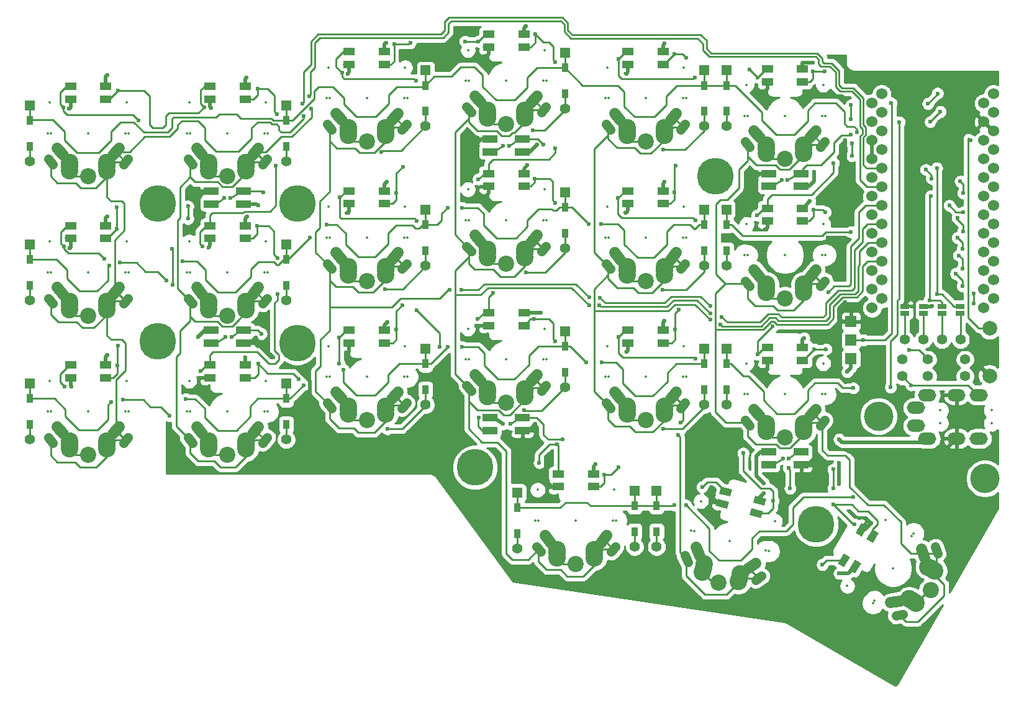
<source format=gbr>
G04 #@! TF.GenerationSoftware,KiCad,Pcbnew,5.1.5+dfsg1-2~bpo10+1*
G04 #@! TF.CreationDate,2020-09-05T13:32:18+00:00*
G04 #@! TF.ProjectId,corne-classic,636f726e-652d-4636-9c61-737369632e6b,1.1*
G04 #@! TF.SameCoordinates,Original*
G04 #@! TF.FileFunction,Copper,L2,Bot*
G04 #@! TF.FilePolarity,Positive*
%FSLAX46Y46*%
G04 Gerber Fmt 4.6, Leading zero omitted, Abs format (unit mm)*
G04 Created by KiCad (PCBNEW 5.1.5+dfsg1-2~bpo10+1) date 2020-09-05 13:32:18*
%MOMM*%
%LPD*%
G04 APERTURE LIST*
%ADD10C,1.397000*%
%ADD11O,2.500000X1.700000*%
%ADD12R,2.000000X1.000000*%
%ADD13C,1.250000*%
%ADD14C,2.200000*%
%ADD15C,2.400000*%
%ADD16C,1.550000*%
%ADD17C,1.524000*%
%ADD18R,1.600000X1.000000*%
%ADD19C,0.100000*%
%ADD20R,1.397000X1.397000*%
%ADD21R,0.950000X1.300000*%
%ADD22R,1.143000X0.635000*%
%ADD23R,1.524000X1.524000*%
%ADD24C,5.000000*%
%ADD25C,4.000000*%
%ADD26C,2.000000*%
%ADD27C,0.600000*%
%ADD28C,0.250000*%
%ADD29C,0.500000*%
%ADD30C,0.254000*%
%ADD31C,0.350000*%
%ADD32O,1.500000X1.000000*%
G04 APERTURE END LIST*
D10*
X188920000Y-105300000D03*
X186380000Y-105300000D03*
X183840000Y-105300000D03*
X181300000Y-105300000D03*
D11*
X182900000Y-114600000D03*
X184400000Y-118800000D03*
X188400000Y-118800000D03*
X191400000Y-118800000D03*
X188400000Y-112850000D03*
X191400000Y-112850000D03*
X182900000Y-117050000D03*
X184400000Y-112850000D03*
D12*
X162800000Y-122375000D03*
X162800000Y-120625000D03*
X167200000Y-120625000D03*
X167200000Y-122375000D03*
X167200000Y-82625000D03*
X167200000Y-84375000D03*
X162800000Y-84375000D03*
X162800000Y-82625000D03*
X129200000Y-77925000D03*
X129200000Y-79675000D03*
X124800000Y-79675000D03*
X124800000Y-77925000D03*
X91200000Y-85025000D03*
X91200000Y-86775000D03*
X86800000Y-86775000D03*
X86800000Y-85025000D03*
X86800000Y-105775000D03*
X86800000Y-104025000D03*
X91200000Y-104025000D03*
X91200000Y-105775000D03*
X124800000Y-117675000D03*
X124800000Y-115925000D03*
X129200000Y-115925000D03*
X129200000Y-117675000D03*
D13*
X181045283Y-142784247D02*
X180109715Y-142949213D01*
X185515039Y-133586916D02*
X185839959Y-134479624D01*
D14*
X184859550Y-139450000D03*
D15*
X182879409Y-141239705D03*
D16*
X183640942Y-133883135D02*
X184068468Y-135057751D01*
D15*
X185419409Y-136840295D03*
D16*
X180660210Y-140961027D02*
X179429200Y-141178087D01*
D15*
X182377114Y-140949705D03*
X181944102Y-140699705D03*
X184484102Y-136300295D03*
X184917113Y-136550295D03*
D17*
X192100000Y-73042000D03*
X192100000Y-75582000D03*
X192100000Y-78122000D03*
X192100000Y-80662000D03*
X192100000Y-83202000D03*
X192100000Y-85742000D03*
X192100000Y-88282000D03*
X192100000Y-90822000D03*
X192100000Y-93362000D03*
X192100000Y-95902000D03*
X192100000Y-98442000D03*
X192100000Y-100982000D03*
X176860000Y-100982000D03*
X176860000Y-98442000D03*
X176860000Y-95902000D03*
X176860000Y-93362000D03*
X176860000Y-90822000D03*
X176860000Y-88282000D03*
X176860000Y-85742000D03*
X176860000Y-83202000D03*
X176860000Y-80662000D03*
X176860000Y-78122000D03*
X176860000Y-75582000D03*
X176860000Y-73042000D03*
X193406400Y-71772000D03*
X193406400Y-74312000D03*
X193406400Y-76852000D03*
X193406400Y-79392000D03*
X193406400Y-81932000D03*
X193406400Y-84472000D03*
X193406400Y-87012000D03*
X193406400Y-89552000D03*
X193406400Y-92092000D03*
X193406400Y-94632000D03*
X193406400Y-97172000D03*
X193406400Y-99712000D03*
X178186400Y-99712000D03*
X178186400Y-97172000D03*
X178186400Y-94632000D03*
X178186400Y-92092000D03*
X178186400Y-89552000D03*
X178186400Y-87012000D03*
X178186400Y-84472000D03*
X178186400Y-81932000D03*
X178186400Y-79392000D03*
X178186400Y-76852000D03*
X178186400Y-74312000D03*
X178186400Y-71772000D03*
D18*
X67600000Y-72500000D03*
X67600000Y-70750000D03*
X72400000Y-70750000D03*
X72400000Y-72500000D03*
X86600000Y-72500000D03*
X86600000Y-70750000D03*
X91400000Y-70750000D03*
X91400000Y-72500000D03*
X105600000Y-67750000D03*
X105600000Y-66000000D03*
X110400000Y-66000000D03*
X110400000Y-67750000D03*
X124600000Y-65375000D03*
X124600000Y-63625000D03*
X129400000Y-63625000D03*
X129400000Y-65375000D03*
X143600000Y-67750000D03*
X143600000Y-66000000D03*
X148400000Y-66000000D03*
X148400000Y-67750000D03*
X162600000Y-70125000D03*
X162600000Y-68375000D03*
X167400000Y-68375000D03*
X167400000Y-70125000D03*
X67600000Y-91500000D03*
X67600000Y-89750000D03*
X72400000Y-89750000D03*
X72400000Y-91500000D03*
X86600000Y-91500000D03*
X86600000Y-89750000D03*
X91400000Y-89750000D03*
X91400000Y-91500000D03*
X105600000Y-86750000D03*
X105600000Y-85000000D03*
X110400000Y-85000000D03*
X110400000Y-86750000D03*
X124600000Y-84375000D03*
X124600000Y-82625000D03*
X129400000Y-82625000D03*
X129400000Y-84375000D03*
X143600000Y-86750000D03*
X143600000Y-85000000D03*
X148400000Y-85000000D03*
X148400000Y-86750000D03*
X162600000Y-89125000D03*
X162600000Y-87375000D03*
X167400000Y-87375000D03*
X167400000Y-89125000D03*
X67600000Y-110500000D03*
X67600000Y-108750000D03*
X72400000Y-108750000D03*
X72400000Y-110500000D03*
X86600000Y-110500000D03*
X86600000Y-108750000D03*
X91400000Y-108750000D03*
X91400000Y-110500000D03*
X105600000Y-105750000D03*
X105600000Y-104000000D03*
X110400000Y-104000000D03*
X110400000Y-105750000D03*
X124600000Y-103375000D03*
X124600000Y-101625000D03*
X129400000Y-101625000D03*
X129400000Y-103375000D03*
X143600000Y-105750000D03*
X143600000Y-104000000D03*
X148400000Y-104000000D03*
X148400000Y-105750000D03*
X162600000Y-108125000D03*
X162600000Y-106375000D03*
X167400000Y-106375000D03*
X167400000Y-108125000D03*
X134100000Y-125375000D03*
X134100000Y-123625000D03*
X138900000Y-123625000D03*
X138900000Y-125375000D03*
G04 #@! TA.AperFunction,SMDPad,CuDef*
D19*
G36*
X155553161Y-127999927D02*
G01*
X155811980Y-127034001D01*
X157357461Y-127448111D01*
X157098642Y-128414037D01*
X155553161Y-127999927D01*
G37*
G04 #@! TD.AperFunction*
G04 #@! TA.AperFunction,SMDPad,CuDef*
G36*
X156006095Y-126309557D02*
G01*
X156264914Y-125343631D01*
X157810395Y-125757741D01*
X157551576Y-126723667D01*
X156006095Y-126309557D01*
G37*
G04 #@! TD.AperFunction*
G04 #@! TA.AperFunction,SMDPad,CuDef*
G36*
X160642539Y-127551889D02*
G01*
X160901358Y-126585963D01*
X162446839Y-127000073D01*
X162188020Y-127965999D01*
X160642539Y-127551889D01*
G37*
G04 #@! TD.AperFunction*
G04 #@! TA.AperFunction,SMDPad,CuDef*
G36*
X160189605Y-129242259D02*
G01*
X160448424Y-128276333D01*
X161993905Y-128690443D01*
X161735086Y-129656369D01*
X160189605Y-129242259D01*
G37*
G04 #@! TD.AperFunction*
G04 #@! TA.AperFunction,SMDPad,CuDef*
G36*
X175409215Y-130291219D02*
G01*
X176275241Y-130791219D01*
X175475241Y-132176859D01*
X174609215Y-131676859D01*
X175409215Y-130291219D01*
G37*
G04 #@! TD.AperFunction*
G04 #@! TA.AperFunction,SMDPad,CuDef*
G36*
X176924759Y-131166219D02*
G01*
X177790785Y-131666219D01*
X176990785Y-133051859D01*
X176124759Y-132551859D01*
X176924759Y-131166219D01*
G37*
G04 #@! TD.AperFunction*
G04 #@! TA.AperFunction,SMDPad,CuDef*
G36*
X174524759Y-135323141D02*
G01*
X175390785Y-135823141D01*
X174590785Y-137208781D01*
X173724759Y-136708781D01*
X174524759Y-135323141D01*
G37*
G04 #@! TD.AperFunction*
G04 #@! TA.AperFunction,SMDPad,CuDef*
G36*
X173009215Y-134448141D02*
G01*
X173875241Y-134948141D01*
X173075241Y-136333781D01*
X172209215Y-135833781D01*
X173009215Y-134448141D01*
G37*
G04 #@! TD.AperFunction*
D10*
X62000000Y-80935000D03*
D20*
X62000000Y-73315000D03*
D21*
X62000000Y-75350000D03*
X62000000Y-78900000D03*
D10*
X97000000Y-80935000D03*
D20*
X97000000Y-73315000D03*
D21*
X97000000Y-75350000D03*
X97000000Y-78900000D03*
D10*
X116000000Y-76185000D03*
D20*
X116000000Y-68565000D03*
D21*
X116000000Y-70600000D03*
X116000000Y-74150000D03*
D10*
X135000000Y-73810000D03*
D20*
X135000000Y-66190000D03*
D21*
X135000000Y-68225000D03*
X135000000Y-71775000D03*
D10*
X154000000Y-76185000D03*
D20*
X154000000Y-68565000D03*
D21*
X154000000Y-70600000D03*
X154000000Y-74150000D03*
D10*
X157000000Y-76185000D03*
D20*
X157000000Y-68565000D03*
D21*
X157000000Y-70600000D03*
X157000000Y-74150000D03*
D10*
X62000000Y-99935000D03*
D20*
X62000000Y-92315000D03*
D21*
X62000000Y-94350000D03*
X62000000Y-97900000D03*
D10*
X97000000Y-99935000D03*
D20*
X97000000Y-92315000D03*
D21*
X97000000Y-94350000D03*
X97000000Y-97900000D03*
D10*
X116000000Y-95185000D03*
D20*
X116000000Y-87565000D03*
D21*
X116000000Y-89600000D03*
X116000000Y-93150000D03*
D10*
X135000000Y-92810000D03*
D20*
X135000000Y-85190000D03*
D21*
X135000000Y-87225000D03*
X135000000Y-90775000D03*
D10*
X154000000Y-95185000D03*
D20*
X154000000Y-87565000D03*
D21*
X154000000Y-89600000D03*
X154000000Y-93150000D03*
D10*
X157000000Y-95185000D03*
D20*
X157000000Y-87565000D03*
D21*
X157000000Y-89600000D03*
X157000000Y-93150000D03*
D10*
X62000000Y-118935000D03*
D20*
X62000000Y-111315000D03*
D21*
X62000000Y-113350000D03*
X62000000Y-116900000D03*
D10*
X97000000Y-118935000D03*
D20*
X97000000Y-111315000D03*
D21*
X97000000Y-113350000D03*
X97000000Y-116900000D03*
D10*
X116000000Y-114185000D03*
D20*
X116000000Y-106565000D03*
D21*
X116000000Y-108600000D03*
X116000000Y-112150000D03*
D10*
X135000000Y-111810000D03*
D20*
X135000000Y-104190000D03*
D21*
X135000000Y-106225000D03*
X135000000Y-109775000D03*
D10*
X157000000Y-114185000D03*
D20*
X157000000Y-106565000D03*
D21*
X157000000Y-108600000D03*
X157000000Y-112150000D03*
D10*
X128500000Y-133810000D03*
D20*
X128500000Y-126190000D03*
D21*
X128500000Y-128225000D03*
X128500000Y-131775000D03*
D10*
X144500000Y-133560000D03*
D20*
X144500000Y-125940000D03*
D21*
X144500000Y-127975000D03*
X144500000Y-131525000D03*
D10*
X147500000Y-133560000D03*
D20*
X147500000Y-125940000D03*
D21*
X147500000Y-127975000D03*
X147500000Y-131525000D03*
D10*
X154000000Y-114185000D03*
D20*
X154000000Y-106565000D03*
D21*
X154000000Y-108600000D03*
X154000000Y-112150000D03*
D15*
X72540000Y-81625000D03*
X72540000Y-81125000D03*
X67460000Y-81125000D03*
X67460000Y-81625000D03*
D16*
X66591742Y-80143778D02*
X65788258Y-79186222D01*
D15*
X72540000Y-82205000D03*
D16*
X74211742Y-79186222D02*
X73408258Y-80143778D01*
D15*
X67460000Y-82205000D03*
D14*
X70000000Y-83025000D03*
D13*
X75405324Y-80661129D02*
X74794676Y-81388871D01*
X65205324Y-81388871D02*
X64594676Y-80661129D01*
D15*
X91540000Y-81625000D03*
X91540000Y-81125000D03*
X86460000Y-81125000D03*
X86460000Y-81625000D03*
D16*
X85591742Y-80143778D02*
X84788258Y-79186222D01*
D15*
X91540000Y-82205000D03*
D16*
X93211742Y-79186222D02*
X92408258Y-80143778D01*
D15*
X86460000Y-82205000D03*
D14*
X89000000Y-83025000D03*
D13*
X94405324Y-80661129D02*
X93794676Y-81388871D01*
X84205324Y-81388871D02*
X83594676Y-80661129D01*
D15*
X110540000Y-76875000D03*
X110540000Y-76375000D03*
X105460000Y-76375000D03*
X105460000Y-76875000D03*
D16*
X104591742Y-75393778D02*
X103788258Y-74436222D01*
D15*
X110540000Y-77455000D03*
D16*
X112211742Y-74436222D02*
X111408258Y-75393778D01*
D15*
X105460000Y-77455000D03*
D14*
X108000000Y-78275000D03*
D13*
X113405324Y-75911129D02*
X112794676Y-76638871D01*
X103205324Y-76638871D02*
X102594676Y-75911129D01*
D15*
X129540000Y-74500000D03*
X129540000Y-74000000D03*
X124460000Y-74000000D03*
X124460000Y-74500000D03*
D16*
X123591742Y-73018778D02*
X122788258Y-72061222D01*
D15*
X129540000Y-75080000D03*
D16*
X131211742Y-72061222D02*
X130408258Y-73018778D01*
D15*
X124460000Y-75080000D03*
D14*
X127000000Y-75900000D03*
D13*
X132405324Y-73536129D02*
X131794676Y-74263871D01*
X122205324Y-74263871D02*
X121594676Y-73536129D01*
D15*
X148540000Y-76875000D03*
X148540000Y-76375000D03*
X143460000Y-76375000D03*
X143460000Y-76875000D03*
D16*
X142591742Y-75393778D02*
X141788258Y-74436222D01*
D15*
X148540000Y-77455000D03*
D16*
X150211742Y-74436222D02*
X149408258Y-75393778D01*
D15*
X143460000Y-77455000D03*
D14*
X146000000Y-78275000D03*
D13*
X151405324Y-75911129D02*
X150794676Y-76638871D01*
X141205324Y-76638871D02*
X140594676Y-75911129D01*
D15*
X167540000Y-79250000D03*
X167540000Y-78750000D03*
X162460000Y-78750000D03*
X162460000Y-79250000D03*
D16*
X161591742Y-77768778D02*
X160788258Y-76811222D01*
D15*
X167540000Y-79830000D03*
D16*
X169211742Y-76811222D02*
X168408258Y-77768778D01*
D15*
X162460000Y-79830000D03*
D14*
X165000000Y-80650000D03*
D13*
X170405324Y-78286129D02*
X169794676Y-79013871D01*
X160205324Y-79013871D02*
X159594676Y-78286129D01*
D15*
X72540000Y-100625000D03*
X72540000Y-100125000D03*
X67460000Y-100125000D03*
X67460000Y-100625000D03*
D16*
X66591742Y-99143778D02*
X65788258Y-98186222D01*
D15*
X72540000Y-101205000D03*
D16*
X74211742Y-98186222D02*
X73408258Y-99143778D01*
D15*
X67460000Y-101205000D03*
D14*
X70000000Y-102025000D03*
D13*
X75405324Y-99661129D02*
X74794676Y-100388871D01*
X65205324Y-100388871D02*
X64594676Y-99661129D01*
D15*
X91540000Y-100625000D03*
X91540000Y-100125000D03*
X86460000Y-100125000D03*
X86460000Y-100625000D03*
D16*
X85591742Y-99143778D02*
X84788258Y-98186222D01*
D15*
X91540000Y-101205000D03*
D16*
X93211742Y-98186222D02*
X92408258Y-99143778D01*
D15*
X86460000Y-101205000D03*
D14*
X89000000Y-102025000D03*
D13*
X94405324Y-99661129D02*
X93794676Y-100388871D01*
X84205324Y-100388871D02*
X83594676Y-99661129D01*
D15*
X110540000Y-95875000D03*
X110540000Y-95375000D03*
X105460000Y-95375000D03*
X105460000Y-95875000D03*
D16*
X104591742Y-94393778D02*
X103788258Y-93436222D01*
D15*
X110540000Y-96455000D03*
D16*
X112211742Y-93436222D02*
X111408258Y-94393778D01*
D15*
X105460000Y-96455000D03*
D14*
X108000000Y-97275000D03*
D13*
X113405324Y-94911129D02*
X112794676Y-95638871D01*
X103205324Y-95638871D02*
X102594676Y-94911129D01*
D15*
X129540000Y-93500000D03*
X129540000Y-93000000D03*
X124460000Y-93000000D03*
X124460000Y-93500000D03*
D16*
X123591742Y-92018778D02*
X122788258Y-91061222D01*
D15*
X129540000Y-94080000D03*
D16*
X131211742Y-91061222D02*
X130408258Y-92018778D01*
D15*
X124460000Y-94080000D03*
D14*
X127000000Y-94900000D03*
D13*
X132405324Y-92536129D02*
X131794676Y-93263871D01*
X122205324Y-93263871D02*
X121594676Y-92536129D01*
D15*
X148540000Y-95875000D03*
X148540000Y-95375000D03*
X143460000Y-95375000D03*
X143460000Y-95875000D03*
D16*
X142591742Y-94393778D02*
X141788258Y-93436222D01*
D15*
X148540000Y-96455000D03*
D16*
X150211742Y-93436222D02*
X149408258Y-94393778D01*
D15*
X143460000Y-96455000D03*
D14*
X146000000Y-97275000D03*
D13*
X151405324Y-94911129D02*
X150794676Y-95638871D01*
X141205324Y-95638871D02*
X140594676Y-94911129D01*
D15*
X167540000Y-98250000D03*
X167540000Y-97750000D03*
X162460000Y-97750000D03*
X162460000Y-98250000D03*
D16*
X161591742Y-96768778D02*
X160788258Y-95811222D01*
D15*
X167540000Y-98830000D03*
D16*
X169211742Y-95811222D02*
X168408258Y-96768778D01*
D15*
X162460000Y-98830000D03*
D14*
X165000000Y-99650000D03*
D13*
X170405324Y-97286129D02*
X169794676Y-98013871D01*
X160205324Y-98013871D02*
X159594676Y-97286129D01*
D15*
X72540000Y-119625000D03*
X72540000Y-119125000D03*
X67460000Y-119125000D03*
X67460000Y-119625000D03*
D16*
X66591742Y-118143778D02*
X65788258Y-117186222D01*
D15*
X72540000Y-120205000D03*
D16*
X74211742Y-117186222D02*
X73408258Y-118143778D01*
D15*
X67460000Y-120205000D03*
D14*
X70000000Y-121025000D03*
D13*
X75405324Y-118661129D02*
X74794676Y-119388871D01*
X65205324Y-119388871D02*
X64594676Y-118661129D01*
D15*
X91540000Y-119625000D03*
X91540000Y-119125000D03*
X86460000Y-119125000D03*
X86460000Y-119625000D03*
D16*
X85591742Y-118143778D02*
X84788258Y-117186222D01*
D15*
X91540000Y-120205000D03*
D16*
X93211742Y-117186222D02*
X92408258Y-118143778D01*
D15*
X86460000Y-120205000D03*
D14*
X89000000Y-121025000D03*
D13*
X94405324Y-118661129D02*
X93794676Y-119388871D01*
X84205324Y-119388871D02*
X83594676Y-118661129D01*
D15*
X110540000Y-114875000D03*
X110540000Y-114375000D03*
X105460000Y-114375000D03*
X105460000Y-114875000D03*
D16*
X104591742Y-113393778D02*
X103788258Y-112436222D01*
D15*
X110540000Y-115455000D03*
D16*
X112211742Y-112436222D02*
X111408258Y-113393778D01*
D15*
X105460000Y-115455000D03*
D14*
X108000000Y-116275000D03*
D13*
X113405324Y-113911129D02*
X112794676Y-114638871D01*
X103205324Y-114638871D02*
X102594676Y-113911129D01*
D15*
X148540000Y-114875000D03*
X148540000Y-114375000D03*
X143460000Y-114375000D03*
X143460000Y-114875000D03*
D16*
X142591742Y-113393778D02*
X141788258Y-112436222D01*
D15*
X148540000Y-115455000D03*
D16*
X150211742Y-112436222D02*
X149408258Y-113393778D01*
D15*
X143460000Y-115455000D03*
D14*
X146000000Y-116275000D03*
D13*
X151405324Y-113911129D02*
X150794676Y-114638871D01*
X141205324Y-114638871D02*
X140594676Y-113911129D01*
D15*
X167540000Y-117250000D03*
X167540000Y-116750000D03*
X162460000Y-116750000D03*
X162460000Y-117250000D03*
D16*
X161591742Y-115768778D02*
X160788258Y-114811222D01*
D15*
X167540000Y-117830000D03*
D16*
X169211742Y-114811222D02*
X168408258Y-115768778D01*
D15*
X162460000Y-117830000D03*
D14*
X165000000Y-118650000D03*
D13*
X170405324Y-116286129D02*
X169794676Y-117013871D01*
X160205324Y-117013871D02*
X159594676Y-116286129D01*
D15*
X139040000Y-134500000D03*
X139040000Y-134000000D03*
X133960000Y-134000000D03*
X133960000Y-134500000D03*
D16*
X133091742Y-133018778D02*
X132288258Y-132061222D01*
D15*
X139040000Y-135080000D03*
D16*
X140711742Y-132061222D02*
X139908258Y-133018778D01*
D15*
X133960000Y-135080000D03*
D14*
X136500000Y-135900000D03*
D13*
X141905324Y-133536129D02*
X141294676Y-134263871D01*
X131705324Y-134263871D02*
X131094676Y-133536129D01*
D15*
X158788766Y-137754067D03*
X158918175Y-137271104D03*
X154011272Y-135956303D03*
X153881863Y-136439266D03*
D16*
X153426558Y-134783793D02*
X152898286Y-133650909D01*
D15*
X158638651Y-138314304D03*
D16*
X161034747Y-135831067D02*
X160010807Y-136548037D01*
D15*
X153731748Y-136999503D03*
D14*
X155972968Y-138448962D03*
D13*
X161805924Y-137564639D02*
X161027730Y-138109537D01*
X151765128Y-135627630D02*
X151363640Y-134766638D01*
D15*
X129540000Y-112500000D03*
X129540000Y-112000000D03*
X124460000Y-112000000D03*
X124460000Y-112500000D03*
D16*
X123591742Y-111018778D02*
X122788258Y-110061222D01*
D15*
X129540000Y-113080000D03*
D16*
X131211742Y-110061222D02*
X130408258Y-111018778D01*
D15*
X124460000Y-113080000D03*
D14*
X127000000Y-113900000D03*
D13*
X132405324Y-111536129D02*
X131794676Y-112263871D01*
X122205324Y-112263871D02*
X121594676Y-111536129D01*
D10*
X189540000Y-108000000D03*
X184460000Y-108000000D03*
X189540000Y-110300000D03*
X184460000Y-110300000D03*
D22*
X188875000Y-100749620D03*
X188875000Y-101750380D03*
X186375000Y-100749620D03*
X186375000Y-101750380D03*
X183875000Y-100749620D03*
X183875000Y-101750380D03*
X181375000Y-100749620D03*
X181375000Y-101750380D03*
D23*
X174000000Y-102820000D03*
X174000000Y-105360000D03*
X174000000Y-107900000D03*
D24*
X79500000Y-105500000D03*
D25*
X177750000Y-115750000D03*
X192250000Y-124250000D03*
D24*
X79500000Y-86750000D03*
X98500000Y-86750000D03*
X98500000Y-105750000D03*
X155500000Y-83000000D03*
X122750000Y-122750000D03*
X169250000Y-130500000D03*
D10*
X181000000Y-108000000D03*
X181000000Y-110300000D03*
D26*
X192900000Y-103750000D03*
X192900000Y-110250000D03*
D27*
X174100000Y-80200000D03*
X174100000Y-78500000D03*
X174800000Y-77000000D03*
X174000000Y-90600000D03*
X138200000Y-89500000D03*
X139900000Y-89500000D03*
X121000000Y-87300000D03*
X119000000Y-87300000D03*
X100200000Y-91400000D03*
X102500000Y-89600000D03*
X82900000Y-94600000D03*
X80700000Y-97200000D03*
X72900000Y-95200000D03*
X74300000Y-94800000D03*
X174300000Y-111900000D03*
X137900000Y-108400000D03*
X140000000Y-108400000D03*
X121000000Y-106300000D03*
X119000000Y-106300000D03*
X104800000Y-109400000D03*
X99400000Y-111500000D03*
X73100000Y-113800000D03*
X74700000Y-113500000D03*
X81100000Y-115700000D03*
X83300000Y-113400000D03*
X110000000Y-79700000D03*
X174300000Y-126800000D03*
X149900000Y-127900000D03*
X151500000Y-127900000D03*
X130600000Y-76700000D03*
X148400000Y-79400000D03*
X110500000Y-98400000D03*
X129700000Y-96100000D03*
X148300000Y-98500000D03*
X110800000Y-117500000D03*
X129400000Y-114900000D03*
X148400000Y-117500000D03*
X99200000Y-109900000D03*
X100200000Y-112500000D03*
X169200000Y-121300000D03*
X131000000Y-116800000D03*
X92900000Y-105000000D03*
X95200000Y-107700000D03*
X84800000Y-88700000D03*
X85100000Y-85900000D03*
X123000000Y-78500000D03*
X123000000Y-81600000D03*
X161000000Y-83900000D03*
X161000000Y-86300000D03*
X186082000Y-75582000D03*
X185700000Y-79400000D03*
X183600000Y-98200000D03*
X173400000Y-120300000D03*
X67700000Y-111700000D03*
X105600000Y-106900000D03*
X122900000Y-103400000D03*
X170900000Y-72100000D03*
X173200000Y-72500000D03*
X173200000Y-78100000D03*
X173200000Y-80700000D03*
X176800000Y-130300000D03*
X132400000Y-124600000D03*
X132800000Y-120900000D03*
X157300000Y-120900000D03*
X155000000Y-122500000D03*
X155000000Y-125400000D03*
X162600000Y-109300000D03*
X143400000Y-107000000D03*
X171000000Y-110200000D03*
X85200000Y-110500000D03*
X170800000Y-91400000D03*
X173200000Y-91400000D03*
X162300000Y-90300000D03*
X143300000Y-88000000D03*
X124400000Y-85500000D03*
X105400000Y-88000000D03*
X86400000Y-92700000D03*
X67500000Y-92800000D03*
X173300000Y-111100000D03*
X173200000Y-100200000D03*
X162300000Y-71400000D03*
X143400000Y-69000000D03*
X124300000Y-66600000D03*
X105400000Y-69000000D03*
X86800000Y-73700000D03*
X67400000Y-73800000D03*
X162100000Y-124900000D03*
X161100000Y-121500000D03*
X85000000Y-104900000D03*
X93200000Y-87000000D03*
X131200000Y-78700000D03*
X169000000Y-82400000D03*
X185100000Y-100700000D03*
X172400000Y-118900000D03*
X131700000Y-101600000D03*
X162100000Y-126300000D03*
X168800000Y-67500000D03*
X172400000Y-137200000D03*
X172400000Y-122100000D03*
X172400000Y-125000000D03*
X129900000Y-81500000D03*
X168400000Y-86400000D03*
X167600000Y-105100000D03*
X148600000Y-102700000D03*
X110800000Y-102900000D03*
X72600000Y-107400000D03*
X148600000Y-83800000D03*
X110700000Y-83800000D03*
X72600000Y-88500000D03*
X173500000Y-109700000D03*
X139200000Y-122300000D03*
X148600000Y-64900000D03*
X129700000Y-62500000D03*
X110600000Y-64800000D03*
X91600000Y-69500000D03*
X72600000Y-69200000D03*
X91700000Y-88500000D03*
X91400000Y-107700000D03*
X126575000Y-116825000D03*
X185000000Y-83300000D03*
X184200000Y-82100000D03*
X99400000Y-74800000D03*
X99200000Y-73100000D03*
X189300000Y-85300000D03*
X188900000Y-83700000D03*
X100100000Y-72100000D03*
X100400000Y-73800000D03*
X189300000Y-87900000D03*
X187400000Y-87000000D03*
X170900000Y-98800000D03*
X154800000Y-100700000D03*
X139800000Y-99600000D03*
X138300000Y-99500000D03*
X120900000Y-98500000D03*
X119300000Y-98500000D03*
X189300000Y-90500000D03*
X188500000Y-88700000D03*
X138300000Y-100600000D03*
X139700000Y-100600000D03*
X154800000Y-101700000D03*
X156400000Y-102200000D03*
X189200000Y-92900000D03*
X188500000Y-91400000D03*
X154800000Y-102600000D03*
X156200000Y-103200000D03*
X150400000Y-118300000D03*
X150800000Y-116600000D03*
X189200000Y-95600000D03*
X188700000Y-93800000D03*
X174000000Y-73300000D03*
X174000000Y-75200000D03*
X174000000Y-77300000D03*
X175700000Y-105360000D03*
X179500000Y-73042000D03*
X185800000Y-71700000D03*
X184500000Y-73100000D03*
X165375000Y-83525000D03*
X179400000Y-111800000D03*
X180600000Y-75600000D03*
X184818000Y-75582000D03*
X186200000Y-74200000D03*
X74100000Y-71300000D03*
X85800000Y-73600000D03*
X73900000Y-90200000D03*
X76900000Y-75400000D03*
X73900000Y-87200000D03*
X66600000Y-73600000D03*
X111700000Y-65000000D03*
X113900000Y-64800000D03*
X121400000Y-64600000D03*
X123200000Y-64600000D03*
X123200000Y-83400000D03*
X133700000Y-79200000D03*
X133700000Y-67400000D03*
X131000000Y-63600000D03*
X150000000Y-103900000D03*
X150500000Y-101200000D03*
X152800000Y-89000000D03*
X142200000Y-86000000D03*
X66800000Y-111700000D03*
X104200000Y-108600000D03*
X98700000Y-110700000D03*
X93200000Y-108600000D03*
X104200000Y-105000000D03*
X125200000Y-98900000D03*
X133700000Y-86600000D03*
X130900000Y-83300000D03*
X123100000Y-102500000D03*
X170400000Y-68700000D03*
X171600000Y-81200000D03*
X168800000Y-68700000D03*
X161200000Y-88300000D03*
X72200000Y-94300000D03*
X74100000Y-106100000D03*
X74000000Y-108800000D03*
X66700000Y-92600000D03*
X112000000Y-103900000D03*
X112800000Y-100600000D03*
X114800000Y-89100000D03*
X104300000Y-85900000D03*
X133700000Y-105500000D03*
X133900000Y-119600000D03*
X130800000Y-102500000D03*
X131500000Y-122100000D03*
X190300000Y-78122000D03*
X184900000Y-85700000D03*
X184700000Y-99900000D03*
X185700000Y-99100000D03*
X181900000Y-106700000D03*
X185700000Y-81900000D03*
X151500000Y-66800000D03*
X160200000Y-68400000D03*
X149900000Y-66300000D03*
X161300000Y-69500000D03*
X189200000Y-98000000D03*
X188300000Y-96300000D03*
X190700000Y-100400000D03*
X190700000Y-99000000D03*
X95600000Y-81600000D03*
X95700000Y-74500000D03*
X93100000Y-71100000D03*
X85600000Y-92600000D03*
X112000000Y-85300000D03*
X112900000Y-81700000D03*
X114700000Y-70000000D03*
X104600000Y-68900000D03*
X152700000Y-69500000D03*
X150100000Y-81600000D03*
X149900000Y-85200000D03*
X142300000Y-67000000D03*
X93000000Y-89800000D03*
X95800000Y-94200000D03*
X95800000Y-99100000D03*
X85300000Y-109600000D03*
X163300000Y-103500000D03*
X168900000Y-87600000D03*
X170500000Y-87900000D03*
X161300000Y-107300000D03*
X159300000Y-120800000D03*
X152800000Y-107900000D03*
X163400000Y-127300000D03*
X142300000Y-104900000D03*
X171600000Y-127800000D03*
X171600000Y-123000000D03*
X171600000Y-125600000D03*
X170600000Y-106600000D03*
X169000000Y-106600000D03*
X174500000Y-130500000D03*
X140400000Y-123700000D03*
X142300000Y-122700000D03*
X153700000Y-125400000D03*
X182200000Y-111500000D03*
X165700000Y-125600000D03*
X170100000Y-136000000D03*
X165500000Y-121525000D03*
X165500000Y-122800000D03*
X93900000Y-85200000D03*
X126575000Y-78850000D03*
X89375000Y-85925000D03*
X81500000Y-97800000D03*
X81400000Y-92900000D03*
X83600000Y-88800000D03*
X83600000Y-87100000D03*
X88575000Y-85975000D03*
X88700000Y-104900000D03*
X132100000Y-78700000D03*
X164575000Y-83500000D03*
X127375000Y-78825000D03*
X123225000Y-115925000D03*
X114800000Y-101300000D03*
X93600000Y-104500000D03*
X117900000Y-106300000D03*
X89550000Y-104900000D03*
X134700000Y-118900000D03*
X127575000Y-116825000D03*
X164700000Y-121525000D03*
D28*
X173500000Y-76200000D02*
X174400000Y-76200000D01*
X158200000Y-70600000D02*
X157000000Y-70600000D01*
X174100000Y-78500000D02*
X174100000Y-80200000D01*
X173100000Y-75800000D02*
X173500000Y-76200000D01*
X173100000Y-74200000D02*
X173100000Y-75800000D01*
X171900000Y-73000000D02*
X173100000Y-74200000D01*
X169100000Y-73000000D02*
X171900000Y-73000000D01*
X168100000Y-74000000D02*
X169100000Y-73000000D01*
X168100000Y-75500000D02*
X168100000Y-74000000D01*
X166300000Y-77300000D02*
X168100000Y-75500000D01*
X163800000Y-77300000D02*
X166300000Y-77300000D01*
X161900000Y-75400000D02*
X163800000Y-77300000D01*
X161900000Y-74300000D02*
X161900000Y-75400000D01*
X158200000Y-70600000D02*
X161900000Y-74300000D01*
X174800000Y-76600000D02*
X174800000Y-77000000D01*
X174400000Y-76200000D02*
X174800000Y-76600000D01*
X154000000Y-70600000D02*
X157000000Y-70600000D01*
X154000000Y-70600000D02*
X150300000Y-70600000D01*
X137375000Y-70600000D02*
X135000000Y-68225000D01*
X142200000Y-70600000D02*
X137375000Y-70600000D01*
X143100000Y-71500000D02*
X142200000Y-70600000D01*
X143100000Y-73500000D02*
X143100000Y-71500000D01*
X144500000Y-74900000D02*
X143100000Y-73500000D01*
X147200000Y-74900000D02*
X144500000Y-74900000D01*
X148800000Y-73300000D02*
X147200000Y-74900000D01*
X148800000Y-72100000D02*
X148800000Y-73300000D01*
X150300000Y-70600000D02*
X148800000Y-72100000D01*
X135000000Y-68225000D02*
X131175000Y-68225000D01*
X131175000Y-68225000D02*
X129900000Y-69500000D01*
X129900000Y-69500000D02*
X129900000Y-70900000D01*
X129900000Y-70900000D02*
X128200000Y-72600000D01*
X128200000Y-72600000D02*
X125600000Y-72600000D01*
X125600000Y-72600000D02*
X123800000Y-70800000D01*
X123800000Y-70800000D02*
X123800000Y-69200000D01*
X123800000Y-69200000D02*
X122700000Y-68100000D01*
X122700000Y-68100000D02*
X120800000Y-68100000D01*
X120800000Y-68100000D02*
X119500000Y-69400000D01*
X119500000Y-69400000D02*
X117200000Y-69400000D01*
X117200000Y-69400000D02*
X116000000Y-70600000D01*
X97000000Y-75350000D02*
X97850000Y-75350000D01*
X112100000Y-70800000D02*
X115800000Y-70800000D01*
X111000000Y-71900000D02*
X112100000Y-70800000D01*
X111000000Y-73100000D02*
X111000000Y-71900000D01*
X109200000Y-74900000D02*
X111000000Y-73100000D01*
X106600000Y-74900000D02*
X109200000Y-74900000D01*
X104900000Y-73200000D02*
X106600000Y-74900000D01*
X104900000Y-72300000D02*
X104900000Y-73200000D01*
X103400000Y-70800000D02*
X104900000Y-72300000D01*
X101400000Y-70800000D02*
X103400000Y-70800000D01*
X100800000Y-71400000D02*
X101400000Y-70800000D01*
X100800000Y-72400000D02*
X100800000Y-71400000D01*
X97850000Y-75350000D02*
X100800000Y-72400000D01*
X115800000Y-70800000D02*
X116000000Y-70600000D01*
X66800000Y-76900000D02*
X65200000Y-75300000D01*
X66800000Y-76900000D02*
X66800000Y-78100000D01*
X66800000Y-78100000D02*
X68500000Y-79800000D01*
X68500000Y-79800000D02*
X71400000Y-79800000D01*
X71400000Y-79800000D02*
X73100000Y-78100000D01*
X73100000Y-78100000D02*
X73100000Y-76900000D01*
X73100000Y-76900000D02*
X74400000Y-75600000D01*
X74400000Y-75600000D02*
X76200000Y-75600000D01*
X76200000Y-75600000D02*
X77600000Y-77000000D01*
X77600000Y-77000000D02*
X80800000Y-77000000D01*
X80800000Y-77000000D02*
X81400000Y-76400000D01*
X81400000Y-76400000D02*
X81400000Y-75200000D01*
X81400000Y-75200000D02*
X81600000Y-75000000D01*
X81600000Y-75000000D02*
X87400000Y-75000000D01*
X87400000Y-75000000D02*
X87900000Y-74500000D01*
X87900000Y-74500000D02*
X90200000Y-74500000D01*
X90200000Y-74500000D02*
X90800000Y-75100000D01*
X90800000Y-75100000D02*
X95000000Y-75100000D01*
X95000000Y-75100000D02*
X95250000Y-75350000D01*
X97000000Y-75350000D02*
X95250000Y-75350000D01*
X65200000Y-75300000D02*
X62050000Y-75300000D01*
X62050000Y-75300000D02*
X62000000Y-75350000D01*
X157000000Y-68565000D02*
X157000000Y-70600000D01*
X154000000Y-68565000D02*
X154000000Y-70600000D01*
X135000000Y-66190000D02*
X135000000Y-68225000D01*
X116000000Y-70600000D02*
X116000000Y-68565000D01*
X97000000Y-73315000D02*
X97000000Y-75350000D01*
X62000000Y-73315000D02*
X62000000Y-75350000D01*
X70000000Y-83025000D02*
X68280000Y-83025000D01*
X68280000Y-83025000D02*
X67460000Y-82205000D01*
X67460000Y-82205000D02*
X67460000Y-80935000D01*
X67460000Y-80935000D02*
X66190000Y-79665000D01*
X62000000Y-78900000D02*
X62000000Y-80935000D01*
X157000000Y-89600000D02*
X157700000Y-89600000D01*
X170600000Y-90600000D02*
X174000000Y-90600000D01*
X170100000Y-91100000D02*
X170600000Y-90600000D01*
X159200000Y-91100000D02*
X170100000Y-91100000D01*
X157700000Y-89600000D02*
X159200000Y-91100000D01*
X154000000Y-89600000D02*
X153300000Y-89600000D01*
X135925000Y-87225000D02*
X135000000Y-87225000D01*
X138200000Y-89500000D02*
X135925000Y-87225000D01*
X142200000Y-89500000D02*
X139900000Y-89500000D01*
X143100000Y-90400000D02*
X142200000Y-89500000D01*
X143100000Y-92300000D02*
X143100000Y-90400000D01*
X144900000Y-94100000D02*
X143100000Y-92300000D01*
X147100000Y-94100000D02*
X144900000Y-94100000D01*
X148900000Y-92300000D02*
X147100000Y-94100000D01*
X148900000Y-90500000D02*
X148900000Y-92300000D01*
X149800000Y-89600000D02*
X148900000Y-90500000D01*
X152000000Y-89600000D02*
X149800000Y-89600000D01*
X152600000Y-90200000D02*
X152000000Y-89600000D01*
X152700000Y-90200000D02*
X152600000Y-90200000D01*
X153300000Y-89600000D02*
X152700000Y-90200000D01*
X135000000Y-87225000D02*
X134275000Y-87225000D01*
X134275000Y-87225000D02*
X133800000Y-87700000D01*
X133800000Y-87700000D02*
X133400000Y-87700000D01*
X133400000Y-87700000D02*
X133200000Y-87500000D01*
X133200000Y-87500000D02*
X131400000Y-87500000D01*
X131400000Y-87500000D02*
X129900000Y-89000000D01*
X129900000Y-89000000D02*
X129900000Y-89900000D01*
X129900000Y-89900000D02*
X128300000Y-91500000D01*
X128300000Y-91500000D02*
X125700000Y-91500000D01*
X125700000Y-91500000D02*
X123900000Y-89700000D01*
X123900000Y-89700000D02*
X123900000Y-88100000D01*
X123900000Y-88100000D02*
X123100000Y-87300000D01*
X123100000Y-87300000D02*
X121000000Y-87300000D01*
X119000000Y-87300000D02*
X118200000Y-88100000D01*
X118200000Y-88100000D02*
X118200000Y-89000000D01*
X118200000Y-89000000D02*
X117600000Y-89600000D01*
X117600000Y-89600000D02*
X116000000Y-89600000D01*
X116000000Y-89600000D02*
X115600000Y-89600000D01*
X115600000Y-89600000D02*
X115100000Y-90100000D01*
X100200000Y-91400000D02*
X97250000Y-94350000D01*
X103900000Y-89600000D02*
X102500000Y-89600000D01*
X105100000Y-90800000D02*
X103900000Y-89600000D01*
X105100000Y-92300000D02*
X105100000Y-90800000D01*
X106800000Y-94000000D02*
X105100000Y-92300000D01*
X109100000Y-94000000D02*
X106800000Y-94000000D01*
X110900000Y-92200000D02*
X109100000Y-94000000D01*
X110900000Y-90800000D02*
X110900000Y-92200000D01*
X112000000Y-89700000D02*
X110900000Y-90800000D01*
X114200000Y-89700000D02*
X112000000Y-89700000D01*
X114600000Y-90100000D02*
X114200000Y-89700000D01*
X115100000Y-90100000D02*
X114600000Y-90100000D01*
X97250000Y-94350000D02*
X97000000Y-94350000D01*
X80700000Y-97200000D02*
X79500000Y-96000000D01*
X96650000Y-94350000D02*
X95900000Y-95100000D01*
X86000000Y-95800000D02*
X84800000Y-94600000D01*
X86000000Y-97100000D02*
X86000000Y-95800000D01*
X87700000Y-98800000D02*
X86000000Y-97100000D01*
X90100000Y-98800000D02*
X87700000Y-98800000D01*
X92200000Y-96700000D02*
X90100000Y-98800000D01*
X92200000Y-95700000D02*
X92200000Y-96700000D01*
X93200000Y-94700000D02*
X92200000Y-95700000D01*
X95300000Y-94700000D02*
X93200000Y-94700000D01*
X95700000Y-95100000D02*
X95300000Y-94700000D01*
X95900000Y-95100000D02*
X95700000Y-95100000D01*
X84800000Y-94600000D02*
X82900000Y-94600000D01*
X65650000Y-94350000D02*
X62000000Y-94350000D01*
X67100000Y-95800000D02*
X65650000Y-94350000D01*
X67100000Y-97000000D02*
X67100000Y-95800000D01*
X68800000Y-98700000D02*
X67100000Y-97000000D01*
X71200000Y-98700000D02*
X68800000Y-98700000D01*
X72700000Y-97200000D02*
X71200000Y-98700000D01*
X72700000Y-95400000D02*
X72700000Y-97200000D01*
X72900000Y-95200000D02*
X72700000Y-95400000D01*
X76600000Y-94800000D02*
X74300000Y-94800000D01*
X77800000Y-96000000D02*
X76600000Y-94800000D01*
X79500000Y-96000000D02*
X77800000Y-96000000D01*
X97000000Y-94350000D02*
X96650000Y-94350000D01*
X157000000Y-87565000D02*
X157000000Y-89600000D01*
X154000000Y-89600000D02*
X154000000Y-87565000D01*
X135000000Y-85190000D02*
X135000000Y-87225000D01*
X116000000Y-89600000D02*
X116000000Y-87565000D01*
X97000000Y-92315000D02*
X97000000Y-94350000D01*
X62000000Y-92315000D02*
X62000000Y-94350000D01*
X89000000Y-83025000D02*
X87280000Y-83025000D01*
X87280000Y-83025000D02*
X86460000Y-82205000D01*
X86460000Y-82205000D02*
X86460000Y-80935000D01*
X86460000Y-80935000D02*
X85190000Y-79665000D01*
X97000000Y-78900000D02*
X97000000Y-80935000D01*
X157600000Y-108600000D02*
X159300000Y-110300000D01*
X159300000Y-110300000D02*
X160000000Y-110300000D01*
X160000000Y-110300000D02*
X162100000Y-112400000D01*
X162100000Y-112400000D02*
X162100000Y-113600000D01*
X162100000Y-113600000D02*
X163900000Y-115400000D01*
X163900000Y-115400000D02*
X166300000Y-115400000D01*
X166300000Y-115400000D02*
X168100000Y-113600000D01*
X168100000Y-113600000D02*
X168100000Y-112200000D01*
X168100000Y-112200000D02*
X169100000Y-111200000D01*
X169100000Y-111200000D02*
X172200000Y-111200000D01*
X172200000Y-111200000D02*
X172900000Y-111900000D01*
X172900000Y-111900000D02*
X174300000Y-111900000D01*
X157000000Y-108600000D02*
X157600000Y-108600000D01*
X154000000Y-108600000D02*
X150200000Y-108600000D01*
X135725000Y-106225000D02*
X135000000Y-106225000D01*
X137900000Y-108400000D02*
X135725000Y-106225000D01*
X142000000Y-108400000D02*
X140000000Y-108400000D01*
X142900000Y-109300000D02*
X142000000Y-108400000D01*
X142900000Y-111300000D02*
X142900000Y-109300000D01*
X144600000Y-113000000D02*
X142900000Y-111300000D01*
X147000000Y-113000000D02*
X144600000Y-113000000D01*
X149000000Y-111000000D02*
X147000000Y-113000000D01*
X149000000Y-109800000D02*
X149000000Y-111000000D01*
X150200000Y-108600000D02*
X149000000Y-109800000D01*
X135000000Y-106225000D02*
X131375000Y-106225000D01*
X131375000Y-106225000D02*
X130100000Y-107500000D01*
X130100000Y-107500000D02*
X130100000Y-108700000D01*
X130100000Y-108700000D02*
X128100000Y-110700000D01*
X128100000Y-110700000D02*
X125900000Y-110700000D01*
X125900000Y-110700000D02*
X124000000Y-108800000D01*
X124000000Y-108800000D02*
X124000000Y-107100000D01*
X124000000Y-107100000D02*
X123200000Y-106300000D01*
X123200000Y-106300000D02*
X121000000Y-106300000D01*
X119000000Y-106300000D02*
X116700000Y-108600000D01*
X116700000Y-108600000D02*
X116000000Y-108600000D01*
X116000000Y-108600000D02*
X112400000Y-108600000D01*
X112400000Y-108600000D02*
X110900000Y-110100000D01*
X110900000Y-110100000D02*
X110900000Y-111100000D01*
X110900000Y-111100000D02*
X109100000Y-112900000D01*
X109100000Y-112900000D02*
X106600000Y-112900000D01*
X106600000Y-112900000D02*
X104800000Y-111100000D01*
X104800000Y-111100000D02*
X104800000Y-109400000D01*
X99400000Y-111500000D02*
X97550000Y-113350000D01*
X97550000Y-113350000D02*
X97000000Y-113350000D01*
X62000000Y-113350000D02*
X65450000Y-113350000D01*
X65450000Y-113350000D02*
X66900000Y-114800000D01*
X66900000Y-114800000D02*
X66900000Y-115800000D01*
X66900000Y-115800000D02*
X68700000Y-117600000D01*
X68700000Y-117600000D02*
X71300000Y-117600000D01*
X71300000Y-117600000D02*
X72700000Y-116200000D01*
X72700000Y-116200000D02*
X72700000Y-114200000D01*
X72700000Y-114200000D02*
X73100000Y-113800000D01*
X74700000Y-113500000D02*
X77500000Y-113500000D01*
X77500000Y-113500000D02*
X78500000Y-114500000D01*
X78500000Y-114500000D02*
X79900000Y-114500000D01*
X79900000Y-114500000D02*
X81100000Y-115700000D01*
X83300000Y-113400000D02*
X84600000Y-113400000D01*
X84600000Y-113400000D02*
X85900000Y-114700000D01*
X85900000Y-114700000D02*
X85900000Y-115900000D01*
X85900000Y-115900000D02*
X87700000Y-117700000D01*
X87700000Y-117700000D02*
X90200000Y-117700000D01*
X90200000Y-117700000D02*
X92100000Y-115800000D01*
X92100000Y-115800000D02*
X92100000Y-114400000D01*
X92100000Y-114400000D02*
X93150000Y-113350000D01*
X93150000Y-113350000D02*
X97000000Y-113350000D01*
X157000000Y-108600000D02*
X157000000Y-106565000D01*
X154000000Y-106565000D02*
X154000000Y-108600000D01*
X135000000Y-104190000D02*
X135000000Y-106225000D01*
X116000000Y-108600000D02*
X116000000Y-106565000D01*
X97000000Y-111315000D02*
X97000000Y-113350000D01*
X62000000Y-111315000D02*
X62000000Y-113350000D01*
X112685000Y-79500000D02*
X116000000Y-76185000D01*
X110200000Y-79500000D02*
X112685000Y-79500000D01*
X110000000Y-79700000D02*
X110200000Y-79500000D01*
X108000000Y-78275000D02*
X106280000Y-78275000D01*
X106280000Y-78275000D02*
X105460000Y-77455000D01*
X105460000Y-77455000D02*
X105460000Y-76185000D01*
X105460000Y-76185000D02*
X104190000Y-74915000D01*
X116000000Y-76185000D02*
X116000000Y-74150000D01*
X149825000Y-127975000D02*
X149900000Y-127900000D01*
X151500000Y-127900000D02*
X154700000Y-131100000D01*
X154700000Y-131100000D02*
X154700000Y-134100000D01*
X154700000Y-134100000D02*
X156000000Y-135400000D01*
X156000000Y-135400000D02*
X159000000Y-135400000D01*
X159000000Y-135400000D02*
X160500000Y-133900000D01*
X160500000Y-133900000D02*
X160500000Y-132400000D01*
X160500000Y-132400000D02*
X161500000Y-131400000D01*
X161500000Y-131400000D02*
X165200000Y-131400000D01*
X165200000Y-131400000D02*
X166100000Y-130500000D01*
X166100000Y-130500000D02*
X166100000Y-128200000D01*
X166100000Y-128200000D02*
X167500000Y-126800000D01*
X167500000Y-126800000D02*
X174300000Y-126800000D01*
X147500000Y-127975000D02*
X149825000Y-127975000D01*
X144500000Y-127975000D02*
X147500000Y-127975000D01*
X128500000Y-128225000D02*
X134375000Y-128225000D01*
X138475000Y-127975000D02*
X144500000Y-127975000D01*
X138000000Y-127500000D02*
X138475000Y-127975000D01*
X135100000Y-127500000D02*
X138000000Y-127500000D01*
X134375000Y-128225000D02*
X135100000Y-127500000D01*
X147500000Y-125940000D02*
X147500000Y-127975000D01*
X144500000Y-125940000D02*
X144500000Y-127975000D01*
X128500000Y-126190000D02*
X128500000Y-128225000D01*
X132200000Y-76700000D02*
X135000000Y-73900000D01*
X130600000Y-76700000D02*
X132200000Y-76700000D01*
X135000000Y-73900000D02*
X135000000Y-73810000D01*
X127000000Y-75900000D02*
X125280000Y-75900000D01*
X125280000Y-75900000D02*
X124460000Y-75080000D01*
X124460000Y-75080000D02*
X124460000Y-73810000D01*
X124460000Y-73810000D02*
X123190000Y-72540000D01*
X135000000Y-71775000D02*
X135000000Y-73810000D01*
X154000000Y-76185000D02*
X154000000Y-76800000D01*
X154000000Y-76800000D02*
X151400000Y-79400000D01*
X151400000Y-79400000D02*
X148400000Y-79400000D01*
X146000000Y-78275000D02*
X144280000Y-78275000D01*
X144280000Y-78275000D02*
X143460000Y-77455000D01*
X143460000Y-77455000D02*
X143460000Y-76185000D01*
X143460000Y-76185000D02*
X142190000Y-74915000D01*
X154000000Y-76185000D02*
X154000000Y-74150000D01*
X165000000Y-80650000D02*
X163280000Y-80650000D01*
X163280000Y-80650000D02*
X162460000Y-79830000D01*
X162460000Y-79830000D02*
X162460000Y-78560000D01*
X162460000Y-78560000D02*
X161190000Y-77290000D01*
X157000000Y-74150000D02*
X157000000Y-76185000D01*
X70000000Y-102025000D02*
X68280000Y-102025000D01*
X68280000Y-102025000D02*
X67460000Y-101205000D01*
X67460000Y-101205000D02*
X67460000Y-99935000D01*
X67460000Y-99935000D02*
X66190000Y-98665000D01*
X62000000Y-97900000D02*
X62000000Y-99935000D01*
X89000000Y-102025000D02*
X87280000Y-102025000D01*
X87280000Y-102025000D02*
X86460000Y-101205000D01*
X86460000Y-101205000D02*
X86460000Y-99935000D01*
X86460000Y-99935000D02*
X85190000Y-98665000D01*
X97000000Y-97900000D02*
X97000000Y-99935000D01*
X116000000Y-95185000D02*
X116000000Y-95300000D01*
X116000000Y-95300000D02*
X112900000Y-98400000D01*
X112900000Y-98400000D02*
X110500000Y-98400000D01*
X108000000Y-97275000D02*
X106280000Y-97275000D01*
X106280000Y-97275000D02*
X105460000Y-96455000D01*
X105460000Y-96455000D02*
X105460000Y-95185000D01*
X105460000Y-95185000D02*
X104190000Y-93915000D01*
X116000000Y-95185000D02*
X116000000Y-93150000D01*
X132300000Y-96100000D02*
X135000000Y-93400000D01*
X129700000Y-96100000D02*
X132300000Y-96100000D01*
X135000000Y-93400000D02*
X135000000Y-92810000D01*
X127000000Y-94900000D02*
X125280000Y-94900000D01*
X125280000Y-94900000D02*
X124460000Y-94080000D01*
X124460000Y-94080000D02*
X124460000Y-92810000D01*
X124460000Y-92810000D02*
X123190000Y-91540000D01*
X135000000Y-90775000D02*
X135000000Y-92810000D01*
X154000000Y-96000000D02*
X154000000Y-95185000D01*
X151500000Y-98500000D02*
X154000000Y-96000000D01*
X148300000Y-98500000D02*
X151500000Y-98500000D01*
X146000000Y-97275000D02*
X144280000Y-97275000D01*
X144280000Y-97275000D02*
X143460000Y-96455000D01*
X143460000Y-96455000D02*
X143460000Y-95185000D01*
X143460000Y-95185000D02*
X142190000Y-93915000D01*
X154000000Y-95185000D02*
X154000000Y-93150000D01*
X165000000Y-99650000D02*
X163280000Y-99650000D01*
X163280000Y-99650000D02*
X162460000Y-98830000D01*
X162460000Y-98830000D02*
X162460000Y-97560000D01*
X162460000Y-97560000D02*
X161190000Y-96290000D01*
X157000000Y-93150000D02*
X157000000Y-95185000D01*
X70000000Y-121025000D02*
X68280000Y-121025000D01*
X68280000Y-121025000D02*
X67460000Y-120205000D01*
X67460000Y-120205000D02*
X67460000Y-118935000D01*
X67460000Y-118935000D02*
X66190000Y-117665000D01*
X62000000Y-116900000D02*
X62000000Y-118935000D01*
X89000000Y-121025000D02*
X87280000Y-121025000D01*
X87280000Y-121025000D02*
X86460000Y-120205000D01*
X86460000Y-120205000D02*
X86460000Y-118935000D01*
X86460000Y-118935000D02*
X85190000Y-117665000D01*
X97000000Y-116900000D02*
X97000000Y-118935000D01*
X112800000Y-117500000D02*
X116000000Y-114300000D01*
X110800000Y-117500000D02*
X112800000Y-117500000D01*
X116000000Y-114300000D02*
X116000000Y-114185000D01*
X108000000Y-116275000D02*
X106280000Y-116275000D01*
X106280000Y-116275000D02*
X105460000Y-115455000D01*
X105460000Y-115455000D02*
X105460000Y-114185000D01*
X105460000Y-114185000D02*
X104190000Y-112915000D01*
X116000000Y-114185000D02*
X116000000Y-112150000D01*
X131810000Y-115000000D02*
X135000000Y-111810000D01*
X129500000Y-115000000D02*
X131810000Y-115000000D01*
X129400000Y-114900000D02*
X129500000Y-115000000D01*
X127000000Y-113900000D02*
X125280000Y-113900000D01*
X125280000Y-113900000D02*
X124460000Y-113080000D01*
X124460000Y-113080000D02*
X124460000Y-111810000D01*
X124460000Y-111810000D02*
X123190000Y-110540000D01*
X135000000Y-109775000D02*
X135000000Y-111810000D01*
X151000000Y-117500000D02*
X154000000Y-114500000D01*
X148400000Y-117500000D02*
X151000000Y-117500000D01*
X154000000Y-114500000D02*
X154000000Y-114185000D01*
X146000000Y-116275000D02*
X144280000Y-116275000D01*
X144280000Y-116275000D02*
X143460000Y-115455000D01*
X143460000Y-115455000D02*
X143460000Y-114185000D01*
X143460000Y-114185000D02*
X142190000Y-112915000D01*
X154000000Y-112150000D02*
X154000000Y-114185000D01*
X165000000Y-118650000D02*
X163280000Y-118650000D01*
X163280000Y-118650000D02*
X162460000Y-117830000D01*
X162460000Y-117830000D02*
X162460000Y-116560000D01*
X162460000Y-116560000D02*
X161190000Y-115290000D01*
X157000000Y-114185000D02*
X157000000Y-112150000D01*
X136500000Y-135900000D02*
X134780000Y-135900000D01*
X134780000Y-135900000D02*
X133960000Y-135080000D01*
X133960000Y-135080000D02*
X133960000Y-133810000D01*
X133960000Y-133810000D02*
X132690000Y-132540000D01*
X128500000Y-131775000D02*
X128500000Y-133810000D01*
X155972968Y-138448962D02*
X155181207Y-138448962D01*
X155181207Y-138448962D02*
X154011272Y-137279027D01*
X154011272Y-137279027D02*
X154011272Y-135066201D01*
X154011272Y-135066201D02*
X153162422Y-134217351D01*
X144500000Y-131525000D02*
X144500000Y-133560000D01*
X184859550Y-139450000D02*
X184669114Y-139450000D01*
X184669114Y-139450000D02*
X182879409Y-141239705D01*
X182879409Y-141239705D02*
X182484102Y-141239705D01*
X182484102Y-141239705D02*
X181944102Y-140699705D01*
X181944102Y-140699705D02*
X180414557Y-140699705D01*
X180414557Y-140699705D02*
X180044705Y-141069557D01*
X147500000Y-131525000D02*
X147500000Y-133560000D01*
D29*
X100200000Y-112500000D02*
X100200000Y-110900000D01*
X100200000Y-110900000D02*
X99200000Y-109900000D01*
X167400000Y-122375000D02*
X168125000Y-122375000D01*
X168125000Y-122375000D02*
X169200000Y-121300000D01*
X131000000Y-116800000D02*
X130125000Y-117675000D01*
X130125000Y-117675000D02*
X129400000Y-117675000D01*
X92900000Y-105000000D02*
X92300000Y-105600000D01*
X92300000Y-105600000D02*
X91575000Y-105600000D01*
X91575000Y-105600000D02*
X91400000Y-105775000D01*
X92900000Y-105400000D02*
X92900000Y-105000000D01*
X95200000Y-107700000D02*
X92900000Y-105400000D01*
X85100000Y-86700000D02*
X85100000Y-85900000D01*
X84800000Y-87000000D02*
X85100000Y-86700000D01*
X84800000Y-88700000D02*
X84800000Y-87000000D01*
X86600000Y-85025000D02*
X85975000Y-85025000D01*
X85975000Y-85025000D02*
X85100000Y-85900000D01*
X123000000Y-81600000D02*
X123000000Y-78500000D01*
X123575000Y-77925000D02*
X124600000Y-77925000D01*
X123000000Y-78500000D02*
X123575000Y-77925000D01*
X161000000Y-83900000D02*
X161000000Y-83200000D01*
X161000000Y-86300000D02*
X161000000Y-83900000D01*
X161575000Y-82625000D02*
X162600000Y-82625000D01*
X161000000Y-83200000D02*
X161575000Y-82625000D01*
X176860000Y-80662000D02*
X176860000Y-78122000D01*
X185700000Y-75964000D02*
X185700000Y-79400000D01*
X186082000Y-75582000D02*
X185700000Y-75964000D01*
X181375000Y-100749620D02*
X181375000Y-100425000D01*
X183600000Y-98200000D02*
X183600000Y-98200000D01*
X181375000Y-100425000D02*
X183600000Y-98200000D01*
X188400000Y-118800000D02*
X186600000Y-120600000D01*
X173700000Y-120600000D02*
X186600000Y-120600000D01*
X173700000Y-120600000D02*
X173400000Y-120300000D01*
X67600000Y-110500000D02*
X67600000Y-111600000D01*
X67600000Y-111600000D02*
X67700000Y-111700000D01*
X105600000Y-105750000D02*
X105600000Y-106900000D01*
D28*
X124275000Y-84375000D02*
X124600000Y-84375000D01*
D29*
X124600000Y-103375000D02*
X122925000Y-103375000D01*
X122925000Y-103375000D02*
X122900000Y-103400000D01*
X170900000Y-72100000D02*
X172800000Y-72100000D01*
X172800000Y-72100000D02*
X173200000Y-72500000D01*
X173200000Y-78100000D02*
X173200000Y-80700000D01*
X176800000Y-130300000D02*
X175865961Y-131234039D01*
X175865961Y-131234039D02*
X175442228Y-131234039D01*
X134100000Y-125375000D02*
X133175000Y-125375000D01*
X132400000Y-124600000D02*
X133175000Y-125375000D01*
X132400000Y-121300000D02*
X132400000Y-124600000D01*
X132400000Y-121300000D02*
X132800000Y-120900000D01*
X155700000Y-122500000D02*
X155000000Y-122500000D01*
X155700000Y-122500000D02*
X157300000Y-120900000D01*
X156455311Y-127724019D02*
X155924019Y-127724019D01*
X155924019Y-127724019D02*
X155000000Y-126800000D01*
X155000000Y-126800000D02*
X155000000Y-125400000D01*
X162600000Y-108125000D02*
X162600000Y-109300000D01*
X143600000Y-106800000D02*
X143600000Y-105750000D01*
X143400000Y-107000000D02*
X143600000Y-106800000D01*
X172400000Y-110200000D02*
X171000000Y-110200000D01*
X85200000Y-110500000D02*
X86600000Y-110500000D01*
X170800000Y-91400000D02*
X173200000Y-91400000D01*
X162600000Y-89125000D02*
X162600000Y-90000000D01*
X162600000Y-90000000D02*
X162300000Y-90300000D01*
X143600000Y-87700000D02*
X143600000Y-86750000D01*
X143300000Y-88000000D02*
X143600000Y-87700000D01*
X124600000Y-84375000D02*
X124600000Y-85300000D01*
X124600000Y-85300000D02*
X124400000Y-85500000D01*
X105600000Y-87800000D02*
X105600000Y-86750000D01*
X105400000Y-88000000D02*
X105600000Y-87800000D01*
X86600000Y-91500000D02*
X86600000Y-92500000D01*
X86600000Y-92500000D02*
X86400000Y-92700000D01*
X67500000Y-92800000D02*
X67600000Y-92700000D01*
X67600000Y-92700000D02*
X67600000Y-91500000D01*
X172400000Y-102300000D02*
X172400000Y-102400000D01*
X172820000Y-102820000D02*
X174000000Y-102820000D01*
X172400000Y-102400000D02*
X172820000Y-102820000D01*
X175034039Y-131234039D02*
X175442228Y-131234039D01*
X172400000Y-110200000D02*
X173300000Y-111100000D01*
X172400000Y-101000000D02*
X172400000Y-102300000D01*
X173200000Y-100200000D02*
X172400000Y-101000000D01*
X172400000Y-102300000D02*
X172400000Y-110200000D01*
X162600000Y-70125000D02*
X162600000Y-71100000D01*
X162600000Y-71100000D02*
X162300000Y-71400000D01*
X143600000Y-68800000D02*
X143600000Y-67750000D01*
X143400000Y-69000000D02*
X143600000Y-68800000D01*
X124600000Y-65375000D02*
X124600000Y-66300000D01*
X124600000Y-66300000D02*
X124300000Y-66600000D01*
X105600000Y-68800000D02*
X105600000Y-67750000D01*
X105400000Y-69000000D02*
X105600000Y-68800000D01*
X86600000Y-72500000D02*
X86600000Y-73500000D01*
X86600000Y-73500000D02*
X86800000Y-73700000D01*
X67600000Y-73600000D02*
X67600000Y-72500000D01*
X67400000Y-73800000D02*
X67600000Y-73600000D01*
X86600000Y-110500000D02*
X85800000Y-110500000D01*
X124600000Y-103375000D02*
X123875000Y-103375000D01*
X67000000Y-91500000D02*
X67600000Y-91500000D01*
X105600000Y-67750000D02*
X104950000Y-67750000D01*
X123975000Y-65375000D02*
X124600000Y-65375000D01*
X143600000Y-67750000D02*
X143050000Y-67750000D01*
X162025000Y-70125000D02*
X162600000Y-70125000D01*
D28*
X129400000Y-117675000D02*
X128775000Y-117675000D01*
D29*
X161100000Y-121500000D02*
X161100000Y-121200000D01*
X161675000Y-120625000D02*
X162600000Y-120625000D01*
X161100000Y-121200000D02*
X161675000Y-120625000D01*
X161100000Y-123900000D02*
X161100000Y-121500000D01*
X161100000Y-123900000D02*
X162100000Y-124900000D01*
X85000000Y-104900000D02*
X85875000Y-104025000D01*
X85875000Y-104025000D02*
X86600000Y-104025000D01*
X91400000Y-86775000D02*
X92975000Y-86775000D01*
X92975000Y-86775000D02*
X93200000Y-87000000D01*
X129400000Y-79675000D02*
X130225000Y-79675000D01*
X130225000Y-79675000D02*
X131200000Y-78700000D01*
X169000000Y-82400000D02*
X169000000Y-83700000D01*
X168325000Y-84375000D02*
X167400000Y-84375000D01*
X169000000Y-83700000D02*
X168325000Y-84375000D01*
X183875000Y-100749620D02*
X185050380Y-100749620D01*
X185050380Y-100749620D02*
X185100000Y-100700000D01*
X183900000Y-119300000D02*
X172800000Y-119300000D01*
X172800000Y-119300000D02*
X172400000Y-118900000D01*
X183900000Y-119300000D02*
X184400000Y-118800000D01*
X161544689Y-126855311D02*
X162100000Y-126300000D01*
X167400000Y-67500000D02*
X168800000Y-67500000D01*
X167400000Y-68375000D02*
X167400000Y-67500000D01*
X173600000Y-137200000D02*
X174534039Y-136265961D01*
X172400000Y-137200000D02*
X173600000Y-137200000D01*
X174534039Y-136265961D02*
X174557772Y-136265961D01*
X161544689Y-126855311D02*
X161544689Y-127275981D01*
X172400000Y-122100000D02*
X172400000Y-125000000D01*
X131675000Y-101625000D02*
X129400000Y-101625000D01*
X131700000Y-101600000D02*
X131675000Y-101625000D01*
X129400000Y-82000000D02*
X129400000Y-82625000D01*
X129900000Y-81500000D02*
X129400000Y-82000000D01*
X168400000Y-86400000D02*
X167425000Y-87375000D01*
X167425000Y-87375000D02*
X167400000Y-87375000D01*
X167400000Y-106375000D02*
X167400000Y-105300000D01*
X167400000Y-105300000D02*
X167600000Y-105100000D01*
X148400000Y-102900000D02*
X148400000Y-104000000D01*
X148600000Y-102700000D02*
X148400000Y-102900000D01*
X110400000Y-104000000D02*
X110400000Y-103300000D01*
X110400000Y-103300000D02*
X110800000Y-102900000D01*
X91400000Y-107700000D02*
X91400000Y-108750000D01*
X72400000Y-107600000D02*
X72400000Y-108750000D01*
X72600000Y-107400000D02*
X72400000Y-107600000D01*
X148400000Y-85000000D02*
X148400000Y-84000000D01*
X148400000Y-84000000D02*
X148600000Y-83800000D01*
X110400000Y-85000000D02*
X110400000Y-84100000D01*
X110400000Y-84100000D02*
X110700000Y-83800000D01*
X91400000Y-88800000D02*
X91400000Y-89750000D01*
X72400000Y-88700000D02*
X72400000Y-89750000D01*
X72600000Y-88500000D02*
X72400000Y-88700000D01*
X174000000Y-107900000D02*
X174000000Y-109200000D01*
X174000000Y-109200000D02*
X173500000Y-109700000D01*
X174334039Y-136265961D02*
X174557772Y-136265961D01*
X138900000Y-122600000D02*
X138900000Y-123625000D01*
X139200000Y-122300000D02*
X138900000Y-122600000D01*
X148400000Y-65100000D02*
X148400000Y-66000000D01*
X148600000Y-64900000D02*
X148400000Y-65100000D01*
X129400000Y-63625000D02*
X129400000Y-62800000D01*
X129400000Y-62800000D02*
X129700000Y-62500000D01*
X110400000Y-65000000D02*
X110400000Y-66000000D01*
X110600000Y-64800000D02*
X110400000Y-65000000D01*
X91400000Y-69700000D02*
X91400000Y-70750000D01*
X91600000Y-69500000D02*
X91400000Y-69700000D01*
X72400000Y-69400000D02*
X72400000Y-70750000D01*
X72600000Y-69200000D02*
X72400000Y-69400000D01*
X91700000Y-88500000D02*
X91400000Y-88800000D01*
X125325000Y-115925000D02*
X124600000Y-115925000D01*
X126575000Y-116825000D02*
X125325000Y-115925000D01*
D28*
X184200000Y-82100000D02*
X185000000Y-82900000D01*
X185000000Y-82900000D02*
X185000000Y-83300000D01*
X175700000Y-76000000D02*
X175700000Y-72300000D01*
X175700000Y-76000000D02*
X176000000Y-76300000D01*
X176000000Y-76300000D02*
X176000000Y-77400000D01*
X176000000Y-77400000D02*
X175700000Y-77700000D01*
X175700000Y-77700000D02*
X175700000Y-81500000D01*
X169200000Y-66200000D02*
X169400000Y-66200000D01*
X153500000Y-63700000D02*
X154300000Y-64500000D01*
X154300000Y-64500000D02*
X154300000Y-65600000D01*
X154300000Y-65600000D02*
X154900000Y-66200000D01*
X154900000Y-66200000D02*
X169200000Y-66200000D01*
X99400000Y-69000000D02*
X99400000Y-68800000D01*
X99350000Y-74850000D02*
X99400000Y-74800000D01*
X99200000Y-73100000D02*
X99400000Y-72900000D01*
X99400000Y-72900000D02*
X99400000Y-69000000D01*
X99350000Y-75150000D02*
X99350000Y-74850000D01*
X136031801Y-63731801D02*
X153400000Y-63700000D01*
X135400000Y-63100000D02*
X136031801Y-63731801D01*
X135400000Y-62100000D02*
X135400000Y-63100000D01*
X134649998Y-61349998D02*
X135400000Y-62100000D01*
X119150002Y-61349998D02*
X134649998Y-61349998D01*
X118600000Y-61900000D02*
X119150002Y-61349998D01*
X118600000Y-63100000D02*
X118600000Y-61900000D01*
X118050002Y-63649998D02*
X118600000Y-63100000D01*
X101350002Y-63649998D02*
X118050002Y-63649998D01*
X100400000Y-64600000D02*
X101350002Y-63649998D01*
X100400000Y-67800000D02*
X100400000Y-64600000D01*
X99400000Y-68800000D02*
X100400000Y-67800000D01*
X153400000Y-63700000D02*
X153500000Y-63700000D01*
X176132000Y-81932000D02*
X178186400Y-81932000D01*
X175700000Y-81500000D02*
X176132000Y-81932000D01*
X170100000Y-67300000D02*
X170349998Y-67549998D01*
X170100000Y-66900000D02*
X170100000Y-67300000D01*
X169400000Y-66200000D02*
X170100000Y-66900000D01*
X171349998Y-67549998D02*
X170349998Y-67549998D01*
X172400000Y-68600000D02*
X171349998Y-67549998D01*
X172400000Y-70549998D02*
X172400000Y-68600000D01*
X172800000Y-70949998D02*
X172400000Y-70549998D01*
X174349998Y-70949998D02*
X172800000Y-70949998D01*
X175700000Y-72300000D02*
X174349998Y-70949998D01*
X82200000Y-76000000D02*
X82749998Y-75450002D01*
X73810000Y-79665000D02*
X75635000Y-79665000D01*
X97500000Y-77000000D02*
X99350000Y-75150000D01*
X99350000Y-75150000D02*
X99400000Y-75100000D01*
X96300000Y-77000000D02*
X97500000Y-77000000D01*
X96000000Y-76700000D02*
X96300000Y-77000000D01*
X96000000Y-76200000D02*
X96000000Y-76700000D01*
X95700000Y-75900000D02*
X96000000Y-76200000D01*
X95100000Y-75900000D02*
X95700000Y-75900000D01*
X94800000Y-75600000D02*
X95100000Y-75900000D01*
X93100000Y-75600000D02*
X94800000Y-75600000D01*
X92300000Y-76400000D02*
X93100000Y-75600000D01*
X92300000Y-77800000D02*
X92300000Y-76400000D01*
X90500000Y-79600000D02*
X92300000Y-77800000D01*
X87400000Y-79600000D02*
X90500000Y-79600000D01*
X85900000Y-78100000D02*
X87400000Y-79600000D01*
X85900000Y-76400000D02*
X85900000Y-78100000D01*
X84950002Y-75450002D02*
X85900000Y-76400000D01*
X82749998Y-75450002D02*
X84950002Y-75450002D01*
X82200000Y-76500000D02*
X82200000Y-76000000D01*
X81100000Y-77600000D02*
X82200000Y-76500000D01*
X77700000Y-77600000D02*
X81100000Y-77600000D01*
X75635000Y-79665000D02*
X77700000Y-77600000D01*
X72540000Y-101205000D02*
X72540000Y-104740000D01*
X73810000Y-110790000D02*
X73810000Y-117665000D01*
X75100000Y-109500000D02*
X73810000Y-110790000D01*
X75100000Y-105800000D02*
X75100000Y-109500000D01*
X74600000Y-105300000D02*
X75100000Y-105800000D01*
X73100000Y-105300000D02*
X74600000Y-105300000D01*
X72540000Y-104740000D02*
X73100000Y-105300000D01*
X72540000Y-82205000D02*
X72540000Y-85840000D01*
X73600000Y-91700000D02*
X73600000Y-98865000D01*
X74900000Y-90400000D02*
X73600000Y-91700000D01*
X74900000Y-86700000D02*
X74900000Y-90400000D01*
X74600000Y-86400000D02*
X74900000Y-86700000D01*
X73100000Y-86400000D02*
X74600000Y-86400000D01*
X72540000Y-85840000D02*
X73100000Y-86400000D01*
X72540000Y-120205000D02*
X72540000Y-121260000D01*
X72540000Y-121260000D02*
X71100000Y-122700000D01*
X64900000Y-121100000D02*
X64900000Y-119025000D01*
X65800000Y-122000000D02*
X64900000Y-121100000D01*
X68200000Y-122000000D02*
X65800000Y-122000000D01*
X68900000Y-122700000D02*
X68200000Y-122000000D01*
X71100000Y-122700000D02*
X68900000Y-122700000D01*
X73810000Y-117665000D02*
X73810000Y-117735000D01*
X73810000Y-117735000D02*
X75100000Y-119025000D01*
X75100000Y-119025000D02*
X73720000Y-119025000D01*
X73720000Y-119025000D02*
X72540000Y-120205000D01*
X72540000Y-101205000D02*
X72540000Y-101960000D01*
X72540000Y-101960000D02*
X70800000Y-103700000D01*
X64900000Y-101900000D02*
X64900000Y-100025000D01*
X65900000Y-102900000D02*
X64900000Y-101900000D01*
X68400000Y-102900000D02*
X65900000Y-102900000D01*
X69200000Y-103700000D02*
X68400000Y-102900000D01*
X70800000Y-103700000D02*
X69200000Y-103700000D01*
X73810000Y-98665000D02*
X73810000Y-98735000D01*
X73810000Y-98735000D02*
X75100000Y-100025000D01*
X75100000Y-100025000D02*
X73720000Y-100025000D01*
X73720000Y-100025000D02*
X72540000Y-101205000D01*
X72540000Y-82205000D02*
X72540000Y-83060000D01*
X72540000Y-83060000D02*
X71000000Y-84600000D01*
X64900000Y-83000000D02*
X64900000Y-81025000D01*
X65800000Y-83900000D02*
X64900000Y-83000000D01*
X68300000Y-83900000D02*
X65800000Y-83900000D01*
X69000000Y-84600000D02*
X68300000Y-83900000D01*
X71000000Y-84600000D02*
X69000000Y-84600000D01*
X73810000Y-79665000D02*
X73810000Y-79735000D01*
X73810000Y-79735000D02*
X75100000Y-81025000D01*
X75100000Y-81025000D02*
X73720000Y-81025000D01*
X73720000Y-81025000D02*
X72540000Y-82205000D01*
X153800000Y-64900000D02*
X153800000Y-65800000D01*
X148200000Y-64200000D02*
X153100000Y-64200000D01*
X153100000Y-64200000D02*
X153800000Y-64900000D01*
X153800000Y-65800000D02*
X154700000Y-66700000D01*
X154700000Y-66700000D02*
X167000000Y-66700000D01*
X189300000Y-84100000D02*
X189300000Y-85300000D01*
X188900000Y-83700000D02*
X189300000Y-84100000D01*
X178186400Y-84472000D02*
X176172000Y-84472000D01*
X176172000Y-84472000D02*
X175249998Y-83549998D01*
X175249998Y-83549998D02*
X175249998Y-77513604D01*
X175249998Y-77513604D02*
X175549998Y-77213604D01*
X175549998Y-77213604D02*
X175549998Y-76549998D01*
X175549998Y-76549998D02*
X175200000Y-76200000D01*
X175200000Y-76200000D02*
X175200000Y-72500000D01*
X175200000Y-72500000D02*
X174100000Y-71400000D01*
X174100000Y-71400000D02*
X172500000Y-71400000D01*
X172500000Y-71400000D02*
X171900000Y-70800000D01*
X171900000Y-70800000D02*
X171900000Y-68800000D01*
X171900000Y-68800000D02*
X171100000Y-68000000D01*
X169900000Y-68000000D02*
X171100000Y-68000000D01*
X169600000Y-67700000D02*
X169900000Y-68000000D01*
X169600000Y-67100000D02*
X169600000Y-67700000D01*
X169200000Y-66700000D02*
X169600000Y-67100000D01*
X169200000Y-66700000D02*
X167000000Y-66700000D01*
X100450000Y-74950000D02*
X100450000Y-73850000D01*
X94235000Y-79665000D02*
X96300000Y-77600000D01*
X96300000Y-77600000D02*
X97800000Y-77600000D01*
X97800000Y-77600000D02*
X100450000Y-74950000D01*
X92810000Y-79665000D02*
X94235000Y-79665000D01*
X167000000Y-66700000D02*
X167000000Y-66700000D01*
X148200000Y-64200000D02*
X148200000Y-64200000D01*
X135800000Y-64200000D02*
X148200000Y-64200000D01*
X134900000Y-63300000D02*
X135800000Y-64200000D01*
X134900000Y-62300000D02*
X134900000Y-63300000D01*
X134400000Y-61800000D02*
X134900000Y-62300000D01*
X129400000Y-61800000D02*
X134400000Y-61800000D01*
X129400000Y-61800000D02*
X129400000Y-61800000D01*
X119500000Y-61800000D02*
X129400000Y-61800000D01*
X119100000Y-62200000D02*
X119500000Y-61800000D01*
X119100000Y-63400000D02*
X119100000Y-62200000D01*
X118400000Y-64100000D02*
X119100000Y-63400000D01*
X110300000Y-64100000D02*
X118400000Y-64100000D01*
X110300000Y-64100000D02*
X110300000Y-64100000D01*
X101600000Y-64100000D02*
X110300000Y-64100000D01*
X100900000Y-64800000D02*
X101600000Y-64100000D01*
X100900000Y-68200000D02*
X100900000Y-64800000D01*
X100300000Y-68800000D02*
X100900000Y-68200000D01*
X100300000Y-71900000D02*
X100300000Y-68800000D01*
X100100000Y-72100000D02*
X100300000Y-71900000D01*
X100450000Y-73850000D02*
X100400000Y-73800000D01*
X83900000Y-81025000D02*
X83900000Y-83100000D01*
X83900000Y-83100000D02*
X82500000Y-84500000D01*
X82200000Y-98325000D02*
X83900000Y-100025000D01*
X82200000Y-89000000D02*
X82200000Y-98325000D01*
X82500000Y-88700000D02*
X82200000Y-89000000D01*
X82500000Y-84500000D02*
X82500000Y-88700000D01*
X83900000Y-102100000D02*
X83900000Y-102700000D01*
X82000000Y-117125000D02*
X83900000Y-119025000D01*
X82000000Y-107600000D02*
X82000000Y-117125000D01*
X82500000Y-107100000D02*
X82000000Y-107600000D01*
X82500000Y-104100000D02*
X82500000Y-107100000D01*
X83900000Y-102700000D02*
X82500000Y-104100000D01*
X91540000Y-82205000D02*
X92505000Y-82205000D01*
X91540000Y-120205000D02*
X91540000Y-121260000D01*
X91540000Y-121260000D02*
X90100000Y-122700000D01*
X90100000Y-122700000D02*
X88000000Y-122700000D01*
X88000000Y-122700000D02*
X87200000Y-121900000D01*
X87200000Y-121900000D02*
X85000000Y-121900000D01*
X85000000Y-121900000D02*
X83900000Y-120800000D01*
X83900000Y-120800000D02*
X83900000Y-119025000D01*
X94100000Y-119025000D02*
X92720000Y-119025000D01*
X92720000Y-119025000D02*
X91540000Y-120205000D01*
X92810000Y-117665000D02*
X92810000Y-117735000D01*
X92810000Y-117735000D02*
X94100000Y-119025000D01*
X83900000Y-102100000D02*
X83900000Y-100025000D01*
X92810000Y-98665000D02*
X92810000Y-98735000D01*
X92810000Y-98735000D02*
X94100000Y-100025000D01*
X94100000Y-100025000D02*
X92720000Y-100025000D01*
X92720000Y-100025000D02*
X91540000Y-101205000D01*
X92810000Y-79665000D02*
X92810000Y-79735000D01*
X92810000Y-79735000D02*
X94100000Y-81025000D01*
X94100000Y-81025000D02*
X92720000Y-81025000D01*
X92720000Y-81025000D02*
X91540000Y-82205000D01*
X84575000Y-102775000D02*
X83900000Y-102100000D01*
X88315999Y-103450001D02*
X87640998Y-102775000D01*
X90425001Y-102709001D02*
X89684001Y-103450001D01*
X91540000Y-101205000D02*
X91540000Y-101585000D01*
X90425001Y-102699999D02*
X90425001Y-102709001D01*
X89684001Y-103450001D02*
X88315999Y-103450001D01*
X87640998Y-102775000D02*
X84575000Y-102775000D01*
X91540000Y-101585000D02*
X90425001Y-102699999D01*
X87665998Y-83800000D02*
X84600000Y-83800000D01*
X88315999Y-84450001D02*
X87665998Y-83800000D01*
X89624999Y-84450001D02*
X88315999Y-84450001D01*
X90875000Y-83100000D02*
X90875000Y-83200000D01*
X91540000Y-82435000D02*
X90875000Y-83100000D01*
X90875000Y-83200000D02*
X89624999Y-84450001D01*
X84600000Y-83800000D02*
X83900000Y-83100000D01*
X91540000Y-82205000D02*
X91540000Y-82435000D01*
X188300000Y-87900000D02*
X189300000Y-87900000D01*
X187400000Y-87000000D02*
X188300000Y-87900000D01*
X170900000Y-98800000D02*
X171700000Y-98000000D01*
X171700000Y-98000000D02*
X172100000Y-98000000D01*
X178186400Y-87012000D02*
X175988000Y-87012000D01*
X175988000Y-87012000D02*
X175100000Y-87900000D01*
X175100000Y-87900000D02*
X175100000Y-91500000D01*
X175100000Y-91500000D02*
X174000000Y-92600000D01*
X174000000Y-92600000D02*
X174000000Y-97700000D01*
X174000000Y-97700000D02*
X173700000Y-98000000D01*
X173700000Y-98000000D02*
X172100000Y-98000000D01*
X111400000Y-100900000D02*
X102900000Y-100900000D01*
X153500000Y-99400000D02*
X154800000Y-100700000D01*
X149500000Y-99400000D02*
X153500000Y-99400000D01*
X148600000Y-100300000D02*
X149500000Y-99400000D01*
X140500000Y-100300000D02*
X148600000Y-100300000D01*
X139800000Y-99600000D02*
X140500000Y-100300000D01*
X136500000Y-97700000D02*
X138300000Y-99500000D01*
X124000000Y-97700000D02*
X136500000Y-97700000D01*
X123200000Y-98500000D02*
X124000000Y-97700000D01*
X120900000Y-98500000D02*
X123200000Y-98500000D01*
X119100000Y-98500000D02*
X119300000Y-98500000D01*
X117900000Y-99700000D02*
X119100000Y-98500000D01*
X112600000Y-99700000D02*
X117900000Y-99700000D01*
X111400000Y-100900000D02*
X112600000Y-99700000D01*
X102900000Y-95275000D02*
X102900000Y-100900000D01*
X102900000Y-100900000D02*
X102900000Y-104100000D01*
X101000000Y-112375000D02*
X102900000Y-114275000D01*
X101000000Y-109600000D02*
X101000000Y-112375000D01*
X101700000Y-108900000D02*
X101000000Y-109600000D01*
X101700000Y-105300000D02*
X101700000Y-108900000D01*
X102900000Y-104100000D02*
X101700000Y-105300000D01*
X102900000Y-76275000D02*
X102900000Y-85100000D01*
X101000000Y-93375000D02*
X102900000Y-95275000D01*
X101000000Y-90600000D02*
X101000000Y-93375000D01*
X101600000Y-90000000D02*
X101000000Y-90600000D01*
X101600000Y-86400000D02*
X101600000Y-90000000D01*
X102900000Y-85100000D02*
X101600000Y-86400000D01*
X110540000Y-115455000D02*
X110540000Y-116460000D01*
X110540000Y-116460000D02*
X109000000Y-118000000D01*
X109000000Y-118000000D02*
X106800000Y-118000000D01*
X106800000Y-118000000D02*
X106200000Y-117400000D01*
X106200000Y-117400000D02*
X104200000Y-117400000D01*
X104200000Y-117400000D02*
X102900000Y-116100000D01*
X102900000Y-116100000D02*
X102900000Y-114275000D01*
X111810000Y-112915000D02*
X111810000Y-112985000D01*
X111810000Y-112985000D02*
X113100000Y-114275000D01*
X113100000Y-114275000D02*
X111720000Y-114275000D01*
X111720000Y-114275000D02*
X110540000Y-115455000D01*
X110540000Y-96455000D02*
X110540000Y-97160000D01*
X110540000Y-97160000D02*
X108900000Y-98800000D01*
X108900000Y-98800000D02*
X106800000Y-98800000D01*
X106800000Y-98800000D02*
X106100000Y-98100000D01*
X106100000Y-98100000D02*
X103800000Y-98100000D01*
X103800000Y-98100000D02*
X102900000Y-97200000D01*
X102900000Y-97200000D02*
X102900000Y-95275000D01*
X111810000Y-93915000D02*
X111810000Y-93985000D01*
X111810000Y-93985000D02*
X113100000Y-95275000D01*
X113100000Y-95275000D02*
X111720000Y-95275000D01*
X111720000Y-95275000D02*
X110540000Y-96455000D01*
X110540000Y-77455000D02*
X110540000Y-78260000D01*
X110540000Y-78260000D02*
X109000000Y-79800000D01*
X102900000Y-78200000D02*
X102900000Y-76275000D01*
X103900000Y-79200000D02*
X102900000Y-78200000D01*
X106400000Y-79200000D02*
X103900000Y-79200000D01*
X107000000Y-79800000D02*
X106400000Y-79200000D01*
X109000000Y-79800000D02*
X107000000Y-79800000D01*
X111810000Y-74915000D02*
X111810000Y-74985000D01*
X111810000Y-74985000D02*
X113100000Y-76275000D01*
X113100000Y-76275000D02*
X111720000Y-76275000D01*
X111720000Y-76275000D02*
X110540000Y-77455000D01*
X125800000Y-119300000D02*
X123700000Y-119300000D01*
X125800000Y-119300000D02*
X127000000Y-120500000D01*
X127000000Y-120500000D02*
X127000000Y-134500000D01*
X127000000Y-134500000D02*
X127800000Y-135300000D01*
X127800000Y-135300000D02*
X130000000Y-135300000D01*
X131400000Y-133900000D02*
X130000000Y-135300000D01*
X121900000Y-117500000D02*
X121900000Y-113700000D01*
X123700000Y-119300000D02*
X121900000Y-117500000D01*
X189300000Y-89700000D02*
X189300000Y-90500000D01*
X188400000Y-88800000D02*
X189300000Y-89700000D01*
X170600000Y-100300000D02*
X170600000Y-101849998D01*
X176248000Y-89552000D02*
X175600000Y-90200000D01*
X175600000Y-90200000D02*
X175600000Y-92000000D01*
X175600000Y-92000000D02*
X174500000Y-93100000D01*
X174500000Y-93100000D02*
X174500000Y-98200000D01*
X174500000Y-98200000D02*
X174100004Y-98599996D01*
X174100004Y-98599996D02*
X172300004Y-98599996D01*
X172300004Y-98599996D02*
X170600000Y-100300000D01*
X178186400Y-89552000D02*
X176248000Y-89552000D01*
X123500000Y-99200000D02*
X120000000Y-99200000D01*
X124500000Y-98200000D02*
X123500000Y-99200000D01*
X135900000Y-98200000D02*
X124500000Y-98200000D01*
X138300000Y-100600000D02*
X135900000Y-98200000D01*
X139900000Y-100800000D02*
X139700000Y-100600000D01*
X148900000Y-100800000D02*
X139900000Y-100800000D01*
X149800000Y-99900000D02*
X148900000Y-100800000D01*
X153000000Y-99900000D02*
X149800000Y-99900000D01*
X154800000Y-101700000D02*
X153000000Y-99900000D01*
X157100000Y-102900000D02*
X156400000Y-102200000D01*
X161600000Y-102900000D02*
X157100000Y-102900000D01*
X162700000Y-101800000D02*
X161600000Y-102900000D01*
X164100000Y-101800000D02*
X162700000Y-101800000D01*
X164549998Y-102249998D02*
X164100000Y-101800000D01*
X170200000Y-102249998D02*
X164549998Y-102249998D01*
X170600000Y-101849998D02*
X170200000Y-102249998D01*
X121900000Y-92900000D02*
X121900000Y-94000000D01*
X120000000Y-110000000D02*
X121900000Y-111900000D01*
X120000000Y-95900000D02*
X120000000Y-99200000D01*
X120000000Y-99200000D02*
X120000000Y-110000000D01*
X121900000Y-94000000D02*
X120000000Y-95900000D01*
X121900000Y-73900000D02*
X121900000Y-75100000D01*
X120000000Y-91000000D02*
X121900000Y-92900000D01*
X120000000Y-77000000D02*
X120000000Y-91000000D01*
X121900000Y-75100000D02*
X120000000Y-77000000D01*
X139040000Y-135080000D02*
X139040000Y-136060000D01*
X139040000Y-136060000D02*
X137500000Y-137600000D01*
X137500000Y-137600000D02*
X135300000Y-137600000D01*
X135300000Y-137600000D02*
X134400000Y-136700000D01*
X134400000Y-136700000D02*
X132500000Y-136700000D01*
X132500000Y-136700000D02*
X131400000Y-135600000D01*
X131400000Y-135600000D02*
X131400000Y-133900000D01*
X140310000Y-132540000D02*
X140310000Y-132610000D01*
X140310000Y-132610000D02*
X141600000Y-133900000D01*
X141600000Y-133900000D02*
X140220000Y-133900000D01*
X140220000Y-133900000D02*
X139040000Y-135080000D01*
X121900000Y-113700000D02*
X121900000Y-111900000D01*
X130810000Y-110540000D02*
X130810000Y-110610000D01*
X130810000Y-110610000D02*
X132100000Y-111900000D01*
X132100000Y-111900000D02*
X130720000Y-111900000D01*
X130720000Y-111900000D02*
X129540000Y-113080000D01*
X129540000Y-94080000D02*
X129540000Y-95260000D01*
X129540000Y-95260000D02*
X128100000Y-96700000D01*
X128100000Y-96700000D02*
X126200000Y-96700000D01*
X126200000Y-96700000D02*
X125200000Y-95700000D01*
X125200000Y-95700000D02*
X122700000Y-95700000D01*
X122700000Y-95700000D02*
X121900000Y-94900000D01*
X121900000Y-94900000D02*
X121900000Y-92900000D01*
X130810000Y-91540000D02*
X130810000Y-91610000D01*
X130810000Y-91610000D02*
X132100000Y-92900000D01*
X132100000Y-92900000D02*
X130720000Y-92900000D01*
X130720000Y-92900000D02*
X129540000Y-94080000D01*
X130810000Y-72540000D02*
X130810000Y-72610000D01*
X130810000Y-72610000D02*
X132100000Y-73900000D01*
X132100000Y-73900000D02*
X130720000Y-73900000D01*
X130720000Y-73900000D02*
X129540000Y-75080000D01*
X121900000Y-75600000D02*
X121900000Y-73900000D01*
X125700000Y-76800000D02*
X123100000Y-76800000D01*
X126400000Y-77500000D02*
X125700000Y-76800000D01*
X123100000Y-76800000D02*
X121900000Y-75600000D01*
X127425000Y-77500000D02*
X126400000Y-77500000D01*
X128050001Y-77099999D02*
X127825001Y-77099999D01*
X129540000Y-75080000D02*
X129540000Y-75610000D01*
X129540000Y-75610000D02*
X128050001Y-77099999D01*
X127825001Y-77099999D02*
X127425000Y-77500000D01*
X123100000Y-114900000D02*
X121900000Y-113700000D01*
X126650000Y-115600000D02*
X125950000Y-114900000D01*
X127450000Y-115600000D02*
X126650000Y-115600000D01*
X125950000Y-114900000D02*
X123100000Y-114900000D01*
X127800000Y-115250000D02*
X127450000Y-115600000D01*
X127800000Y-115239998D02*
X127800000Y-115250000D01*
X129540000Y-113499998D02*
X127800000Y-115239998D01*
X129540000Y-113080000D02*
X129540000Y-113499998D01*
X189200000Y-92100000D02*
X189200000Y-92900000D01*
X188500000Y-91400000D02*
X189200000Y-92100000D01*
X171100000Y-100500000D02*
X171100000Y-102200000D01*
X176308000Y-92092000D02*
X175181801Y-93218199D01*
X175181801Y-93218199D02*
X175181801Y-95118199D01*
X175181801Y-95118199D02*
X175000000Y-95300000D01*
X175000000Y-95300000D02*
X175000000Y-98649998D01*
X175000000Y-98649998D02*
X174600000Y-99049998D01*
X174600000Y-99049998D02*
X172550002Y-99049998D01*
X172550002Y-99049998D02*
X171100000Y-100500000D01*
X178186400Y-92092000D02*
X176308000Y-92092000D01*
X149100000Y-101400000D02*
X139000000Y-101400000D01*
X150000000Y-100500000D02*
X149100000Y-101400000D01*
X152700000Y-100500000D02*
X150000000Y-100500000D01*
X154800000Y-102600000D02*
X152700000Y-100500000D01*
X156449998Y-103449998D02*
X156200000Y-103200000D01*
X161750002Y-103449998D02*
X156449998Y-103449998D01*
X162900000Y-102300000D02*
X161750002Y-103449998D01*
X163700000Y-102300000D02*
X162900000Y-102300000D01*
X164100000Y-102700000D02*
X163700000Y-102300000D01*
X170600000Y-102700000D02*
X164100000Y-102700000D01*
X171100000Y-102200000D02*
X170600000Y-102700000D01*
X151100000Y-114275000D02*
X151100000Y-116300000D01*
X150700000Y-134332750D02*
X151564384Y-135197134D01*
X150700000Y-118600000D02*
X150700000Y-134332750D01*
X150400000Y-118300000D02*
X150700000Y-118600000D01*
X151100000Y-116300000D02*
X150800000Y-116600000D01*
X140900000Y-95275000D02*
X140900000Y-96500000D01*
X139000000Y-112375000D02*
X140900000Y-114275000D01*
X139000000Y-98400000D02*
X139000000Y-101400000D01*
X139000000Y-101400000D02*
X139000000Y-112375000D01*
X140900000Y-96500000D02*
X139000000Y-98400000D01*
X140900000Y-76275000D02*
X140900000Y-77400000D01*
X139000000Y-93375000D02*
X140900000Y-95275000D01*
X139000000Y-79300000D02*
X139000000Y-93375000D01*
X140900000Y-77400000D02*
X139000000Y-79300000D01*
X158638651Y-138314304D02*
X158638651Y-138461349D01*
X158638651Y-138461349D02*
X157000000Y-140100000D01*
X157000000Y-140100000D02*
X154100000Y-140100000D01*
X154100000Y-140100000D02*
X151564384Y-137564384D01*
X151564384Y-137564384D02*
X151564384Y-135197134D01*
X160522777Y-136189552D02*
X160522777Y-136943038D01*
X160522777Y-136943038D02*
X161416827Y-137837088D01*
X161416827Y-137837088D02*
X159115867Y-137837088D01*
X159115867Y-137837088D02*
X158638651Y-138314304D01*
X148540000Y-115455000D02*
X148540000Y-116360000D01*
X148540000Y-116360000D02*
X147000000Y-117900000D01*
X147000000Y-117900000D02*
X144600000Y-117900000D01*
X144600000Y-117900000D02*
X143800000Y-117100000D01*
X143800000Y-117100000D02*
X141800000Y-117100000D01*
X141800000Y-117100000D02*
X140900000Y-116200000D01*
X140900000Y-116200000D02*
X140900000Y-114275000D01*
X149810000Y-112915000D02*
X149810000Y-112985000D01*
X149810000Y-112985000D02*
X151100000Y-114275000D01*
X151100000Y-114275000D02*
X149720000Y-114275000D01*
X149720000Y-114275000D02*
X148540000Y-115455000D01*
X148540000Y-96455000D02*
X148540000Y-97260000D01*
X148540000Y-97260000D02*
X146900000Y-98900000D01*
X146900000Y-98900000D02*
X145000000Y-98900000D01*
X145000000Y-98900000D02*
X144300000Y-98200000D01*
X144300000Y-98200000D02*
X142100000Y-98200000D01*
X142100000Y-98200000D02*
X140900000Y-97000000D01*
X140900000Y-97000000D02*
X140900000Y-95275000D01*
X149810000Y-93915000D02*
X149810000Y-93985000D01*
X149810000Y-93985000D02*
X151100000Y-95275000D01*
X151100000Y-95275000D02*
X149720000Y-95275000D01*
X149720000Y-95275000D02*
X148540000Y-96455000D01*
X148540000Y-77455000D02*
X148540000Y-78060000D01*
X148540000Y-78060000D02*
X146700000Y-79900000D01*
X140900000Y-77900000D02*
X140900000Y-76275000D01*
X142100000Y-79100000D02*
X140900000Y-77900000D01*
X144500000Y-79100000D02*
X142100000Y-79100000D01*
X145300000Y-79900000D02*
X144500000Y-79100000D01*
X146700000Y-79900000D02*
X145300000Y-79900000D01*
X149810000Y-74915000D02*
X149810000Y-74985000D01*
X149810000Y-74985000D02*
X151100000Y-76275000D01*
X151100000Y-76275000D02*
X149720000Y-76275000D01*
X149720000Y-76275000D02*
X148540000Y-77455000D01*
X189200000Y-94300000D02*
X189200000Y-95600000D01*
X188700000Y-93800000D02*
X189200000Y-94300000D01*
X171600000Y-100800000D02*
X171600000Y-102400000D01*
X176268000Y-94632000D02*
X175600000Y-95300000D01*
X175600000Y-95300000D02*
X175600000Y-98700000D01*
X175600000Y-98700000D02*
X174800000Y-99500000D01*
X174800000Y-99500000D02*
X172900000Y-99500000D01*
X172900000Y-99500000D02*
X171600000Y-100800000D01*
X178186400Y-94632000D02*
X176268000Y-94632000D01*
X162000000Y-103900000D02*
X155500000Y-103900000D01*
X163100000Y-102800000D02*
X162000000Y-103900000D01*
X163500000Y-102800000D02*
X163100000Y-102800000D01*
X163900000Y-103200000D02*
X163500000Y-102800000D01*
X170800000Y-103200000D02*
X163900000Y-103200000D01*
X171600000Y-102400000D02*
X170800000Y-103200000D01*
X170100000Y-116650000D02*
X170100000Y-120400000D01*
X182170443Y-134470443D02*
X183854705Y-134470443D01*
X180800000Y-133100000D02*
X182170443Y-134470443D01*
X180800000Y-130200000D02*
X180800000Y-133100000D01*
X178500000Y-127900000D02*
X180800000Y-130200000D01*
X176300000Y-127900000D02*
X178500000Y-127900000D01*
X173800000Y-125400000D02*
X176300000Y-127900000D01*
X173800000Y-121700000D02*
X173800000Y-125400000D01*
X173200000Y-121100000D02*
X173800000Y-121700000D01*
X170800000Y-121100000D02*
X173200000Y-121100000D01*
X170100000Y-120400000D02*
X170800000Y-121100000D01*
X159900000Y-97650000D02*
X156850000Y-97650000D01*
X156850000Y-97650000D02*
X155500000Y-99000000D01*
X156950000Y-116650000D02*
X159900000Y-116650000D01*
X155500000Y-115200000D02*
X156950000Y-116650000D01*
X155500000Y-99000000D02*
X155500000Y-103900000D01*
X155500000Y-103900000D02*
X155500000Y-115200000D01*
X159900000Y-78650000D02*
X159900000Y-80900000D01*
X155600000Y-96400000D02*
X156850000Y-97650000D01*
X155600000Y-86800000D02*
X155600000Y-96400000D01*
X156200000Y-86200000D02*
X155600000Y-86800000D01*
X157100000Y-86200000D02*
X156200000Y-86200000D01*
X158700000Y-84600000D02*
X157100000Y-86200000D01*
X158700000Y-82100000D02*
X158700000Y-84600000D01*
X159900000Y-80900000D02*
X158700000Y-82100000D01*
X185419409Y-136840295D02*
X185419409Y-137419409D01*
X185419409Y-137419409D02*
X186700000Y-138700000D01*
X181510769Y-143800000D02*
X180577499Y-142866730D01*
X183100000Y-143800000D02*
X181510769Y-143800000D01*
X186700000Y-140200000D02*
X183100000Y-143800000D01*
X186700000Y-138700000D02*
X186700000Y-140200000D01*
X183854705Y-134470443D02*
X185240326Y-134470443D01*
X185240326Y-134470443D02*
X185677499Y-134033270D01*
X185677499Y-134033270D02*
X185677499Y-136582205D01*
X185677499Y-136582205D02*
X185419409Y-136840295D01*
X168810000Y-115290000D02*
X168810000Y-115360000D01*
X168810000Y-115360000D02*
X170100000Y-116650000D01*
X170100000Y-116650000D02*
X168720000Y-116650000D01*
X168720000Y-116650000D02*
X167540000Y-117830000D01*
X167540000Y-98830000D02*
X167540000Y-99960000D01*
X167540000Y-99960000D02*
X166200000Y-101300000D01*
X166200000Y-101300000D02*
X164000000Y-101300000D01*
X164000000Y-101300000D02*
X163400000Y-100700000D01*
X163400000Y-100700000D02*
X160900000Y-100700000D01*
X160900000Y-100700000D02*
X159900000Y-99700000D01*
X159900000Y-99700000D02*
X159900000Y-97650000D01*
X168810000Y-96290000D02*
X168810000Y-96360000D01*
X168810000Y-96360000D02*
X170100000Y-97650000D01*
X170100000Y-97650000D02*
X168720000Y-97650000D01*
X168720000Y-97650000D02*
X167540000Y-98830000D01*
X168810000Y-77290000D02*
X168810000Y-77360000D01*
X168810000Y-77360000D02*
X170100000Y-78650000D01*
X170100000Y-78650000D02*
X168720000Y-78650000D01*
X168720000Y-78650000D02*
X167540000Y-79830000D01*
X163700000Y-81500000D02*
X161100000Y-81500000D01*
X164300000Y-82100000D02*
X163700000Y-81500000D01*
X167540000Y-79830000D02*
X167540000Y-80160000D01*
X165600000Y-82100000D02*
X164300000Y-82100000D01*
X159900000Y-80300000D02*
X159900000Y-78650000D01*
X161100000Y-81500000D02*
X159900000Y-80300000D01*
X167540000Y-80160000D02*
X165600000Y-82100000D01*
X163840998Y-119600000D02*
X161000000Y-119600000D01*
X164315999Y-120075001D02*
X163840998Y-119600000D01*
X159900000Y-118500000D02*
X159900000Y-116650000D01*
X167540000Y-118219002D02*
X165684001Y-120075001D01*
X161000000Y-119600000D02*
X159900000Y-118500000D01*
X165684001Y-120075001D02*
X164315999Y-120075001D01*
X167540000Y-117830000D02*
X167540000Y-118219002D01*
X174000000Y-75200000D02*
X174000000Y-73300000D01*
X174000000Y-105360000D02*
X175700000Y-105360000D01*
X175700000Y-105360000D02*
X178640000Y-105360000D01*
X179600000Y-104400000D02*
X178640000Y-105360000D01*
X179600000Y-73142000D02*
X179600000Y-104400000D01*
X179600000Y-73142000D02*
X179500000Y-73042000D01*
X185800000Y-71800000D02*
X185800000Y-71700000D01*
X184500000Y-73100000D02*
X185800000Y-71800000D01*
X173900000Y-77400000D02*
X174000000Y-77300000D01*
X172700000Y-77400000D02*
X173900000Y-77400000D01*
X171700000Y-78400000D02*
X172700000Y-77400000D01*
X171700000Y-79700000D02*
X171700000Y-78400000D01*
X169900000Y-81500000D02*
X171700000Y-79700000D01*
X168000000Y-81500000D02*
X169900000Y-81500000D01*
X167400000Y-82100000D02*
X168000000Y-81500000D01*
X167400000Y-82625000D02*
X167400000Y-82100000D01*
X166775000Y-82625000D02*
X167400000Y-82625000D01*
X165375000Y-83525000D02*
X166775000Y-82625000D01*
X180300000Y-104500000D02*
X180300000Y-104600000D01*
X179400000Y-107200000D02*
X179400000Y-111800000D01*
X180600000Y-99700000D02*
X180300000Y-100000000D01*
X180300000Y-100000000D02*
X180300000Y-104500000D01*
X180600000Y-99700000D02*
X180600000Y-75600000D01*
X179400000Y-105500000D02*
X179400000Y-107200000D01*
X180300000Y-104600000D02*
X179400000Y-105500000D01*
X184818000Y-75582000D02*
X186200000Y-74200000D01*
X74100000Y-71300000D02*
X77600000Y-71300000D01*
X85000000Y-74400000D02*
X85800000Y-73600000D01*
X81000000Y-74400000D02*
X85000000Y-74400000D01*
X80600000Y-74800000D02*
X81000000Y-74400000D01*
X80600000Y-76000000D02*
X80600000Y-74800000D01*
X80200000Y-76400000D02*
X80600000Y-76000000D01*
X78800000Y-76400000D02*
X80200000Y-76400000D01*
X78400000Y-76000000D02*
X78800000Y-76400000D01*
X78400000Y-72100000D02*
X78400000Y-76000000D01*
X77600000Y-71300000D02*
X78400000Y-72100000D01*
X74100000Y-71300000D02*
X72900000Y-72500000D01*
X72900000Y-72500000D02*
X72400000Y-72500000D01*
X86600000Y-70750000D02*
X85850000Y-70750000D01*
X85850000Y-70750000D02*
X85300000Y-71300000D01*
X85300000Y-73100000D02*
X85800000Y-73600000D01*
X85300000Y-71300000D02*
X85300000Y-73100000D01*
X73900000Y-87200000D02*
X73900000Y-90200000D01*
X66600000Y-74100000D02*
X67100000Y-74600000D01*
X67100000Y-74600000D02*
X76100000Y-74600000D01*
X76100000Y-74600000D02*
X76900000Y-75400000D01*
X66600000Y-73600000D02*
X66600000Y-74100000D01*
X73900000Y-90200000D02*
X72600000Y-91500000D01*
X72600000Y-91500000D02*
X72400000Y-91500000D01*
X67600000Y-70750000D02*
X67050000Y-70750000D01*
X67050000Y-70750000D02*
X66200000Y-71600000D01*
X66200000Y-71600000D02*
X66200000Y-73200000D01*
X66200000Y-73200000D02*
X66600000Y-73600000D01*
X111700000Y-65000000D02*
X111700000Y-67300000D01*
X111250000Y-67750000D02*
X110400000Y-67750000D01*
X111700000Y-67300000D02*
X111250000Y-67750000D01*
X123200000Y-64600000D02*
X121400000Y-64600000D01*
X113700000Y-65000000D02*
X111700000Y-65000000D01*
X113900000Y-64800000D02*
X113700000Y-65000000D01*
X124600000Y-63625000D02*
X124175000Y-63625000D01*
X124175000Y-63625000D02*
X123200000Y-64600000D01*
X124600000Y-82625000D02*
X123975000Y-82625000D01*
X123975000Y-82625000D02*
X123200000Y-83400000D01*
X133400000Y-67100000D02*
X133400000Y-65300000D01*
X131000000Y-63600000D02*
X132100000Y-64700000D01*
X133700000Y-79800000D02*
X133700000Y-79200000D01*
X133700000Y-67400000D02*
X133400000Y-67100000D01*
X124600000Y-81300000D02*
X124600000Y-82625000D01*
X132800000Y-80700000D02*
X133700000Y-79800000D01*
X125200000Y-80700000D02*
X132800000Y-80700000D01*
X124600000Y-81300000D02*
X125200000Y-80700000D01*
X132800000Y-64700000D02*
X132100000Y-64700000D01*
X133400000Y-65300000D02*
X132800000Y-64700000D01*
X131000000Y-63600000D02*
X131000000Y-64700000D01*
X130325000Y-65375000D02*
X129400000Y-65375000D01*
X131000000Y-64700000D02*
X130325000Y-65375000D01*
X142200000Y-86000000D02*
X142200000Y-88200000D01*
X149550000Y-105750000D02*
X148400000Y-105750000D01*
X150000000Y-105300000D02*
X149550000Y-105750000D01*
X150000000Y-101700000D02*
X150000000Y-103900000D01*
X150000000Y-103900000D02*
X150000000Y-105300000D01*
X150500000Y-101200000D02*
X150000000Y-101700000D01*
X152500000Y-88700000D02*
X152800000Y-89000000D01*
X142700000Y-88700000D02*
X152500000Y-88700000D01*
X142200000Y-88200000D02*
X142700000Y-88700000D01*
X142200000Y-86000000D02*
X143200000Y-85000000D01*
X143200000Y-85000000D02*
X143600000Y-85000000D01*
X67600000Y-108750000D02*
X67450000Y-108750000D01*
X67450000Y-108750000D02*
X66200000Y-110000000D01*
X66200000Y-110000000D02*
X66200000Y-111100000D01*
X66200000Y-111100000D02*
X66800000Y-111700000D01*
X94500000Y-109900000D02*
X97900000Y-109900000D01*
X93200000Y-108600000D02*
X94500000Y-109900000D01*
X104200000Y-108600000D02*
X104200000Y-105000000D01*
X97900000Y-109900000D02*
X98700000Y-110700000D01*
X93200000Y-108600000D02*
X93200000Y-110000000D01*
X92700000Y-110500000D02*
X91400000Y-110500000D01*
X93200000Y-110000000D02*
X92700000Y-110500000D01*
X105600000Y-104000000D02*
X105200000Y-104000000D01*
X105200000Y-104000000D02*
X104200000Y-105000000D01*
X130900000Y-83300000D02*
X130900000Y-83800000D01*
X130325000Y-84375000D02*
X129400000Y-84375000D01*
X130900000Y-83800000D02*
X130325000Y-84375000D01*
X132900000Y-83300000D02*
X130900000Y-83300000D01*
X124600000Y-99500000D02*
X125200000Y-98900000D01*
X133700000Y-86600000D02*
X133300000Y-86200000D01*
X133300000Y-86200000D02*
X133300000Y-83700000D01*
X133300000Y-83700000D02*
X132900000Y-83300000D01*
X124600000Y-101625000D02*
X124600000Y-99500000D01*
X123100000Y-102500000D02*
X123975000Y-101625000D01*
X123975000Y-101625000D02*
X124600000Y-101625000D01*
X168800000Y-68700000D02*
X168800000Y-69700000D01*
X168375000Y-70125000D02*
X167400000Y-70125000D01*
X168800000Y-69700000D02*
X168375000Y-70125000D01*
X170400000Y-68700000D02*
X168800000Y-68700000D01*
X162600000Y-87375000D02*
X162600000Y-86100000D01*
X171600000Y-82500000D02*
X171600000Y-81200000D01*
X168600000Y-85500000D02*
X171600000Y-82500000D01*
X163200000Y-85500000D02*
X168600000Y-85500000D01*
X162600000Y-86100000D02*
X163200000Y-85500000D01*
X161200000Y-88300000D02*
X162125000Y-87375000D01*
X162125000Y-87375000D02*
X162600000Y-87375000D01*
X72200000Y-94300000D02*
X71400000Y-93500000D01*
X71400000Y-93500000D02*
X67300000Y-93500000D01*
X67300000Y-93500000D02*
X66700000Y-92900000D01*
X66700000Y-92600000D02*
X66700000Y-92900000D01*
X74000000Y-106200000D02*
X74000000Y-108800000D01*
X74100000Y-106100000D02*
X74000000Y-106200000D01*
X74000000Y-108800000D02*
X74000000Y-109900000D01*
X74000000Y-109900000D02*
X73400000Y-110500000D01*
X73400000Y-110500000D02*
X72400000Y-110500000D01*
X67600000Y-89750000D02*
X67150000Y-89750000D01*
X67150000Y-89750000D02*
X66300000Y-90600000D01*
X66300000Y-92200000D02*
X66700000Y-92600000D01*
X66300000Y-90600000D02*
X66300000Y-92200000D01*
X112000000Y-103900000D02*
X112000000Y-105300000D01*
X111550000Y-105750000D02*
X110400000Y-105750000D01*
X112000000Y-105300000D02*
X111550000Y-105750000D01*
X104300000Y-85900000D02*
X104300000Y-88600000D01*
X112000000Y-101400000D02*
X112000000Y-103900000D01*
X112800000Y-100600000D02*
X112000000Y-101400000D01*
X114500000Y-88800000D02*
X114800000Y-89100000D01*
X104500000Y-88800000D02*
X114500000Y-88800000D01*
X104300000Y-88600000D02*
X104500000Y-88800000D01*
X105600000Y-85000000D02*
X105200000Y-85000000D01*
X105200000Y-85000000D02*
X104300000Y-85900000D01*
X130800000Y-102500000D02*
X130275000Y-102500000D01*
X130275000Y-102500000D02*
X129400000Y-103375000D01*
X132800000Y-102500000D02*
X130800000Y-102500000D01*
X133700000Y-105500000D02*
X133400000Y-105200000D01*
X133400000Y-105200000D02*
X133400000Y-103100000D01*
X132800000Y-102500000D02*
X133400000Y-103100000D01*
X134100000Y-119800000D02*
X134100000Y-123625000D01*
X133900000Y-119600000D02*
X134100000Y-119800000D01*
X132900000Y-119600000D02*
X133900000Y-119600000D01*
X131500000Y-121000000D02*
X132900000Y-119600000D01*
X131500000Y-122100000D02*
X131500000Y-121000000D01*
X192900000Y-103750000D02*
X191450000Y-103750000D01*
X190000000Y-102300000D02*
X191450000Y-103750000D01*
X190000000Y-77822000D02*
X190000000Y-102300000D01*
X190000000Y-77822000D02*
X190300000Y-78122000D01*
X184700000Y-99900000D02*
X184700000Y-85900000D01*
X184700000Y-85900000D02*
X184900000Y-85700000D01*
X186375000Y-100175000D02*
X186375000Y-100749620D01*
X186100000Y-99900000D02*
X186375000Y-100175000D01*
X184700000Y-99900000D02*
X186100000Y-99900000D01*
X185700000Y-99100000D02*
X185700000Y-81900000D01*
X183300000Y-106700000D02*
X184460000Y-107860000D01*
X181900000Y-106700000D02*
X183300000Y-106700000D01*
X184460000Y-107860000D02*
X184460000Y-108000000D01*
X188049620Y-100749620D02*
X188875000Y-100749620D01*
X186400000Y-99100000D02*
X188049620Y-100749620D01*
X185700000Y-99100000D02*
X186400000Y-99100000D01*
X161300000Y-69500000D02*
X160200000Y-68400000D01*
X151000000Y-66300000D02*
X149900000Y-66300000D01*
X151500000Y-66800000D02*
X151000000Y-66300000D01*
X148400000Y-67750000D02*
X148450000Y-67750000D01*
X148450000Y-67750000D02*
X149900000Y-66300000D01*
X162600000Y-68375000D02*
X162425000Y-68375000D01*
X162425000Y-68375000D02*
X161300000Y-69500000D01*
X189200000Y-97200000D02*
X189200000Y-98000000D01*
X188300000Y-96300000D02*
X189200000Y-97200000D01*
X190700000Y-99000000D02*
X190700000Y-100400000D01*
X181375000Y-101750380D02*
X181375000Y-105225000D01*
X181375000Y-105225000D02*
X181300000Y-105300000D01*
X183840000Y-105300000D02*
X183840000Y-101785380D01*
X183840000Y-101785380D02*
X183875000Y-101750380D01*
X186375000Y-101750380D02*
X186375000Y-105295000D01*
X186375000Y-105295000D02*
X186380000Y-105300000D01*
X188920000Y-105300000D02*
X188920000Y-101795380D01*
X188920000Y-101795380D02*
X188875000Y-101750380D01*
X93100000Y-71100000D02*
X93100000Y-71900000D01*
X92500000Y-72500000D02*
X91400000Y-72500000D01*
X93100000Y-71900000D02*
X92500000Y-72500000D01*
X95400000Y-74200000D02*
X95400000Y-72000000D01*
X86600000Y-89750000D02*
X86600000Y-88300000D01*
X86600000Y-88300000D02*
X86900000Y-88000000D01*
X86900000Y-88000000D02*
X91100000Y-88000000D01*
X91100000Y-88000000D02*
X91300000Y-87800000D01*
X91300000Y-87800000D02*
X94800000Y-87800000D01*
X94800000Y-87800000D02*
X95600000Y-87000000D01*
X95600000Y-87000000D02*
X95600000Y-81600000D01*
X95700000Y-74500000D02*
X95400000Y-74200000D01*
X94500000Y-71100000D02*
X93100000Y-71100000D01*
X95400000Y-72000000D02*
X94500000Y-71100000D01*
X86600000Y-89750000D02*
X86050000Y-89750000D01*
X86050000Y-89750000D02*
X85200000Y-90600000D01*
X85200000Y-90600000D02*
X85200000Y-92200000D01*
X85200000Y-92200000D02*
X85600000Y-92600000D01*
X112000000Y-85300000D02*
X112000000Y-86200000D01*
X111450000Y-86750000D02*
X110400000Y-86750000D01*
X112000000Y-86200000D02*
X111450000Y-86750000D01*
X104600000Y-68900000D02*
X104600000Y-69400000D01*
X112000000Y-82600000D02*
X112000000Y-85300000D01*
X112900000Y-81700000D02*
X112000000Y-82600000D01*
X114400000Y-69700000D02*
X114700000Y-70000000D01*
X104900000Y-69700000D02*
X114400000Y-69700000D01*
X104600000Y-69400000D02*
X104900000Y-69700000D01*
X105600000Y-66000000D02*
X104800000Y-66000000D01*
X104800000Y-66000000D02*
X103800000Y-67000000D01*
X103800000Y-67000000D02*
X103800000Y-68100000D01*
X103800000Y-68100000D02*
X104600000Y-68900000D01*
X152500000Y-69700000D02*
X152700000Y-69500000D01*
X142700000Y-69700000D02*
X152500000Y-69700000D01*
X142300000Y-69300000D02*
X142700000Y-69700000D01*
X142300000Y-67000000D02*
X142300000Y-69300000D01*
X149900000Y-81800000D02*
X149900000Y-85200000D01*
X150100000Y-81600000D02*
X149900000Y-81800000D01*
X149900000Y-85200000D02*
X149900000Y-86200000D01*
X149900000Y-86200000D02*
X149350000Y-86750000D01*
X149350000Y-86750000D02*
X148400000Y-86750000D01*
X142300000Y-67000000D02*
X143300000Y-66000000D01*
X143300000Y-66000000D02*
X143600000Y-66000000D01*
X93000000Y-89800000D02*
X93000000Y-90900000D01*
X92400000Y-91500000D02*
X91400000Y-91500000D01*
X93000000Y-90900000D02*
X92400000Y-91500000D01*
X86600000Y-108750000D02*
X86600000Y-107400000D01*
X94600000Y-89800000D02*
X93000000Y-89800000D01*
X95300000Y-90500000D02*
X94600000Y-89800000D01*
X95300000Y-93700000D02*
X95300000Y-90500000D01*
X95800000Y-94200000D02*
X95300000Y-93700000D01*
X95800000Y-99900000D02*
X95800000Y-99100000D01*
X95400000Y-100300000D02*
X95800000Y-99900000D01*
X95400000Y-106800000D02*
X95400000Y-100300000D01*
X96000000Y-107400000D02*
X95400000Y-106800000D01*
X96000000Y-108100000D02*
X96000000Y-107400000D01*
X95500000Y-108600000D02*
X96000000Y-108100000D01*
X94600000Y-108600000D02*
X95500000Y-108600000D01*
X93000000Y-107000000D02*
X94600000Y-108600000D01*
X87000000Y-107000000D02*
X93000000Y-107000000D01*
X86600000Y-107400000D02*
X87000000Y-107000000D01*
X85300000Y-109600000D02*
X86150000Y-108750000D01*
X86150000Y-108750000D02*
X86600000Y-108750000D01*
X168900000Y-87600000D02*
X168900000Y-88500000D01*
X168275000Y-89125000D02*
X167400000Y-89125000D01*
X168900000Y-88500000D02*
X168275000Y-89125000D01*
X161300000Y-105500000D02*
X163300000Y-103500000D01*
X161300000Y-107300000D02*
X161300000Y-105500000D01*
X170200000Y-87600000D02*
X168900000Y-87600000D01*
X170500000Y-87900000D02*
X170200000Y-87600000D01*
X161300000Y-107300000D02*
X162225000Y-106375000D01*
X162225000Y-106375000D02*
X162600000Y-106375000D01*
X142300000Y-104900000D02*
X142300000Y-107100000D01*
X152600000Y-107700000D02*
X152800000Y-107900000D01*
X142900000Y-107700000D02*
X152600000Y-107700000D01*
X142300000Y-107100000D02*
X142900000Y-107700000D01*
X163400000Y-126000000D02*
X163400000Y-127300000D01*
X163000000Y-125600000D02*
X163400000Y-126000000D01*
X161700000Y-125600000D02*
X163000000Y-125600000D01*
X159300000Y-123200000D02*
X161700000Y-125600000D01*
X159300000Y-120800000D02*
X159300000Y-123200000D01*
X162733649Y-128966351D02*
X161091755Y-128966351D01*
X163400000Y-128300000D02*
X162733649Y-128966351D01*
X163400000Y-127300000D02*
X163400000Y-128300000D01*
X142300000Y-104900000D02*
X143200000Y-104000000D01*
X143200000Y-104000000D02*
X143600000Y-104000000D01*
X169000000Y-106600000D02*
X170600000Y-106600000D01*
X171600000Y-125600000D02*
X171600000Y-123000000D01*
X167400000Y-108125000D02*
X167475000Y-108125000D01*
X167475000Y-108125000D02*
X169000000Y-106600000D01*
X176957772Y-132109039D02*
X176957772Y-131142228D01*
X176957772Y-131142228D02*
X177600000Y-130500000D01*
X177600000Y-130500000D02*
X177600000Y-130000000D01*
X177600000Y-130000000D02*
X176300000Y-128700000D01*
X176300000Y-128700000D02*
X175000000Y-128700000D01*
X175000000Y-128700000D02*
X174100000Y-127800000D01*
X174100000Y-127800000D02*
X171600000Y-127800000D01*
X171600000Y-127800000D02*
X174300000Y-130500000D01*
X174300000Y-130500000D02*
X174500000Y-130500000D01*
X140400000Y-123700000D02*
X140400000Y-124800000D01*
X139825000Y-125375000D02*
X138900000Y-125375000D01*
X140400000Y-124800000D02*
X139825000Y-125375000D01*
X141300000Y-123700000D02*
X140400000Y-123700000D01*
X142300000Y-122700000D02*
X141300000Y-123700000D01*
X139625000Y-125375000D02*
X138900000Y-125375000D01*
X153700000Y-125400000D02*
X154400000Y-124700000D01*
X154400000Y-124700000D02*
X155574596Y-124700000D01*
X155574596Y-124700000D02*
X156908245Y-126033649D01*
X182800000Y-111500000D02*
X182200000Y-111500000D01*
X190000000Y-111500000D02*
X182800000Y-111500000D01*
X191350000Y-112850000D02*
X190000000Y-111500000D01*
X182200000Y-111500000D02*
X181000000Y-110300000D01*
X191400000Y-112850000D02*
X191350000Y-112850000D01*
X170709039Y-135390961D02*
X173042228Y-135390961D01*
X170100000Y-136000000D02*
X170709039Y-135390961D01*
X166675000Y-120625000D02*
X167400000Y-120625000D01*
X165500000Y-121525000D02*
X166675000Y-120625000D01*
X165700000Y-123200000D02*
X165700000Y-125600000D01*
X165500000Y-122800000D02*
X165700000Y-123200000D01*
X125225000Y-79675000D02*
X124600000Y-79675000D01*
X126575000Y-78850000D02*
X125225000Y-79675000D01*
X93725000Y-85025000D02*
X93900000Y-85200000D01*
X90875000Y-85025000D02*
X93725000Y-85025000D01*
X89375000Y-85925000D02*
X90875000Y-85025000D01*
X81500000Y-93000000D02*
X81500000Y-97800000D01*
X81400000Y-92900000D02*
X81500000Y-93000000D01*
X83600000Y-87100000D02*
X83600000Y-88800000D01*
X87325000Y-86775000D02*
X86600000Y-86775000D01*
X88575000Y-85975000D02*
X87325000Y-86775000D01*
X87325000Y-105775000D02*
X86600000Y-105775000D01*
X88700000Y-104900000D02*
X87325000Y-105775000D01*
X163225000Y-84375000D02*
X162600000Y-84375000D01*
X164575000Y-83500000D02*
X163225000Y-84375000D01*
X131325000Y-77925000D02*
X132100000Y-78700000D01*
X128775000Y-77925000D02*
X131325000Y-77925000D01*
X127375000Y-78825000D02*
X128775000Y-77925000D01*
X124600000Y-117675000D02*
X123775000Y-117675000D01*
X123200000Y-117100000D02*
X123775000Y-117675000D01*
X123200000Y-115950000D02*
X123200000Y-117100000D01*
X123200000Y-115950000D02*
X123225000Y-115925000D01*
X117900000Y-104400000D02*
X117900000Y-106300000D01*
X114800000Y-101300000D02*
X117900000Y-104400000D01*
X93125000Y-104025000D02*
X93600000Y-104500000D01*
X90775000Y-104025000D02*
X93125000Y-104025000D01*
X89550000Y-104900000D02*
X90775000Y-104025000D01*
X132700000Y-118900000D02*
X134700000Y-118900000D01*
X132100000Y-118300000D02*
X132700000Y-118900000D01*
X132100000Y-116900000D02*
X132100000Y-118300000D01*
X131125000Y-115925000D02*
X132100000Y-116900000D01*
X128875000Y-115925000D02*
X131125000Y-115925000D01*
X127575000Y-116825000D02*
X128875000Y-115925000D01*
X163325000Y-122375000D02*
X162600000Y-122375000D01*
X164700000Y-121525000D02*
X163325000Y-122375000D01*
D30*
G36*
X119240001Y-109962667D02*
G01*
X119236324Y-110000000D01*
X119240001Y-110037333D01*
X119250998Y-110148986D01*
X119255856Y-110165000D01*
X119294454Y-110292246D01*
X119365026Y-110424276D01*
X119436201Y-110511002D01*
X119460000Y-110540001D01*
X119488998Y-110563799D01*
X120336175Y-111410977D01*
X120333398Y-111425782D01*
X120336106Y-111673964D01*
X120387179Y-111916851D01*
X120484657Y-112145106D01*
X120589676Y-112298628D01*
X121140000Y-112954479D01*
X121140000Y-113662677D01*
X121136324Y-113700000D01*
X121140000Y-113737322D01*
X121140000Y-113737332D01*
X121140001Y-113737342D01*
X121140000Y-117462677D01*
X121136324Y-117500000D01*
X121140000Y-117537322D01*
X121140000Y-117537332D01*
X121150997Y-117648985D01*
X121188413Y-117772332D01*
X121194454Y-117792246D01*
X121265026Y-117924276D01*
X121294960Y-117960750D01*
X121359999Y-118040001D01*
X121389002Y-118063803D01*
X122940197Y-119615000D01*
X122441229Y-119615000D01*
X121835554Y-119735476D01*
X121265021Y-119971799D01*
X120751554Y-120314886D01*
X120314886Y-120751554D01*
X119971799Y-121265021D01*
X119735476Y-121835554D01*
X119615000Y-122441229D01*
X119615000Y-123058771D01*
X119735476Y-123664446D01*
X119971799Y-124234979D01*
X120314886Y-124748446D01*
X120751554Y-125185114D01*
X121265021Y-125528201D01*
X121835554Y-125764524D01*
X122441229Y-125885000D01*
X123058771Y-125885000D01*
X123664446Y-125764524D01*
X124234979Y-125528201D01*
X124748446Y-125185114D01*
X125185114Y-124748446D01*
X125528201Y-124234979D01*
X125764524Y-123664446D01*
X125885000Y-123058771D01*
X125885000Y-122441229D01*
X125764524Y-121835554D01*
X125528201Y-121265021D01*
X125185114Y-120751554D01*
X124748446Y-120314886D01*
X124366981Y-120060000D01*
X125485199Y-120060000D01*
X126240000Y-120814802D01*
X126240001Y-134462668D01*
X126236324Y-134500000D01*
X126240001Y-134537333D01*
X126250998Y-134648986D01*
X126255864Y-134665026D01*
X126294454Y-134792246D01*
X126365026Y-134924276D01*
X126435743Y-135010444D01*
X126460000Y-135040001D01*
X126488998Y-135063799D01*
X127236201Y-135811002D01*
X127259999Y-135840001D01*
X127375724Y-135934974D01*
X127507753Y-136005546D01*
X127651014Y-136049003D01*
X127762667Y-136060000D01*
X127762677Y-136060000D01*
X127800000Y-136063676D01*
X127837323Y-136060000D01*
X129962678Y-136060000D01*
X130000000Y-136063676D01*
X130037322Y-136060000D01*
X130037333Y-136060000D01*
X130148986Y-136049003D01*
X130292247Y-136005546D01*
X130424276Y-135934974D01*
X130540001Y-135840001D01*
X130563804Y-135810997D01*
X130648739Y-135726062D01*
X130650997Y-135748985D01*
X130675535Y-135829877D01*
X130694454Y-135892246D01*
X130765026Y-136024276D01*
X130794344Y-136060000D01*
X130859999Y-136140001D01*
X130889002Y-136163804D01*
X131936200Y-137211002D01*
X131959999Y-137240001D01*
X131988997Y-137263799D01*
X132075723Y-137334974D01*
X132205037Y-137404094D01*
X132207753Y-137405546D01*
X132351014Y-137449003D01*
X132462667Y-137460000D01*
X132462677Y-137460000D01*
X132500000Y-137463676D01*
X132537323Y-137460000D01*
X134085199Y-137460000D01*
X134736201Y-138111003D01*
X134759999Y-138140001D01*
X134875724Y-138234974D01*
X135007753Y-138305546D01*
X135151014Y-138349003D01*
X135262667Y-138360000D01*
X135262676Y-138360000D01*
X135299999Y-138363676D01*
X135337322Y-138360000D01*
X137462678Y-138360000D01*
X137500000Y-138363676D01*
X137537322Y-138360000D01*
X137537333Y-138360000D01*
X137648986Y-138349003D01*
X137792247Y-138305546D01*
X137924276Y-138234974D01*
X138040001Y-138140001D01*
X138063804Y-138110997D01*
X139269503Y-136905299D01*
X139575250Y-136844482D01*
X139909199Y-136706156D01*
X140209744Y-136505338D01*
X140465338Y-136249744D01*
X140666156Y-135949199D01*
X140804482Y-135615250D01*
X140839432Y-135439543D01*
X140913954Y-135471368D01*
X141156841Y-135522441D01*
X141405023Y-135525149D01*
X141648966Y-135479385D01*
X141879293Y-135386911D01*
X142087155Y-135251279D01*
X142220107Y-135121196D01*
X142910324Y-134298628D01*
X143015344Y-134145107D01*
X143112821Y-133916851D01*
X143163894Y-133673965D01*
X143166500Y-133435130D01*
X143166500Y-133691338D01*
X143217746Y-133948968D01*
X143318268Y-134191649D01*
X143464203Y-134410057D01*
X143649943Y-134595797D01*
X143868351Y-134741732D01*
X144111032Y-134842254D01*
X144368662Y-134893500D01*
X144631338Y-134893500D01*
X144888968Y-134842254D01*
X145131649Y-134741732D01*
X145350057Y-134595797D01*
X145535797Y-134410057D01*
X145681732Y-134191649D01*
X145782254Y-133948968D01*
X145833500Y-133691338D01*
X145833500Y-133428662D01*
X146166500Y-133428662D01*
X146166500Y-133691338D01*
X146217746Y-133948968D01*
X146318268Y-134191649D01*
X146464203Y-134410057D01*
X146649943Y-134595797D01*
X146868351Y-134741732D01*
X147111032Y-134842254D01*
X147368662Y-134893500D01*
X147631338Y-134893500D01*
X147888968Y-134842254D01*
X148131649Y-134741732D01*
X148350057Y-134595797D01*
X148535797Y-134410057D01*
X148681732Y-134191649D01*
X148782254Y-133948968D01*
X148833500Y-133691338D01*
X148833500Y-133428662D01*
X148782254Y-133171032D01*
X148681732Y-132928351D01*
X148535797Y-132709943D01*
X148437839Y-132611985D01*
X148505537Y-132529494D01*
X148564502Y-132419180D01*
X148600812Y-132299482D01*
X148613072Y-132175000D01*
X148613072Y-130875000D01*
X148600812Y-130750518D01*
X148564502Y-130630820D01*
X148505537Y-130520506D01*
X148426185Y-130423815D01*
X148329494Y-130344463D01*
X148219180Y-130285498D01*
X148099482Y-130249188D01*
X147975000Y-130236928D01*
X147025000Y-130236928D01*
X146900518Y-130249188D01*
X146780820Y-130285498D01*
X146670506Y-130344463D01*
X146573815Y-130423815D01*
X146494463Y-130520506D01*
X146435498Y-130630820D01*
X146399188Y-130750518D01*
X146386928Y-130875000D01*
X146386928Y-132175000D01*
X146399188Y-132299482D01*
X146435498Y-132419180D01*
X146494463Y-132529494D01*
X146562161Y-132611985D01*
X146464203Y-132709943D01*
X146318268Y-132928351D01*
X146217746Y-133171032D01*
X146166500Y-133428662D01*
X145833500Y-133428662D01*
X145782254Y-133171032D01*
X145681732Y-132928351D01*
X145535797Y-132709943D01*
X145437839Y-132611985D01*
X145505537Y-132529494D01*
X145564502Y-132419180D01*
X145600812Y-132299482D01*
X145613072Y-132175000D01*
X145613072Y-130875000D01*
X145600812Y-130750518D01*
X145564502Y-130630820D01*
X145505537Y-130520506D01*
X145426185Y-130423815D01*
X145329494Y-130344463D01*
X145219180Y-130285498D01*
X145099482Y-130249188D01*
X144975000Y-130236928D01*
X144025000Y-130236928D01*
X143900518Y-130249188D01*
X143780820Y-130285498D01*
X143670506Y-130344463D01*
X143573815Y-130423815D01*
X143505624Y-130506907D01*
X143524089Y-130462327D01*
X143585000Y-130156109D01*
X143585000Y-129843891D01*
X143524089Y-129537673D01*
X143404609Y-129249221D01*
X143231150Y-128989621D01*
X143010379Y-128768850D01*
X142959719Y-128735000D01*
X143397762Y-128735000D01*
X143399188Y-128749482D01*
X143435498Y-128869180D01*
X143494463Y-128979494D01*
X143573815Y-129076185D01*
X143670506Y-129155537D01*
X143780820Y-129214502D01*
X143900518Y-129250812D01*
X144025000Y-129263072D01*
X144975000Y-129263072D01*
X145099482Y-129250812D01*
X145219180Y-129214502D01*
X145329494Y-129155537D01*
X145426185Y-129076185D01*
X145505537Y-128979494D01*
X145564502Y-128869180D01*
X145600812Y-128749482D01*
X145602238Y-128735000D01*
X146397762Y-128735000D01*
X146399188Y-128749482D01*
X146435498Y-128869180D01*
X146494463Y-128979494D01*
X146573815Y-129076185D01*
X146670506Y-129155537D01*
X146780820Y-129214502D01*
X146900518Y-129250812D01*
X147025000Y-129263072D01*
X147975000Y-129263072D01*
X148099482Y-129250812D01*
X148219180Y-129214502D01*
X148329494Y-129155537D01*
X148426185Y-129076185D01*
X148505537Y-128979494D01*
X148564502Y-128869180D01*
X148600812Y-128749482D01*
X148602238Y-128735000D01*
X149472596Y-128735000D01*
X149627271Y-128799068D01*
X149807911Y-128835000D01*
X149940001Y-128835000D01*
X149940001Y-134295417D01*
X149936324Y-134332750D01*
X149940001Y-134370083D01*
X149950998Y-134481736D01*
X149959747Y-134510579D01*
X149994454Y-134624996D01*
X150065026Y-134757026D01*
X150099966Y-134799600D01*
X150098750Y-134821865D01*
X150133829Y-135067572D01*
X150195536Y-135243043D01*
X150649338Y-136216224D01*
X150744093Y-136376285D01*
X150804384Y-136443540D01*
X150804384Y-137527061D01*
X150800708Y-137564384D01*
X150804384Y-137601706D01*
X150804384Y-137601716D01*
X150815381Y-137713369D01*
X150854216Y-137841394D01*
X150858838Y-137856630D01*
X150929410Y-137988660D01*
X150962177Y-138028586D01*
X151024383Y-138104385D01*
X151053387Y-138128188D01*
X153536201Y-140611003D01*
X153559999Y-140640001D01*
X153588997Y-140663799D01*
X153675724Y-140734974D01*
X153807753Y-140805546D01*
X153951014Y-140849003D01*
X154100000Y-140863677D01*
X154137333Y-140860000D01*
X156962678Y-140860000D01*
X157000000Y-140863676D01*
X157037322Y-140860000D01*
X157037333Y-140860000D01*
X157148986Y-140849003D01*
X157292247Y-140805546D01*
X157424276Y-140734974D01*
X157540001Y-140640001D01*
X157563803Y-140610998D01*
X158098179Y-140076623D01*
X158103401Y-140078786D01*
X158457919Y-140149304D01*
X158819383Y-140149304D01*
X159173901Y-140078786D01*
X159507850Y-139940460D01*
X159808395Y-139739642D01*
X160063989Y-139484048D01*
X160264807Y-139183503D01*
X160287007Y-139129909D01*
X160347458Y-139177351D01*
X160568850Y-139289548D01*
X160807876Y-139356398D01*
X161055350Y-139375331D01*
X161301763Y-139345621D01*
X161537646Y-139268408D01*
X161699737Y-139177168D01*
X162579330Y-138561269D01*
X162720506Y-138440160D01*
X162873738Y-138244910D01*
X162985935Y-138023520D01*
X163052785Y-137784494D01*
X163071718Y-137537019D01*
X163042008Y-137290605D01*
X162964795Y-137054723D01*
X162843048Y-136838436D01*
X162681445Y-136650057D01*
X162486196Y-136496825D01*
X162320607Y-136412908D01*
X162355236Y-136344578D01*
X162430043Y-136077096D01*
X162451231Y-135800160D01*
X162441042Y-135715651D01*
X162656483Y-135758505D01*
X162968701Y-135758505D01*
X163274919Y-135697594D01*
X163563371Y-135578114D01*
X163822971Y-135404655D01*
X164043742Y-135183884D01*
X164217201Y-134924284D01*
X164336681Y-134635832D01*
X164397592Y-134329614D01*
X164397592Y-134017396D01*
X164336681Y-133711178D01*
X164217201Y-133422726D01*
X164043742Y-133163126D01*
X163822971Y-132942355D01*
X163563371Y-132768896D01*
X163274919Y-132649416D01*
X162968701Y-132588505D01*
X162656483Y-132588505D01*
X162626702Y-132594429D01*
X162553163Y-132579801D01*
X162260643Y-132579801D01*
X161973745Y-132636869D01*
X161703492Y-132748811D01*
X161460271Y-132911326D01*
X161260000Y-133111597D01*
X161260000Y-132714801D01*
X161814802Y-132160000D01*
X165162678Y-132160000D01*
X165200000Y-132163676D01*
X165237322Y-132160000D01*
X165237333Y-132160000D01*
X165348986Y-132149003D01*
X165492247Y-132105546D01*
X165624276Y-132034974D01*
X165740001Y-131940001D01*
X165763803Y-131910998D01*
X166242763Y-131432038D01*
X166471799Y-131984979D01*
X166814886Y-132498446D01*
X167251554Y-132935114D01*
X167765021Y-133278201D01*
X168335554Y-133514524D01*
X168941229Y-133635000D01*
X169558771Y-133635000D01*
X170164446Y-133514524D01*
X170734979Y-133278201D01*
X171248446Y-132935114D01*
X171685114Y-132498446D01*
X172028201Y-131984979D01*
X172264524Y-131414446D01*
X172385000Y-130808771D01*
X172385000Y-130191229D01*
X172264524Y-129585554D01*
X172231835Y-129506637D01*
X173360043Y-130634845D01*
X173325241Y-130683159D01*
X173285472Y-130737586D01*
X173269703Y-130771549D01*
X171499365Y-133820466D01*
X171474877Y-133856183D01*
X171450588Y-133912893D01*
X171424995Y-133969008D01*
X171423087Y-133977099D01*
X171419813Y-133984744D01*
X171407055Y-134045100D01*
X171392901Y-134105134D01*
X171392608Y-134113445D01*
X171390889Y-134121579D01*
X171390150Y-134183265D01*
X171387980Y-134244903D01*
X171389314Y-134253107D01*
X171389214Y-134261425D01*
X171400524Y-134322066D01*
X171410421Y-134382949D01*
X171413332Y-134390742D01*
X171414856Y-134398913D01*
X171437770Y-134456161D01*
X171459363Y-134513964D01*
X171463738Y-134521038D01*
X171466827Y-134528756D01*
X171500471Y-134580436D01*
X171531717Y-134630961D01*
X170746361Y-134630961D01*
X170709038Y-134627285D01*
X170671715Y-134630961D01*
X170671706Y-134630961D01*
X170560053Y-134641958D01*
X170416792Y-134685415D01*
X170284763Y-134755987D01*
X170169038Y-134850960D01*
X170145239Y-134879959D01*
X169948351Y-135076847D01*
X169827271Y-135100932D01*
X169657111Y-135171414D01*
X169503972Y-135273738D01*
X169373738Y-135403972D01*
X169271414Y-135557111D01*
X169200932Y-135727271D01*
X169165000Y-135907911D01*
X169165000Y-136092089D01*
X169200932Y-136272729D01*
X169271414Y-136442889D01*
X169373738Y-136596028D01*
X169503972Y-136726262D01*
X169657111Y-136828586D01*
X169827271Y-136899068D01*
X170007911Y-136935000D01*
X170192089Y-136935000D01*
X170372729Y-136899068D01*
X170542889Y-136828586D01*
X170696028Y-136726262D01*
X170826262Y-136596028D01*
X170928586Y-136442889D01*
X170999068Y-136272729D01*
X171023153Y-136151649D01*
X171023841Y-136150961D01*
X171658690Y-136150961D01*
X171702999Y-136222215D01*
X171788505Y-136313509D01*
X171890179Y-136386368D01*
X171914079Y-136400167D01*
X171803972Y-136473738D01*
X171673738Y-136603972D01*
X171571414Y-136757111D01*
X171500932Y-136927271D01*
X171465000Y-137107911D01*
X171465000Y-137292089D01*
X171500932Y-137472729D01*
X171571414Y-137642889D01*
X171673738Y-137796028D01*
X171803972Y-137926262D01*
X171957111Y-138028586D01*
X172127271Y-138099068D01*
X172307911Y-138135000D01*
X172492089Y-138135000D01*
X172672729Y-138099068D01*
X172706692Y-138085000D01*
X172733214Y-138085000D01*
X172621081Y-138197133D01*
X172496869Y-138383029D01*
X172411310Y-138589586D01*
X172367693Y-138808865D01*
X172367693Y-139032441D01*
X172411310Y-139251720D01*
X172496869Y-139458277D01*
X172621081Y-139644173D01*
X172779173Y-139802265D01*
X172965069Y-139926477D01*
X173171626Y-140012036D01*
X173390905Y-140055653D01*
X173614481Y-140055653D01*
X173833760Y-140012036D01*
X174040317Y-139926477D01*
X174226213Y-139802265D01*
X174384305Y-139644173D01*
X174508517Y-139458277D01*
X174594076Y-139251720D01*
X174637693Y-139032441D01*
X174637693Y-138808865D01*
X174594076Y-138589586D01*
X174508517Y-138383029D01*
X174384305Y-138197133D01*
X174226213Y-138039041D01*
X174084641Y-137944445D01*
X174094059Y-137939411D01*
X174228817Y-137828817D01*
X174256534Y-137795044D01*
X174284454Y-137767124D01*
X174385683Y-137812991D01*
X174507500Y-137841394D01*
X174632517Y-137845487D01*
X174755930Y-137825111D01*
X174872997Y-137781050D01*
X174979219Y-137714998D01*
X175070513Y-137629491D01*
X175143371Y-137527817D01*
X175513065Y-136887488D01*
X175723319Y-137003128D01*
X175748268Y-137020704D01*
X175784432Y-137036740D01*
X175788397Y-137038921D01*
X175816346Y-137050892D01*
X175876119Y-137077397D01*
X175880557Y-137078394D01*
X175884743Y-137080187D01*
X175948750Y-137093717D01*
X176012576Y-137108058D01*
X176017128Y-137108170D01*
X176021578Y-137109111D01*
X176086967Y-137109894D01*
X176152389Y-137111509D01*
X176156873Y-137110731D01*
X176161425Y-137110786D01*
X176225783Y-137098784D01*
X176290191Y-137087616D01*
X176294432Y-137085981D01*
X176298913Y-137085145D01*
X176359685Y-137060820D01*
X176420685Y-137037299D01*
X176424531Y-137034864D01*
X176428756Y-137033173D01*
X176483592Y-136997475D01*
X176538853Y-136962491D01*
X176542148Y-136959355D01*
X176545965Y-136956870D01*
X176592782Y-136911160D01*
X176640158Y-136866067D01*
X176642780Y-136862345D01*
X176646036Y-136859166D01*
X176683045Y-136805188D01*
X176700520Y-136780382D01*
X176702745Y-136776455D01*
X176725123Y-136743817D01*
X176737143Y-136715753D01*
X177173703Y-135945354D01*
X177115000Y-136240475D01*
X177115000Y-136759525D01*
X177216261Y-137268601D01*
X177414893Y-137748141D01*
X177703262Y-138179715D01*
X178070285Y-138546738D01*
X178501859Y-138835107D01*
X178981399Y-139033739D01*
X179490475Y-139135000D01*
X180009525Y-139135000D01*
X180518601Y-139033739D01*
X180998141Y-138835107D01*
X181429715Y-138546738D01*
X181796738Y-138179715D01*
X182085107Y-137748141D01*
X182283739Y-137268601D01*
X182385000Y-136759525D01*
X182385000Y-136240475D01*
X182283739Y-135731399D01*
X182085107Y-135251859D01*
X182066408Y-135223873D01*
X182133110Y-135230443D01*
X182133119Y-135230443D01*
X182170442Y-135234119D01*
X182207765Y-135230443D01*
X182630833Y-135230443D01*
X182767192Y-135605086D01*
X182777219Y-135625990D01*
X182719620Y-135765045D01*
X182649102Y-136119563D01*
X182649102Y-136481027D01*
X182719620Y-136835545D01*
X182857946Y-137169494D01*
X183058764Y-137470039D01*
X183314358Y-137725633D01*
X183614903Y-137926451D01*
X183769762Y-137990596D01*
X183845273Y-138041051D01*
X183753552Y-138102337D01*
X183511887Y-138344002D01*
X183322013Y-138628169D01*
X183191225Y-138943919D01*
X183125653Y-139273570D01*
X183091451Y-139259403D01*
X182813301Y-139073549D01*
X182479352Y-138935223D01*
X182124834Y-138864705D01*
X181763370Y-138864705D01*
X181408852Y-138935223D01*
X181074903Y-139073549D01*
X180774358Y-139274367D01*
X180518764Y-139529961D01*
X180499210Y-139559225D01*
X180483577Y-139560421D01*
X179116145Y-139801536D01*
X178915691Y-139857598D01*
X178667943Y-139983152D01*
X178481526Y-140129453D01*
X178363475Y-139952777D01*
X178156632Y-139745934D01*
X177913411Y-139583419D01*
X177643158Y-139471477D01*
X177356260Y-139414409D01*
X177063740Y-139414409D01*
X176776842Y-139471477D01*
X176506589Y-139583419D01*
X176263368Y-139745934D01*
X176056525Y-139952777D01*
X176014869Y-140015120D01*
X175989621Y-140031990D01*
X175768850Y-140252761D01*
X175595391Y-140512361D01*
X175475911Y-140800813D01*
X175415000Y-141107031D01*
X175415000Y-141419249D01*
X175475911Y-141725467D01*
X175595391Y-142013919D01*
X175768850Y-142273519D01*
X175989621Y-142494290D01*
X176249221Y-142667749D01*
X176537673Y-142787229D01*
X176843891Y-142848140D01*
X177156109Y-142848140D01*
X177462327Y-142787229D01*
X177750779Y-142667749D01*
X178010379Y-142494290D01*
X178231150Y-142273519D01*
X178353188Y-142090876D01*
X178405740Y-142157837D01*
X178616545Y-142338678D01*
X178858580Y-142474919D01*
X178931383Y-142498750D01*
X178873631Y-142675180D01*
X178843921Y-142921594D01*
X178862854Y-143169068D01*
X178929704Y-143408094D01*
X179041901Y-143629486D01*
X179195134Y-143824734D01*
X179383513Y-143986338D01*
X179599800Y-144108084D01*
X179835682Y-144185297D01*
X180082096Y-144215007D01*
X180267559Y-144200818D01*
X180751460Y-144115493D01*
X180946970Y-144311003D01*
X180970768Y-144340001D01*
X180999766Y-144363799D01*
X181086492Y-144434974D01*
X181218522Y-144505546D01*
X181361783Y-144549003D01*
X181473436Y-144560000D01*
X181473445Y-144560000D01*
X181510768Y-144563676D01*
X181548091Y-144560000D01*
X183062678Y-144560000D01*
X183100000Y-144563676D01*
X183137322Y-144560000D01*
X183137333Y-144560000D01*
X183248986Y-144549003D01*
X183392247Y-144505546D01*
X183524276Y-144434974D01*
X183640001Y-144340001D01*
X183663804Y-144310997D01*
X186459679Y-141515122D01*
X180215645Y-152391829D01*
X180189913Y-152422486D01*
X180163839Y-152443443D01*
X180134185Y-152458941D01*
X180102095Y-152468380D01*
X180068781Y-152471407D01*
X180035506Y-152467905D01*
X180003551Y-152458008D01*
X179936502Y-152421742D01*
X165139966Y-143905247D01*
X165116966Y-143888178D01*
X165079495Y-143870442D01*
X165073952Y-143867251D01*
X165048023Y-143855545D01*
X164990554Y-143828342D01*
X164984295Y-143826772D01*
X164978425Y-143824122D01*
X164916579Y-143809788D01*
X164888891Y-143802844D01*
X164882546Y-143801901D01*
X164842178Y-143792545D01*
X164813563Y-143791647D01*
X127878488Y-138301299D01*
X117460567Y-124032205D01*
X117448381Y-124008788D01*
X117423911Y-123978237D01*
X117405650Y-123950330D01*
X117383187Y-123927391D01*
X117361757Y-123900635D01*
X117354784Y-123893588D01*
X117353548Y-123892356D01*
X117335046Y-123877208D01*
X117333060Y-123874984D01*
X117328512Y-123871558D01*
X117308701Y-123851327D01*
X117301062Y-123845008D01*
X117225441Y-123783332D01*
X117171853Y-123747728D01*
X117118738Y-123711359D01*
X117110017Y-123706644D01*
X117023856Y-123660832D01*
X116964388Y-123636321D01*
X116905220Y-123610962D01*
X116895751Y-123608031D01*
X116802333Y-123579826D01*
X116739213Y-123567328D01*
X116676257Y-123553946D01*
X116666398Y-123552910D01*
X116569281Y-123543388D01*
X116569277Y-123543388D01*
X116534877Y-123540000D01*
X80710000Y-123540000D01*
X80710000Y-116550493D01*
X80827271Y-116599068D01*
X81007911Y-116635000D01*
X81192089Y-116635000D01*
X81240001Y-116625470D01*
X81240001Y-117087668D01*
X81236324Y-117125000D01*
X81240001Y-117162333D01*
X81250998Y-117273986D01*
X81261241Y-117307753D01*
X81294454Y-117417246D01*
X81365026Y-117549276D01*
X81436055Y-117635824D01*
X81460000Y-117665001D01*
X81488998Y-117688799D01*
X82336175Y-118535977D01*
X82333398Y-118550782D01*
X82336106Y-118798964D01*
X82387179Y-119041851D01*
X82484657Y-119270106D01*
X82589676Y-119423628D01*
X83140000Y-120079479D01*
X83140000Y-120762677D01*
X83136324Y-120800000D01*
X83140000Y-120837322D01*
X83140000Y-120837332D01*
X83150997Y-120948985D01*
X83181742Y-121050338D01*
X83194454Y-121092246D01*
X83265026Y-121224276D01*
X83289270Y-121253817D01*
X83359999Y-121340001D01*
X83389002Y-121363804D01*
X84436200Y-122411002D01*
X84459999Y-122440001D01*
X84488997Y-122463799D01*
X84575723Y-122534974D01*
X84687018Y-122594463D01*
X84707753Y-122605546D01*
X84851014Y-122649003D01*
X84962667Y-122660000D01*
X84962677Y-122660000D01*
X85000000Y-122663676D01*
X85037323Y-122660000D01*
X86885199Y-122660000D01*
X87436201Y-123211002D01*
X87459999Y-123240001D01*
X87575724Y-123334974D01*
X87707753Y-123405546D01*
X87851014Y-123449003D01*
X87962667Y-123460000D01*
X87962677Y-123460000D01*
X88000000Y-123463676D01*
X88037323Y-123460000D01*
X90062678Y-123460000D01*
X90100000Y-123463676D01*
X90137322Y-123460000D01*
X90137333Y-123460000D01*
X90248986Y-123449003D01*
X90392247Y-123405546D01*
X90524276Y-123334974D01*
X90640001Y-123240001D01*
X90663804Y-123210997D01*
X91863126Y-122011676D01*
X92075250Y-121969482D01*
X92409199Y-121831156D01*
X92709744Y-121630338D01*
X92965338Y-121374744D01*
X93166156Y-121074199D01*
X93304482Y-120740250D01*
X93339432Y-120564543D01*
X93413954Y-120596368D01*
X93656841Y-120647441D01*
X93905023Y-120650149D01*
X94148966Y-120604385D01*
X94379293Y-120511911D01*
X94587155Y-120376279D01*
X94720107Y-120246196D01*
X95410324Y-119423628D01*
X95515344Y-119270107D01*
X95612821Y-119041851D01*
X95662906Y-118803662D01*
X95666500Y-118803662D01*
X95666500Y-119066338D01*
X95717746Y-119323968D01*
X95818268Y-119566649D01*
X95964203Y-119785057D01*
X96149943Y-119970797D01*
X96368351Y-120116732D01*
X96611032Y-120217254D01*
X96868662Y-120268500D01*
X97131338Y-120268500D01*
X97388968Y-120217254D01*
X97631649Y-120116732D01*
X97850057Y-119970797D01*
X98035797Y-119785057D01*
X98181732Y-119566649D01*
X98282254Y-119323968D01*
X98333500Y-119066338D01*
X98333500Y-118803662D01*
X98282254Y-118546032D01*
X98181732Y-118303351D01*
X98035797Y-118084943D01*
X97937839Y-117986985D01*
X98005537Y-117904494D01*
X98064502Y-117794180D01*
X98100812Y-117674482D01*
X98113072Y-117550000D01*
X98113072Y-116250000D01*
X98100812Y-116125518D01*
X98064502Y-116005820D01*
X98005537Y-115895506D01*
X97926185Y-115798815D01*
X97829494Y-115719463D01*
X97719180Y-115660498D01*
X97599482Y-115624188D01*
X97475000Y-115611928D01*
X96525000Y-115611928D01*
X96400518Y-115624188D01*
X96280820Y-115660498D01*
X96170506Y-115719463D01*
X96073815Y-115798815D01*
X95994463Y-115895506D01*
X95935498Y-116005820D01*
X95899188Y-116125518D01*
X95886928Y-116250000D01*
X95886928Y-117550000D01*
X95899188Y-117674482D01*
X95935498Y-117794180D01*
X95994463Y-117904494D01*
X96062161Y-117986985D01*
X95964203Y-118084943D01*
X95818268Y-118303351D01*
X95717746Y-118546032D01*
X95666500Y-118803662D01*
X95662906Y-118803662D01*
X95663894Y-118798965D01*
X95666602Y-118550782D01*
X95620839Y-118306839D01*
X95528364Y-118076511D01*
X95392732Y-117868650D01*
X95219154Y-117691243D01*
X95014301Y-117551109D01*
X94786046Y-117453632D01*
X94604379Y-117415432D01*
X94620142Y-117340467D01*
X94623171Y-117062738D01*
X94571961Y-116789754D01*
X94539940Y-116710000D01*
X94656109Y-116710000D01*
X94962327Y-116649089D01*
X95250779Y-116529609D01*
X95510379Y-116356150D01*
X95731150Y-116135379D01*
X95904609Y-115875779D01*
X96024089Y-115587327D01*
X96085000Y-115281109D01*
X96085000Y-114968891D01*
X96024089Y-114662673D01*
X95904609Y-114374221D01*
X95731150Y-114114621D01*
X95726529Y-114110000D01*
X95897762Y-114110000D01*
X95899188Y-114124482D01*
X95935498Y-114244180D01*
X95994463Y-114354494D01*
X96073815Y-114451185D01*
X96170506Y-114530537D01*
X96280820Y-114589502D01*
X96400518Y-114625812D01*
X96525000Y-114638072D01*
X97475000Y-114638072D01*
X97599482Y-114625812D01*
X97719180Y-114589502D01*
X97829494Y-114530537D01*
X97926185Y-114451185D01*
X98005537Y-114354494D01*
X98064502Y-114244180D01*
X98100812Y-114124482D01*
X98113072Y-114000000D01*
X98113072Y-113861889D01*
X98113804Y-113860997D01*
X99551649Y-112423153D01*
X99672729Y-112399068D01*
X99842889Y-112328586D01*
X99996028Y-112226262D01*
X100126262Y-112096028D01*
X100228586Y-111942889D01*
X100240001Y-111915331D01*
X100240001Y-112337668D01*
X100236324Y-112375000D01*
X100240001Y-112412333D01*
X100250998Y-112523986D01*
X100255856Y-112540000D01*
X100294454Y-112667246D01*
X100365026Y-112799276D01*
X100436201Y-112886002D01*
X100460000Y-112915001D01*
X100488998Y-112938799D01*
X101336175Y-113785977D01*
X101333398Y-113800782D01*
X101336106Y-114048964D01*
X101387179Y-114291851D01*
X101484657Y-114520106D01*
X101589676Y-114673628D01*
X102140000Y-115329479D01*
X102140000Y-116062677D01*
X102136324Y-116100000D01*
X102140000Y-116137322D01*
X102140000Y-116137332D01*
X102150997Y-116248985D01*
X102188659Y-116373141D01*
X102194454Y-116392246D01*
X102265026Y-116524276D01*
X102295330Y-116561201D01*
X102359999Y-116640001D01*
X102389003Y-116663804D01*
X103636200Y-117911002D01*
X103659999Y-117940001D01*
X103775724Y-118034974D01*
X103907753Y-118105546D01*
X104051014Y-118149003D01*
X104162667Y-118160000D01*
X104162675Y-118160000D01*
X104200000Y-118163676D01*
X104237325Y-118160000D01*
X105885199Y-118160000D01*
X106236200Y-118511002D01*
X106259999Y-118540001D01*
X106288997Y-118563799D01*
X106375723Y-118634974D01*
X106495879Y-118699199D01*
X106507753Y-118705546D01*
X106651014Y-118749003D01*
X106762667Y-118760000D01*
X106762676Y-118760000D01*
X106799999Y-118763676D01*
X106837322Y-118760000D01*
X108962678Y-118760000D01*
X109000000Y-118763676D01*
X109037322Y-118760000D01*
X109037333Y-118760000D01*
X109148986Y-118749003D01*
X109292247Y-118705546D01*
X109424276Y-118634974D01*
X109540001Y-118540001D01*
X109563804Y-118510997D01*
X110035701Y-118039101D01*
X110073738Y-118096028D01*
X110203972Y-118226262D01*
X110357111Y-118328586D01*
X110527271Y-118399068D01*
X110707911Y-118435000D01*
X110892089Y-118435000D01*
X111072729Y-118399068D01*
X111242889Y-118328586D01*
X111345535Y-118260000D01*
X112762678Y-118260000D01*
X112800000Y-118263676D01*
X112837322Y-118260000D01*
X112837333Y-118260000D01*
X112948986Y-118249003D01*
X113092247Y-118205546D01*
X113224276Y-118134974D01*
X113340001Y-118040001D01*
X113363804Y-118010997D01*
X115858353Y-115516449D01*
X115868662Y-115518500D01*
X116131338Y-115518500D01*
X116388968Y-115467254D01*
X116631649Y-115366732D01*
X116850057Y-115220797D01*
X117035797Y-115035057D01*
X117181732Y-114816649D01*
X117282254Y-114573968D01*
X117333500Y-114316338D01*
X117333500Y-114053662D01*
X117282254Y-113796032D01*
X117181732Y-113553351D01*
X117035797Y-113334943D01*
X116937839Y-113236985D01*
X117005537Y-113154494D01*
X117064502Y-113044180D01*
X117100812Y-112924482D01*
X117113072Y-112800000D01*
X117113072Y-111500000D01*
X117100812Y-111375518D01*
X117064502Y-111255820D01*
X117005537Y-111145506D01*
X116926185Y-111048815D01*
X116829494Y-110969463D01*
X116719180Y-110910498D01*
X116599482Y-110874188D01*
X116475000Y-110861928D01*
X115525000Y-110861928D01*
X115400518Y-110874188D01*
X115280820Y-110910498D01*
X115170506Y-110969463D01*
X115073815Y-111048815D01*
X114994463Y-111145506D01*
X114935498Y-111255820D01*
X114899188Y-111375518D01*
X114886928Y-111500000D01*
X114886928Y-112800000D01*
X114899188Y-112924482D01*
X114935498Y-113044180D01*
X114994463Y-113154494D01*
X115062161Y-113236985D01*
X114964203Y-113334943D01*
X114818268Y-113553351D01*
X114717746Y-113796032D01*
X114666500Y-114053662D01*
X114666500Y-114316338D01*
X114706710Y-114518487D01*
X112485199Y-116740000D01*
X111850082Y-116740000D01*
X111965338Y-116624744D01*
X112166156Y-116324199D01*
X112304482Y-115990250D01*
X112339432Y-115814543D01*
X112413954Y-115846368D01*
X112656841Y-115897441D01*
X112905023Y-115900149D01*
X113148966Y-115854385D01*
X113379293Y-115761911D01*
X113587155Y-115626279D01*
X113720107Y-115496196D01*
X114410324Y-114673628D01*
X114515344Y-114520107D01*
X114612821Y-114291851D01*
X114663894Y-114048965D01*
X114666602Y-113800782D01*
X114620839Y-113556839D01*
X114528364Y-113326511D01*
X114392732Y-113118650D01*
X114219154Y-112941243D01*
X114014301Y-112801109D01*
X113786046Y-112703632D01*
X113604379Y-112665432D01*
X113620142Y-112590467D01*
X113623171Y-112312738D01*
X113571961Y-112039754D01*
X113539940Y-111960000D01*
X113656109Y-111960000D01*
X113962327Y-111899089D01*
X114250779Y-111779609D01*
X114510379Y-111606150D01*
X114731150Y-111385379D01*
X114904609Y-111125779D01*
X115024089Y-110837327D01*
X115085000Y-110531109D01*
X115085000Y-110218891D01*
X115024089Y-109912673D01*
X114904609Y-109624221D01*
X114731150Y-109364621D01*
X114726529Y-109360000D01*
X114897762Y-109360000D01*
X114899188Y-109374482D01*
X114935498Y-109494180D01*
X114994463Y-109604494D01*
X115073815Y-109701185D01*
X115170506Y-109780537D01*
X115280820Y-109839502D01*
X115400518Y-109875812D01*
X115525000Y-109888072D01*
X116475000Y-109888072D01*
X116599482Y-109875812D01*
X116719180Y-109839502D01*
X116829494Y-109780537D01*
X116926185Y-109701185D01*
X117005537Y-109604494D01*
X117064502Y-109494180D01*
X117100812Y-109374482D01*
X117113072Y-109250000D01*
X117113072Y-109240963D01*
X117124276Y-109234974D01*
X117240001Y-109140001D01*
X117263804Y-109110997D01*
X119151649Y-107223153D01*
X119240001Y-107205578D01*
X119240001Y-109962667D01*
G37*
X119240001Y-109962667D02*
X119236324Y-110000000D01*
X119240001Y-110037333D01*
X119250998Y-110148986D01*
X119255856Y-110165000D01*
X119294454Y-110292246D01*
X119365026Y-110424276D01*
X119436201Y-110511002D01*
X119460000Y-110540001D01*
X119488998Y-110563799D01*
X120336175Y-111410977D01*
X120333398Y-111425782D01*
X120336106Y-111673964D01*
X120387179Y-111916851D01*
X120484657Y-112145106D01*
X120589676Y-112298628D01*
X121140000Y-112954479D01*
X121140000Y-113662677D01*
X121136324Y-113700000D01*
X121140000Y-113737322D01*
X121140000Y-113737332D01*
X121140001Y-113737342D01*
X121140000Y-117462677D01*
X121136324Y-117500000D01*
X121140000Y-117537322D01*
X121140000Y-117537332D01*
X121150997Y-117648985D01*
X121188413Y-117772332D01*
X121194454Y-117792246D01*
X121265026Y-117924276D01*
X121294960Y-117960750D01*
X121359999Y-118040001D01*
X121389002Y-118063803D01*
X122940197Y-119615000D01*
X122441229Y-119615000D01*
X121835554Y-119735476D01*
X121265021Y-119971799D01*
X120751554Y-120314886D01*
X120314886Y-120751554D01*
X119971799Y-121265021D01*
X119735476Y-121835554D01*
X119615000Y-122441229D01*
X119615000Y-123058771D01*
X119735476Y-123664446D01*
X119971799Y-124234979D01*
X120314886Y-124748446D01*
X120751554Y-125185114D01*
X121265021Y-125528201D01*
X121835554Y-125764524D01*
X122441229Y-125885000D01*
X123058771Y-125885000D01*
X123664446Y-125764524D01*
X124234979Y-125528201D01*
X124748446Y-125185114D01*
X125185114Y-124748446D01*
X125528201Y-124234979D01*
X125764524Y-123664446D01*
X125885000Y-123058771D01*
X125885000Y-122441229D01*
X125764524Y-121835554D01*
X125528201Y-121265021D01*
X125185114Y-120751554D01*
X124748446Y-120314886D01*
X124366981Y-120060000D01*
X125485199Y-120060000D01*
X126240000Y-120814802D01*
X126240001Y-134462668D01*
X126236324Y-134500000D01*
X126240001Y-134537333D01*
X126250998Y-134648986D01*
X126255864Y-134665026D01*
X126294454Y-134792246D01*
X126365026Y-134924276D01*
X126435743Y-135010444D01*
X126460000Y-135040001D01*
X126488998Y-135063799D01*
X127236201Y-135811002D01*
X127259999Y-135840001D01*
X127375724Y-135934974D01*
X127507753Y-136005546D01*
X127651014Y-136049003D01*
X127762667Y-136060000D01*
X127762677Y-136060000D01*
X127800000Y-136063676D01*
X127837323Y-136060000D01*
X129962678Y-136060000D01*
X130000000Y-136063676D01*
X130037322Y-136060000D01*
X130037333Y-136060000D01*
X130148986Y-136049003D01*
X130292247Y-136005546D01*
X130424276Y-135934974D01*
X130540001Y-135840001D01*
X130563804Y-135810997D01*
X130648739Y-135726062D01*
X130650997Y-135748985D01*
X130675535Y-135829877D01*
X130694454Y-135892246D01*
X130765026Y-136024276D01*
X130794344Y-136060000D01*
X130859999Y-136140001D01*
X130889002Y-136163804D01*
X131936200Y-137211002D01*
X131959999Y-137240001D01*
X131988997Y-137263799D01*
X132075723Y-137334974D01*
X132205037Y-137404094D01*
X132207753Y-137405546D01*
X132351014Y-137449003D01*
X132462667Y-137460000D01*
X132462677Y-137460000D01*
X132500000Y-137463676D01*
X132537323Y-137460000D01*
X134085199Y-137460000D01*
X134736201Y-138111003D01*
X134759999Y-138140001D01*
X134875724Y-138234974D01*
X135007753Y-138305546D01*
X135151014Y-138349003D01*
X135262667Y-138360000D01*
X135262676Y-138360000D01*
X135299999Y-138363676D01*
X135337322Y-138360000D01*
X137462678Y-138360000D01*
X137500000Y-138363676D01*
X137537322Y-138360000D01*
X137537333Y-138360000D01*
X137648986Y-138349003D01*
X137792247Y-138305546D01*
X137924276Y-138234974D01*
X138040001Y-138140001D01*
X138063804Y-138110997D01*
X139269503Y-136905299D01*
X139575250Y-136844482D01*
X139909199Y-136706156D01*
X140209744Y-136505338D01*
X140465338Y-136249744D01*
X140666156Y-135949199D01*
X140804482Y-135615250D01*
X140839432Y-135439543D01*
X140913954Y-135471368D01*
X141156841Y-135522441D01*
X141405023Y-135525149D01*
X141648966Y-135479385D01*
X141879293Y-135386911D01*
X142087155Y-135251279D01*
X142220107Y-135121196D01*
X142910324Y-134298628D01*
X143015344Y-134145107D01*
X143112821Y-133916851D01*
X143163894Y-133673965D01*
X143166500Y-133435130D01*
X143166500Y-133691338D01*
X143217746Y-133948968D01*
X143318268Y-134191649D01*
X143464203Y-134410057D01*
X143649943Y-134595797D01*
X143868351Y-134741732D01*
X144111032Y-134842254D01*
X144368662Y-134893500D01*
X144631338Y-134893500D01*
X144888968Y-134842254D01*
X145131649Y-134741732D01*
X145350057Y-134595797D01*
X145535797Y-134410057D01*
X145681732Y-134191649D01*
X145782254Y-133948968D01*
X145833500Y-133691338D01*
X145833500Y-133428662D01*
X146166500Y-133428662D01*
X146166500Y-133691338D01*
X146217746Y-133948968D01*
X146318268Y-134191649D01*
X146464203Y-134410057D01*
X146649943Y-134595797D01*
X146868351Y-134741732D01*
X147111032Y-134842254D01*
X147368662Y-134893500D01*
X147631338Y-134893500D01*
X147888968Y-134842254D01*
X148131649Y-134741732D01*
X148350057Y-134595797D01*
X148535797Y-134410057D01*
X148681732Y-134191649D01*
X148782254Y-133948968D01*
X148833500Y-133691338D01*
X148833500Y-133428662D01*
X148782254Y-133171032D01*
X148681732Y-132928351D01*
X148535797Y-132709943D01*
X148437839Y-132611985D01*
X148505537Y-132529494D01*
X148564502Y-132419180D01*
X148600812Y-132299482D01*
X148613072Y-132175000D01*
X148613072Y-130875000D01*
X148600812Y-130750518D01*
X148564502Y-130630820D01*
X148505537Y-130520506D01*
X148426185Y-130423815D01*
X148329494Y-130344463D01*
X148219180Y-130285498D01*
X148099482Y-130249188D01*
X147975000Y-130236928D01*
X147025000Y-130236928D01*
X146900518Y-130249188D01*
X146780820Y-130285498D01*
X146670506Y-130344463D01*
X146573815Y-130423815D01*
X146494463Y-130520506D01*
X146435498Y-130630820D01*
X146399188Y-130750518D01*
X146386928Y-130875000D01*
X146386928Y-132175000D01*
X146399188Y-132299482D01*
X146435498Y-132419180D01*
X146494463Y-132529494D01*
X146562161Y-132611985D01*
X146464203Y-132709943D01*
X146318268Y-132928351D01*
X146217746Y-133171032D01*
X146166500Y-133428662D01*
X145833500Y-133428662D01*
X145782254Y-133171032D01*
X145681732Y-132928351D01*
X145535797Y-132709943D01*
X145437839Y-132611985D01*
X145505537Y-132529494D01*
X145564502Y-132419180D01*
X145600812Y-132299482D01*
X145613072Y-132175000D01*
X145613072Y-130875000D01*
X145600812Y-130750518D01*
X145564502Y-130630820D01*
X145505537Y-130520506D01*
X145426185Y-130423815D01*
X145329494Y-130344463D01*
X145219180Y-130285498D01*
X145099482Y-130249188D01*
X144975000Y-130236928D01*
X144025000Y-130236928D01*
X143900518Y-130249188D01*
X143780820Y-130285498D01*
X143670506Y-130344463D01*
X143573815Y-130423815D01*
X143505624Y-130506907D01*
X143524089Y-130462327D01*
X143585000Y-130156109D01*
X143585000Y-129843891D01*
X143524089Y-129537673D01*
X143404609Y-129249221D01*
X143231150Y-128989621D01*
X143010379Y-128768850D01*
X142959719Y-128735000D01*
X143397762Y-128735000D01*
X143399188Y-128749482D01*
X143435498Y-128869180D01*
X143494463Y-128979494D01*
X143573815Y-129076185D01*
X143670506Y-129155537D01*
X143780820Y-129214502D01*
X143900518Y-129250812D01*
X144025000Y-129263072D01*
X144975000Y-129263072D01*
X145099482Y-129250812D01*
X145219180Y-129214502D01*
X145329494Y-129155537D01*
X145426185Y-129076185D01*
X145505537Y-128979494D01*
X145564502Y-128869180D01*
X145600812Y-128749482D01*
X145602238Y-128735000D01*
X146397762Y-128735000D01*
X146399188Y-128749482D01*
X146435498Y-128869180D01*
X146494463Y-128979494D01*
X146573815Y-129076185D01*
X146670506Y-129155537D01*
X146780820Y-129214502D01*
X146900518Y-129250812D01*
X147025000Y-129263072D01*
X147975000Y-129263072D01*
X148099482Y-129250812D01*
X148219180Y-129214502D01*
X148329494Y-129155537D01*
X148426185Y-129076185D01*
X148505537Y-128979494D01*
X148564502Y-128869180D01*
X148600812Y-128749482D01*
X148602238Y-128735000D01*
X149472596Y-128735000D01*
X149627271Y-128799068D01*
X149807911Y-128835000D01*
X149940001Y-128835000D01*
X149940001Y-134295417D01*
X149936324Y-134332750D01*
X149940001Y-134370083D01*
X149950998Y-134481736D01*
X149959747Y-134510579D01*
X149994454Y-134624996D01*
X150065026Y-134757026D01*
X150099966Y-134799600D01*
X150098750Y-134821865D01*
X150133829Y-135067572D01*
X150195536Y-135243043D01*
X150649338Y-136216224D01*
X150744093Y-136376285D01*
X150804384Y-136443540D01*
X150804384Y-137527061D01*
X150800708Y-137564384D01*
X150804384Y-137601706D01*
X150804384Y-137601716D01*
X150815381Y-137713369D01*
X150854216Y-137841394D01*
X150858838Y-137856630D01*
X150929410Y-137988660D01*
X150962177Y-138028586D01*
X151024383Y-138104385D01*
X151053387Y-138128188D01*
X153536201Y-140611003D01*
X153559999Y-140640001D01*
X153588997Y-140663799D01*
X153675724Y-140734974D01*
X153807753Y-140805546D01*
X153951014Y-140849003D01*
X154100000Y-140863677D01*
X154137333Y-140860000D01*
X156962678Y-140860000D01*
X157000000Y-140863676D01*
X157037322Y-140860000D01*
X157037333Y-140860000D01*
X157148986Y-140849003D01*
X157292247Y-140805546D01*
X157424276Y-140734974D01*
X157540001Y-140640001D01*
X157563803Y-140610998D01*
X158098179Y-140076623D01*
X158103401Y-140078786D01*
X158457919Y-140149304D01*
X158819383Y-140149304D01*
X159173901Y-140078786D01*
X159507850Y-139940460D01*
X159808395Y-139739642D01*
X160063989Y-139484048D01*
X160264807Y-139183503D01*
X160287007Y-139129909D01*
X160347458Y-139177351D01*
X160568850Y-139289548D01*
X160807876Y-139356398D01*
X161055350Y-139375331D01*
X161301763Y-139345621D01*
X161537646Y-139268408D01*
X161699737Y-139177168D01*
X162579330Y-138561269D01*
X162720506Y-138440160D01*
X162873738Y-138244910D01*
X162985935Y-138023520D01*
X163052785Y-137784494D01*
X163071718Y-137537019D01*
X163042008Y-137290605D01*
X162964795Y-137054723D01*
X162843048Y-136838436D01*
X162681445Y-136650057D01*
X162486196Y-136496825D01*
X162320607Y-136412908D01*
X162355236Y-136344578D01*
X162430043Y-136077096D01*
X162451231Y-135800160D01*
X162441042Y-135715651D01*
X162656483Y-135758505D01*
X162968701Y-135758505D01*
X163274919Y-135697594D01*
X163563371Y-135578114D01*
X163822971Y-135404655D01*
X164043742Y-135183884D01*
X164217201Y-134924284D01*
X164336681Y-134635832D01*
X164397592Y-134329614D01*
X164397592Y-134017396D01*
X164336681Y-133711178D01*
X164217201Y-133422726D01*
X164043742Y-133163126D01*
X163822971Y-132942355D01*
X163563371Y-132768896D01*
X163274919Y-132649416D01*
X162968701Y-132588505D01*
X162656483Y-132588505D01*
X162626702Y-132594429D01*
X162553163Y-132579801D01*
X162260643Y-132579801D01*
X161973745Y-132636869D01*
X161703492Y-132748811D01*
X161460271Y-132911326D01*
X161260000Y-133111597D01*
X161260000Y-132714801D01*
X161814802Y-132160000D01*
X165162678Y-132160000D01*
X165200000Y-132163676D01*
X165237322Y-132160000D01*
X165237333Y-132160000D01*
X165348986Y-132149003D01*
X165492247Y-132105546D01*
X165624276Y-132034974D01*
X165740001Y-131940001D01*
X165763803Y-131910998D01*
X166242763Y-131432038D01*
X166471799Y-131984979D01*
X166814886Y-132498446D01*
X167251554Y-132935114D01*
X167765021Y-133278201D01*
X168335554Y-133514524D01*
X168941229Y-133635000D01*
X169558771Y-133635000D01*
X170164446Y-133514524D01*
X170734979Y-133278201D01*
X171248446Y-132935114D01*
X171685114Y-132498446D01*
X172028201Y-131984979D01*
X172264524Y-131414446D01*
X172385000Y-130808771D01*
X172385000Y-130191229D01*
X172264524Y-129585554D01*
X172231835Y-129506637D01*
X173360043Y-130634845D01*
X173325241Y-130683159D01*
X173285472Y-130737586D01*
X173269703Y-130771549D01*
X171499365Y-133820466D01*
X171474877Y-133856183D01*
X171450588Y-133912893D01*
X171424995Y-133969008D01*
X171423087Y-133977099D01*
X171419813Y-133984744D01*
X171407055Y-134045100D01*
X171392901Y-134105134D01*
X171392608Y-134113445D01*
X171390889Y-134121579D01*
X171390150Y-134183265D01*
X171387980Y-134244903D01*
X171389314Y-134253107D01*
X171389214Y-134261425D01*
X171400524Y-134322066D01*
X171410421Y-134382949D01*
X171413332Y-134390742D01*
X171414856Y-134398913D01*
X171437770Y-134456161D01*
X171459363Y-134513964D01*
X171463738Y-134521038D01*
X171466827Y-134528756D01*
X171500471Y-134580436D01*
X171531717Y-134630961D01*
X170746361Y-134630961D01*
X170709038Y-134627285D01*
X170671715Y-134630961D01*
X170671706Y-134630961D01*
X170560053Y-134641958D01*
X170416792Y-134685415D01*
X170284763Y-134755987D01*
X170169038Y-134850960D01*
X170145239Y-134879959D01*
X169948351Y-135076847D01*
X169827271Y-135100932D01*
X169657111Y-135171414D01*
X169503972Y-135273738D01*
X169373738Y-135403972D01*
X169271414Y-135557111D01*
X169200932Y-135727271D01*
X169165000Y-135907911D01*
X169165000Y-136092089D01*
X169200932Y-136272729D01*
X169271414Y-136442889D01*
X169373738Y-136596028D01*
X169503972Y-136726262D01*
X169657111Y-136828586D01*
X169827271Y-136899068D01*
X170007911Y-136935000D01*
X170192089Y-136935000D01*
X170372729Y-136899068D01*
X170542889Y-136828586D01*
X170696028Y-136726262D01*
X170826262Y-136596028D01*
X170928586Y-136442889D01*
X170999068Y-136272729D01*
X171023153Y-136151649D01*
X171023841Y-136150961D01*
X171658690Y-136150961D01*
X171702999Y-136222215D01*
X171788505Y-136313509D01*
X171890179Y-136386368D01*
X171914079Y-136400167D01*
X171803972Y-136473738D01*
X171673738Y-136603972D01*
X171571414Y-136757111D01*
X171500932Y-136927271D01*
X171465000Y-137107911D01*
X171465000Y-137292089D01*
X171500932Y-137472729D01*
X171571414Y-137642889D01*
X171673738Y-137796028D01*
X171803972Y-137926262D01*
X171957111Y-138028586D01*
X172127271Y-138099068D01*
X172307911Y-138135000D01*
X172492089Y-138135000D01*
X172672729Y-138099068D01*
X172706692Y-138085000D01*
X172733214Y-138085000D01*
X172621081Y-138197133D01*
X172496869Y-138383029D01*
X172411310Y-138589586D01*
X172367693Y-138808865D01*
X172367693Y-139032441D01*
X172411310Y-139251720D01*
X172496869Y-139458277D01*
X172621081Y-139644173D01*
X172779173Y-139802265D01*
X172965069Y-139926477D01*
X173171626Y-140012036D01*
X173390905Y-140055653D01*
X173614481Y-140055653D01*
X173833760Y-140012036D01*
X174040317Y-139926477D01*
X174226213Y-139802265D01*
X174384305Y-139644173D01*
X174508517Y-139458277D01*
X174594076Y-139251720D01*
X174637693Y-139032441D01*
X174637693Y-138808865D01*
X174594076Y-138589586D01*
X174508517Y-138383029D01*
X174384305Y-138197133D01*
X174226213Y-138039041D01*
X174084641Y-137944445D01*
X174094059Y-137939411D01*
X174228817Y-137828817D01*
X174256534Y-137795044D01*
X174284454Y-137767124D01*
X174385683Y-137812991D01*
X174507500Y-137841394D01*
X174632517Y-137845487D01*
X174755930Y-137825111D01*
X174872997Y-137781050D01*
X174979219Y-137714998D01*
X175070513Y-137629491D01*
X175143371Y-137527817D01*
X175513065Y-136887488D01*
X175723319Y-137003128D01*
X175748268Y-137020704D01*
X175784432Y-137036740D01*
X175788397Y-137038921D01*
X175816346Y-137050892D01*
X175876119Y-137077397D01*
X175880557Y-137078394D01*
X175884743Y-137080187D01*
X175948750Y-137093717D01*
X176012576Y-137108058D01*
X176017128Y-137108170D01*
X176021578Y-137109111D01*
X176086967Y-137109894D01*
X176152389Y-137111509D01*
X176156873Y-137110731D01*
X176161425Y-137110786D01*
X176225783Y-137098784D01*
X176290191Y-137087616D01*
X176294432Y-137085981D01*
X176298913Y-137085145D01*
X176359685Y-137060820D01*
X176420685Y-137037299D01*
X176424531Y-137034864D01*
X176428756Y-137033173D01*
X176483592Y-136997475D01*
X176538853Y-136962491D01*
X176542148Y-136959355D01*
X176545965Y-136956870D01*
X176592782Y-136911160D01*
X176640158Y-136866067D01*
X176642780Y-136862345D01*
X176646036Y-136859166D01*
X176683045Y-136805188D01*
X176700520Y-136780382D01*
X176702745Y-136776455D01*
X176725123Y-136743817D01*
X176737143Y-136715753D01*
X177173703Y-135945354D01*
X177115000Y-136240475D01*
X177115000Y-136759525D01*
X177216261Y-137268601D01*
X177414893Y-137748141D01*
X177703262Y-138179715D01*
X178070285Y-138546738D01*
X178501859Y-138835107D01*
X178981399Y-139033739D01*
X179490475Y-139135000D01*
X180009525Y-139135000D01*
X180518601Y-139033739D01*
X180998141Y-138835107D01*
X181429715Y-138546738D01*
X181796738Y-138179715D01*
X182085107Y-137748141D01*
X182283739Y-137268601D01*
X182385000Y-136759525D01*
X182385000Y-136240475D01*
X182283739Y-135731399D01*
X182085107Y-135251859D01*
X182066408Y-135223873D01*
X182133110Y-135230443D01*
X182133119Y-135230443D01*
X182170442Y-135234119D01*
X182207765Y-135230443D01*
X182630833Y-135230443D01*
X182767192Y-135605086D01*
X182777219Y-135625990D01*
X182719620Y-135765045D01*
X182649102Y-136119563D01*
X182649102Y-136481027D01*
X182719620Y-136835545D01*
X182857946Y-137169494D01*
X183058764Y-137470039D01*
X183314358Y-137725633D01*
X183614903Y-137926451D01*
X183769762Y-137990596D01*
X183845273Y-138041051D01*
X183753552Y-138102337D01*
X183511887Y-138344002D01*
X183322013Y-138628169D01*
X183191225Y-138943919D01*
X183125653Y-139273570D01*
X183091451Y-139259403D01*
X182813301Y-139073549D01*
X182479352Y-138935223D01*
X182124834Y-138864705D01*
X181763370Y-138864705D01*
X181408852Y-138935223D01*
X181074903Y-139073549D01*
X180774358Y-139274367D01*
X180518764Y-139529961D01*
X180499210Y-139559225D01*
X180483577Y-139560421D01*
X179116145Y-139801536D01*
X178915691Y-139857598D01*
X178667943Y-139983152D01*
X178481526Y-140129453D01*
X178363475Y-139952777D01*
X178156632Y-139745934D01*
X177913411Y-139583419D01*
X177643158Y-139471477D01*
X177356260Y-139414409D01*
X177063740Y-139414409D01*
X176776842Y-139471477D01*
X176506589Y-139583419D01*
X176263368Y-139745934D01*
X176056525Y-139952777D01*
X176014869Y-140015120D01*
X175989621Y-140031990D01*
X175768850Y-140252761D01*
X175595391Y-140512361D01*
X175475911Y-140800813D01*
X175415000Y-141107031D01*
X175415000Y-141419249D01*
X175475911Y-141725467D01*
X175595391Y-142013919D01*
X175768850Y-142273519D01*
X175989621Y-142494290D01*
X176249221Y-142667749D01*
X176537673Y-142787229D01*
X176843891Y-142848140D01*
X177156109Y-142848140D01*
X177462327Y-142787229D01*
X177750779Y-142667749D01*
X178010379Y-142494290D01*
X178231150Y-142273519D01*
X178353188Y-142090876D01*
X178405740Y-142157837D01*
X178616545Y-142338678D01*
X178858580Y-142474919D01*
X178931383Y-142498750D01*
X178873631Y-142675180D01*
X178843921Y-142921594D01*
X178862854Y-143169068D01*
X178929704Y-143408094D01*
X179041901Y-143629486D01*
X179195134Y-143824734D01*
X179383513Y-143986338D01*
X179599800Y-144108084D01*
X179835682Y-144185297D01*
X180082096Y-144215007D01*
X180267559Y-144200818D01*
X180751460Y-144115493D01*
X180946970Y-144311003D01*
X180970768Y-144340001D01*
X180999766Y-144363799D01*
X181086492Y-144434974D01*
X181218522Y-144505546D01*
X181361783Y-144549003D01*
X181473436Y-144560000D01*
X181473445Y-144560000D01*
X181510768Y-144563676D01*
X181548091Y-144560000D01*
X183062678Y-144560000D01*
X183100000Y-144563676D01*
X183137322Y-144560000D01*
X183137333Y-144560000D01*
X183248986Y-144549003D01*
X183392247Y-144505546D01*
X183524276Y-144434974D01*
X183640001Y-144340001D01*
X183663804Y-144310997D01*
X186459679Y-141515122D01*
X180215645Y-152391829D01*
X180189913Y-152422486D01*
X180163839Y-152443443D01*
X180134185Y-152458941D01*
X180102095Y-152468380D01*
X180068781Y-152471407D01*
X180035506Y-152467905D01*
X180003551Y-152458008D01*
X179936502Y-152421742D01*
X165139966Y-143905247D01*
X165116966Y-143888178D01*
X165079495Y-143870442D01*
X165073952Y-143867251D01*
X165048023Y-143855545D01*
X164990554Y-143828342D01*
X164984295Y-143826772D01*
X164978425Y-143824122D01*
X164916579Y-143809788D01*
X164888891Y-143802844D01*
X164882546Y-143801901D01*
X164842178Y-143792545D01*
X164813563Y-143791647D01*
X127878488Y-138301299D01*
X117460567Y-124032205D01*
X117448381Y-124008788D01*
X117423911Y-123978237D01*
X117405650Y-123950330D01*
X117383187Y-123927391D01*
X117361757Y-123900635D01*
X117354784Y-123893588D01*
X117353548Y-123892356D01*
X117335046Y-123877208D01*
X117333060Y-123874984D01*
X117328512Y-123871558D01*
X117308701Y-123851327D01*
X117301062Y-123845008D01*
X117225441Y-123783332D01*
X117171853Y-123747728D01*
X117118738Y-123711359D01*
X117110017Y-123706644D01*
X117023856Y-123660832D01*
X116964388Y-123636321D01*
X116905220Y-123610962D01*
X116895751Y-123608031D01*
X116802333Y-123579826D01*
X116739213Y-123567328D01*
X116676257Y-123553946D01*
X116666398Y-123552910D01*
X116569281Y-123543388D01*
X116569277Y-123543388D01*
X116534877Y-123540000D01*
X80710000Y-123540000D01*
X80710000Y-116550493D01*
X80827271Y-116599068D01*
X81007911Y-116635000D01*
X81192089Y-116635000D01*
X81240001Y-116625470D01*
X81240001Y-117087668D01*
X81236324Y-117125000D01*
X81240001Y-117162333D01*
X81250998Y-117273986D01*
X81261241Y-117307753D01*
X81294454Y-117417246D01*
X81365026Y-117549276D01*
X81436055Y-117635824D01*
X81460000Y-117665001D01*
X81488998Y-117688799D01*
X82336175Y-118535977D01*
X82333398Y-118550782D01*
X82336106Y-118798964D01*
X82387179Y-119041851D01*
X82484657Y-119270106D01*
X82589676Y-119423628D01*
X83140000Y-120079479D01*
X83140000Y-120762677D01*
X83136324Y-120800000D01*
X83140000Y-120837322D01*
X83140000Y-120837332D01*
X83150997Y-120948985D01*
X83181742Y-121050338D01*
X83194454Y-121092246D01*
X83265026Y-121224276D01*
X83289270Y-121253817D01*
X83359999Y-121340001D01*
X83389002Y-121363804D01*
X84436200Y-122411002D01*
X84459999Y-122440001D01*
X84488997Y-122463799D01*
X84575723Y-122534974D01*
X84687018Y-122594463D01*
X84707753Y-122605546D01*
X84851014Y-122649003D01*
X84962667Y-122660000D01*
X84962677Y-122660000D01*
X85000000Y-122663676D01*
X85037323Y-122660000D01*
X86885199Y-122660000D01*
X87436201Y-123211002D01*
X87459999Y-123240001D01*
X87575724Y-123334974D01*
X87707753Y-123405546D01*
X87851014Y-123449003D01*
X87962667Y-123460000D01*
X87962677Y-123460000D01*
X88000000Y-123463676D01*
X88037323Y-123460000D01*
X90062678Y-123460000D01*
X90100000Y-123463676D01*
X90137322Y-123460000D01*
X90137333Y-123460000D01*
X90248986Y-123449003D01*
X90392247Y-123405546D01*
X90524276Y-123334974D01*
X90640001Y-123240001D01*
X90663804Y-123210997D01*
X91863126Y-122011676D01*
X92075250Y-121969482D01*
X92409199Y-121831156D01*
X92709744Y-121630338D01*
X92965338Y-121374744D01*
X93166156Y-121074199D01*
X93304482Y-120740250D01*
X93339432Y-120564543D01*
X93413954Y-120596368D01*
X93656841Y-120647441D01*
X93905023Y-120650149D01*
X94148966Y-120604385D01*
X94379293Y-120511911D01*
X94587155Y-120376279D01*
X94720107Y-120246196D01*
X95410324Y-119423628D01*
X95515344Y-119270107D01*
X95612821Y-119041851D01*
X95662906Y-118803662D01*
X95666500Y-118803662D01*
X95666500Y-119066338D01*
X95717746Y-119323968D01*
X95818268Y-119566649D01*
X95964203Y-119785057D01*
X96149943Y-119970797D01*
X96368351Y-120116732D01*
X96611032Y-120217254D01*
X96868662Y-120268500D01*
X97131338Y-120268500D01*
X97388968Y-120217254D01*
X97631649Y-120116732D01*
X97850057Y-119970797D01*
X98035797Y-119785057D01*
X98181732Y-119566649D01*
X98282254Y-119323968D01*
X98333500Y-119066338D01*
X98333500Y-118803662D01*
X98282254Y-118546032D01*
X98181732Y-118303351D01*
X98035797Y-118084943D01*
X97937839Y-117986985D01*
X98005537Y-117904494D01*
X98064502Y-117794180D01*
X98100812Y-117674482D01*
X98113072Y-117550000D01*
X98113072Y-116250000D01*
X98100812Y-116125518D01*
X98064502Y-116005820D01*
X98005537Y-115895506D01*
X97926185Y-115798815D01*
X97829494Y-115719463D01*
X97719180Y-115660498D01*
X97599482Y-115624188D01*
X97475000Y-115611928D01*
X96525000Y-115611928D01*
X96400518Y-115624188D01*
X96280820Y-115660498D01*
X96170506Y-115719463D01*
X96073815Y-115798815D01*
X95994463Y-115895506D01*
X95935498Y-116005820D01*
X95899188Y-116125518D01*
X95886928Y-116250000D01*
X95886928Y-117550000D01*
X95899188Y-117674482D01*
X95935498Y-117794180D01*
X95994463Y-117904494D01*
X96062161Y-117986985D01*
X95964203Y-118084943D01*
X95818268Y-118303351D01*
X95717746Y-118546032D01*
X95666500Y-118803662D01*
X95662906Y-118803662D01*
X95663894Y-118798965D01*
X95666602Y-118550782D01*
X95620839Y-118306839D01*
X95528364Y-118076511D01*
X95392732Y-117868650D01*
X95219154Y-117691243D01*
X95014301Y-117551109D01*
X94786046Y-117453632D01*
X94604379Y-117415432D01*
X94620142Y-117340467D01*
X94623171Y-117062738D01*
X94571961Y-116789754D01*
X94539940Y-116710000D01*
X94656109Y-116710000D01*
X94962327Y-116649089D01*
X95250779Y-116529609D01*
X95510379Y-116356150D01*
X95731150Y-116135379D01*
X95904609Y-115875779D01*
X96024089Y-115587327D01*
X96085000Y-115281109D01*
X96085000Y-114968891D01*
X96024089Y-114662673D01*
X95904609Y-114374221D01*
X95731150Y-114114621D01*
X95726529Y-114110000D01*
X95897762Y-114110000D01*
X95899188Y-114124482D01*
X95935498Y-114244180D01*
X95994463Y-114354494D01*
X96073815Y-114451185D01*
X96170506Y-114530537D01*
X96280820Y-114589502D01*
X96400518Y-114625812D01*
X96525000Y-114638072D01*
X97475000Y-114638072D01*
X97599482Y-114625812D01*
X97719180Y-114589502D01*
X97829494Y-114530537D01*
X97926185Y-114451185D01*
X98005537Y-114354494D01*
X98064502Y-114244180D01*
X98100812Y-114124482D01*
X98113072Y-114000000D01*
X98113072Y-113861889D01*
X98113804Y-113860997D01*
X99551649Y-112423153D01*
X99672729Y-112399068D01*
X99842889Y-112328586D01*
X99996028Y-112226262D01*
X100126262Y-112096028D01*
X100228586Y-111942889D01*
X100240001Y-111915331D01*
X100240001Y-112337668D01*
X100236324Y-112375000D01*
X100240001Y-112412333D01*
X100250998Y-112523986D01*
X100255856Y-112540000D01*
X100294454Y-112667246D01*
X100365026Y-112799276D01*
X100436201Y-112886002D01*
X100460000Y-112915001D01*
X100488998Y-112938799D01*
X101336175Y-113785977D01*
X101333398Y-113800782D01*
X101336106Y-114048964D01*
X101387179Y-114291851D01*
X101484657Y-114520106D01*
X101589676Y-114673628D01*
X102140000Y-115329479D01*
X102140000Y-116062677D01*
X102136324Y-116100000D01*
X102140000Y-116137322D01*
X102140000Y-116137332D01*
X102150997Y-116248985D01*
X102188659Y-116373141D01*
X102194454Y-116392246D01*
X102265026Y-116524276D01*
X102295330Y-116561201D01*
X102359999Y-116640001D01*
X102389003Y-116663804D01*
X103636200Y-117911002D01*
X103659999Y-117940001D01*
X103775724Y-118034974D01*
X103907753Y-118105546D01*
X104051014Y-118149003D01*
X104162667Y-118160000D01*
X104162675Y-118160000D01*
X104200000Y-118163676D01*
X104237325Y-118160000D01*
X105885199Y-118160000D01*
X106236200Y-118511002D01*
X106259999Y-118540001D01*
X106288997Y-118563799D01*
X106375723Y-118634974D01*
X106495879Y-118699199D01*
X106507753Y-118705546D01*
X106651014Y-118749003D01*
X106762667Y-118760000D01*
X106762676Y-118760000D01*
X106799999Y-118763676D01*
X106837322Y-118760000D01*
X108962678Y-118760000D01*
X109000000Y-118763676D01*
X109037322Y-118760000D01*
X109037333Y-118760000D01*
X109148986Y-118749003D01*
X109292247Y-118705546D01*
X109424276Y-118634974D01*
X109540001Y-118540001D01*
X109563804Y-118510997D01*
X110035701Y-118039101D01*
X110073738Y-118096028D01*
X110203972Y-118226262D01*
X110357111Y-118328586D01*
X110527271Y-118399068D01*
X110707911Y-118435000D01*
X110892089Y-118435000D01*
X111072729Y-118399068D01*
X111242889Y-118328586D01*
X111345535Y-118260000D01*
X112762678Y-118260000D01*
X112800000Y-118263676D01*
X112837322Y-118260000D01*
X112837333Y-118260000D01*
X112948986Y-118249003D01*
X113092247Y-118205546D01*
X113224276Y-118134974D01*
X113340001Y-118040001D01*
X113363804Y-118010997D01*
X115858353Y-115516449D01*
X115868662Y-115518500D01*
X116131338Y-115518500D01*
X116388968Y-115467254D01*
X116631649Y-115366732D01*
X116850057Y-115220797D01*
X117035797Y-115035057D01*
X117181732Y-114816649D01*
X117282254Y-114573968D01*
X117333500Y-114316338D01*
X117333500Y-114053662D01*
X117282254Y-113796032D01*
X117181732Y-113553351D01*
X117035797Y-113334943D01*
X116937839Y-113236985D01*
X117005537Y-113154494D01*
X117064502Y-113044180D01*
X117100812Y-112924482D01*
X117113072Y-112800000D01*
X117113072Y-111500000D01*
X117100812Y-111375518D01*
X117064502Y-111255820D01*
X117005537Y-111145506D01*
X116926185Y-111048815D01*
X116829494Y-110969463D01*
X116719180Y-110910498D01*
X116599482Y-110874188D01*
X116475000Y-110861928D01*
X115525000Y-110861928D01*
X115400518Y-110874188D01*
X115280820Y-110910498D01*
X115170506Y-110969463D01*
X115073815Y-111048815D01*
X114994463Y-111145506D01*
X114935498Y-111255820D01*
X114899188Y-111375518D01*
X114886928Y-111500000D01*
X114886928Y-112800000D01*
X114899188Y-112924482D01*
X114935498Y-113044180D01*
X114994463Y-113154494D01*
X115062161Y-113236985D01*
X114964203Y-113334943D01*
X114818268Y-113553351D01*
X114717746Y-113796032D01*
X114666500Y-114053662D01*
X114666500Y-114316338D01*
X114706710Y-114518487D01*
X112485199Y-116740000D01*
X111850082Y-116740000D01*
X111965338Y-116624744D01*
X112166156Y-116324199D01*
X112304482Y-115990250D01*
X112339432Y-115814543D01*
X112413954Y-115846368D01*
X112656841Y-115897441D01*
X112905023Y-115900149D01*
X113148966Y-115854385D01*
X113379293Y-115761911D01*
X113587155Y-115626279D01*
X113720107Y-115496196D01*
X114410324Y-114673628D01*
X114515344Y-114520107D01*
X114612821Y-114291851D01*
X114663894Y-114048965D01*
X114666602Y-113800782D01*
X114620839Y-113556839D01*
X114528364Y-113326511D01*
X114392732Y-113118650D01*
X114219154Y-112941243D01*
X114014301Y-112801109D01*
X113786046Y-112703632D01*
X113604379Y-112665432D01*
X113620142Y-112590467D01*
X113623171Y-112312738D01*
X113571961Y-112039754D01*
X113539940Y-111960000D01*
X113656109Y-111960000D01*
X113962327Y-111899089D01*
X114250779Y-111779609D01*
X114510379Y-111606150D01*
X114731150Y-111385379D01*
X114904609Y-111125779D01*
X115024089Y-110837327D01*
X115085000Y-110531109D01*
X115085000Y-110218891D01*
X115024089Y-109912673D01*
X114904609Y-109624221D01*
X114731150Y-109364621D01*
X114726529Y-109360000D01*
X114897762Y-109360000D01*
X114899188Y-109374482D01*
X114935498Y-109494180D01*
X114994463Y-109604494D01*
X115073815Y-109701185D01*
X115170506Y-109780537D01*
X115280820Y-109839502D01*
X115400518Y-109875812D01*
X115525000Y-109888072D01*
X116475000Y-109888072D01*
X116599482Y-109875812D01*
X116719180Y-109839502D01*
X116829494Y-109780537D01*
X116926185Y-109701185D01*
X117005537Y-109604494D01*
X117064502Y-109494180D01*
X117100812Y-109374482D01*
X117113072Y-109250000D01*
X117113072Y-109240963D01*
X117124276Y-109234974D01*
X117240001Y-109140001D01*
X117263804Y-109110997D01*
X119151649Y-107223153D01*
X119240001Y-107205578D01*
X119240001Y-109962667D01*
G36*
X175969465Y-99527120D02*
G01*
X176198273Y-99680005D01*
X176275515Y-99712000D01*
X176198273Y-99743995D01*
X175969465Y-99896880D01*
X175774880Y-100091465D01*
X175621995Y-100320273D01*
X175516686Y-100574510D01*
X175463000Y-100844408D01*
X175463000Y-101119592D01*
X175516686Y-101389490D01*
X175621995Y-101643727D01*
X175774880Y-101872535D01*
X175969465Y-102067120D01*
X176198273Y-102220005D01*
X176452510Y-102325314D01*
X176722408Y-102379000D01*
X176997592Y-102379000D01*
X177267490Y-102325314D01*
X177521727Y-102220005D01*
X177750535Y-102067120D01*
X177945120Y-101872535D01*
X178098005Y-101643727D01*
X178203314Y-101389490D01*
X178257000Y-101119592D01*
X178257000Y-101109000D01*
X178323992Y-101109000D01*
X178593890Y-101055314D01*
X178840001Y-100953371D01*
X178840001Y-104085197D01*
X178325199Y-104600000D01*
X176245535Y-104600000D01*
X176142889Y-104531414D01*
X175972729Y-104460932D01*
X175792089Y-104425000D01*
X175607911Y-104425000D01*
X175427271Y-104460932D01*
X175388168Y-104477129D01*
X175387812Y-104473518D01*
X175351502Y-104353820D01*
X175292537Y-104243506D01*
X175213185Y-104146815D01*
X175143956Y-104090000D01*
X175213185Y-104033185D01*
X175292537Y-103936494D01*
X175351502Y-103826180D01*
X175387812Y-103706482D01*
X175400072Y-103582000D01*
X175397000Y-103105750D01*
X175238250Y-102947000D01*
X174127000Y-102947000D01*
X174127000Y-102967000D01*
X173873000Y-102967000D01*
X173873000Y-102947000D01*
X172761750Y-102947000D01*
X172603000Y-103105750D01*
X172599928Y-103582000D01*
X172612188Y-103706482D01*
X172648498Y-103826180D01*
X172707463Y-103936494D01*
X172786815Y-104033185D01*
X172856044Y-104090000D01*
X172786815Y-104146815D01*
X172707463Y-104243506D01*
X172648498Y-104353820D01*
X172612188Y-104473518D01*
X172599928Y-104598000D01*
X172599928Y-106122000D01*
X172612188Y-106246482D01*
X172648498Y-106366180D01*
X172707463Y-106476494D01*
X172786815Y-106573185D01*
X172856044Y-106630000D01*
X172786815Y-106686815D01*
X172707463Y-106783506D01*
X172648498Y-106893820D01*
X172612188Y-107013518D01*
X172599928Y-107138000D01*
X172599928Y-108662000D01*
X172612188Y-108786482D01*
X172648498Y-108906180D01*
X172707463Y-109016494D01*
X172776768Y-109100942D01*
X172773738Y-109103972D01*
X172671414Y-109257111D01*
X172600932Y-109427271D01*
X172565000Y-109607911D01*
X172565000Y-109792089D01*
X172600932Y-109972729D01*
X172671414Y-110142889D01*
X172773738Y-110296028D01*
X172903972Y-110426262D01*
X173057111Y-110528586D01*
X173227271Y-110599068D01*
X173407911Y-110635000D01*
X173592089Y-110635000D01*
X173772729Y-110599068D01*
X173942889Y-110528586D01*
X174096028Y-110426262D01*
X174226262Y-110296028D01*
X174328586Y-110142889D01*
X174342655Y-110108923D01*
X174595044Y-109856534D01*
X174628817Y-109828817D01*
X174739411Y-109694059D01*
X174821589Y-109540313D01*
X174872195Y-109373490D01*
X174880576Y-109288394D01*
X174886482Y-109287812D01*
X175006180Y-109251502D01*
X175116494Y-109192537D01*
X175213185Y-109113185D01*
X175292537Y-109016494D01*
X175351502Y-108906180D01*
X175387812Y-108786482D01*
X175400072Y-108662000D01*
X175400072Y-107138000D01*
X175387812Y-107013518D01*
X175351502Y-106893820D01*
X175292537Y-106783506D01*
X175213185Y-106686815D01*
X175143956Y-106630000D01*
X175213185Y-106573185D01*
X175292537Y-106476494D01*
X175351502Y-106366180D01*
X175387812Y-106246482D01*
X175388168Y-106242871D01*
X175427271Y-106259068D01*
X175607911Y-106295000D01*
X175792089Y-106295000D01*
X175972729Y-106259068D01*
X176142889Y-106188586D01*
X176245535Y-106120000D01*
X178602678Y-106120000D01*
X178640000Y-106123676D01*
X178640001Y-107162658D01*
X178640000Y-107162668D01*
X178640001Y-111254463D01*
X178571414Y-111357111D01*
X178500932Y-111527271D01*
X178465000Y-111707911D01*
X178465000Y-111892089D01*
X178500932Y-112072729D01*
X178571414Y-112242889D01*
X178673738Y-112396028D01*
X178803972Y-112526262D01*
X178957111Y-112628586D01*
X179127271Y-112699068D01*
X179307911Y-112735000D01*
X179492089Y-112735000D01*
X179672729Y-112699068D01*
X179842889Y-112628586D01*
X179996028Y-112526262D01*
X180126262Y-112396028D01*
X180228586Y-112242889D01*
X180299068Y-112072729D01*
X180335000Y-111892089D01*
X180335000Y-111707911D01*
X180299068Y-111527271D01*
X180246474Y-111400297D01*
X180368351Y-111481732D01*
X180611032Y-111582254D01*
X180868662Y-111633500D01*
X181131338Y-111633500D01*
X181237568Y-111612369D01*
X181276847Y-111651649D01*
X181300932Y-111772729D01*
X181371414Y-111942889D01*
X181473738Y-112096028D01*
X181603972Y-112226262D01*
X181757111Y-112328586D01*
X181927271Y-112399068D01*
X182107911Y-112435000D01*
X182292089Y-112435000D01*
X182472729Y-112399068D01*
X182601098Y-112345896D01*
X182536487Y-112558889D01*
X182507815Y-112850000D01*
X182533915Y-113115000D01*
X182427050Y-113115000D01*
X182208889Y-113136487D01*
X181928966Y-113221401D01*
X181670986Y-113359294D01*
X181444866Y-113544866D01*
X181259294Y-113770986D01*
X181121401Y-114028966D01*
X181036487Y-114308889D01*
X181007815Y-114600000D01*
X181036487Y-114891111D01*
X181121401Y-115171034D01*
X181259294Y-115429014D01*
X181444866Y-115655134D01*
X181651848Y-115825000D01*
X181444866Y-115994866D01*
X181259294Y-116220986D01*
X181121401Y-116478966D01*
X181036487Y-116758889D01*
X181007815Y-117050000D01*
X181036487Y-117341111D01*
X181121401Y-117621034D01*
X181259294Y-117879014D01*
X181444866Y-118105134D01*
X181670986Y-118290706D01*
X181903524Y-118415000D01*
X173200448Y-118415000D01*
X173126262Y-118303972D01*
X172996028Y-118173738D01*
X172842889Y-118071414D01*
X172672729Y-118000932D01*
X172492089Y-117965000D01*
X172307911Y-117965000D01*
X172127271Y-118000932D01*
X171957111Y-118071414D01*
X171803972Y-118173738D01*
X171673738Y-118303972D01*
X171571414Y-118457111D01*
X171500932Y-118627271D01*
X171465000Y-118807911D01*
X171465000Y-118992089D01*
X171500932Y-119172729D01*
X171571414Y-119342889D01*
X171673738Y-119496028D01*
X171803972Y-119626262D01*
X171957111Y-119728586D01*
X171991077Y-119742655D01*
X172143466Y-119895044D01*
X172171183Y-119928817D01*
X172305941Y-120039411D01*
X172459687Y-120121589D01*
X172626510Y-120172195D01*
X172756523Y-120185000D01*
X172756533Y-120185000D01*
X172799999Y-120189281D01*
X172843465Y-120185000D01*
X183450067Y-120185000D01*
X183708889Y-120263513D01*
X183927050Y-120285000D01*
X184872950Y-120285000D01*
X185091111Y-120263513D01*
X185371034Y-120178599D01*
X185629014Y-120040706D01*
X185855134Y-119855134D01*
X186040706Y-119629014D01*
X186178599Y-119371034D01*
X186243559Y-119156890D01*
X186558524Y-119156890D01*
X186579437Y-119250953D01*
X186694709Y-119519426D01*
X186860143Y-119760252D01*
X187069381Y-119964176D01*
X187314382Y-120123361D01*
X187585731Y-120231690D01*
X187873000Y-120285000D01*
X188273000Y-120285000D01*
X188273000Y-118927000D01*
X186679845Y-118927000D01*
X186558524Y-119156890D01*
X186243559Y-119156890D01*
X186263513Y-119091111D01*
X186292185Y-118800000D01*
X186263513Y-118508889D01*
X186243560Y-118443110D01*
X186558524Y-118443110D01*
X186679845Y-118673000D01*
X188273000Y-118673000D01*
X188273000Y-117315000D01*
X187873000Y-117315000D01*
X187585731Y-117368310D01*
X187314382Y-117476639D01*
X187069381Y-117635824D01*
X186860143Y-117839748D01*
X186694709Y-118080574D01*
X186579437Y-118349047D01*
X186558524Y-118443110D01*
X186243560Y-118443110D01*
X186178599Y-118228966D01*
X186040706Y-117970986D01*
X185998065Y-117919028D01*
X186078363Y-117935000D01*
X186321637Y-117935000D01*
X186560236Y-117887540D01*
X186784992Y-117794443D01*
X186987267Y-117659287D01*
X187159287Y-117487267D01*
X187294443Y-117284992D01*
X187387540Y-117060236D01*
X187435000Y-116821637D01*
X187435000Y-116578363D01*
X187387540Y-116339764D01*
X187294443Y-116115008D01*
X187159287Y-115912733D01*
X187071554Y-115825000D01*
X187159287Y-115737267D01*
X187294443Y-115534992D01*
X187387540Y-115310236D01*
X187435000Y-115071637D01*
X187435000Y-114828363D01*
X187387540Y-114589764D01*
X187294443Y-114365008D01*
X187159287Y-114162733D01*
X186987267Y-113990713D01*
X186784992Y-113855557D01*
X186560236Y-113762460D01*
X186321637Y-113715000D01*
X186078363Y-113715000D01*
X185998065Y-113730972D01*
X186040706Y-113679014D01*
X186178599Y-113421034D01*
X186243559Y-113206890D01*
X186558524Y-113206890D01*
X186579437Y-113300953D01*
X186694709Y-113569426D01*
X186860143Y-113810252D01*
X187069381Y-114014176D01*
X187314382Y-114173361D01*
X187585731Y-114281690D01*
X187873000Y-114335000D01*
X188273000Y-114335000D01*
X188273000Y-112977000D01*
X186679845Y-112977000D01*
X186558524Y-113206890D01*
X186243559Y-113206890D01*
X186263513Y-113141111D01*
X186292185Y-112850000D01*
X186263513Y-112558889D01*
X186178599Y-112278966D01*
X186168461Y-112260000D01*
X186639138Y-112260000D01*
X186579437Y-112399047D01*
X186558524Y-112493110D01*
X186679845Y-112723000D01*
X188273000Y-112723000D01*
X188273000Y-112703000D01*
X188527000Y-112703000D01*
X188527000Y-112723000D01*
X188547000Y-112723000D01*
X188547000Y-112977000D01*
X188527000Y-112977000D01*
X188527000Y-114335000D01*
X188927000Y-114335000D01*
X189214269Y-114281690D01*
X189485618Y-114173361D01*
X189730619Y-114014176D01*
X189899376Y-113849705D01*
X189944866Y-113905134D01*
X190170986Y-114090706D01*
X190428966Y-114228599D01*
X190708889Y-114313513D01*
X190927050Y-114335000D01*
X191872950Y-114335000D01*
X192091111Y-114313513D01*
X192152384Y-114294926D01*
X192105557Y-114365008D01*
X192012460Y-114589764D01*
X191965000Y-114828363D01*
X191965000Y-115071637D01*
X192012460Y-115310236D01*
X192105557Y-115534992D01*
X192240713Y-115737267D01*
X192328446Y-115825000D01*
X192240713Y-115912733D01*
X192105557Y-116115008D01*
X192012460Y-116339764D01*
X191965000Y-116578363D01*
X191965000Y-116821637D01*
X192012460Y-117060236D01*
X192105557Y-117284992D01*
X192152384Y-117355074D01*
X192091111Y-117336487D01*
X191872950Y-117315000D01*
X190927050Y-117315000D01*
X190708889Y-117336487D01*
X190428966Y-117421401D01*
X190170986Y-117559294D01*
X189944866Y-117744866D01*
X189899376Y-117800295D01*
X189730619Y-117635824D01*
X189485618Y-117476639D01*
X189214269Y-117368310D01*
X188927000Y-117315000D01*
X188527000Y-117315000D01*
X188527000Y-118673000D01*
X188547000Y-118673000D01*
X188547000Y-118927000D01*
X188527000Y-118927000D01*
X188527000Y-120285000D01*
X188927000Y-120285000D01*
X189214269Y-120231690D01*
X189485618Y-120123361D01*
X189730619Y-119964176D01*
X189899376Y-119799705D01*
X189944866Y-119855134D01*
X190170986Y-120040706D01*
X190428966Y-120178599D01*
X190708889Y-120263513D01*
X190927050Y-120285000D01*
X191872950Y-120285000D01*
X192091111Y-120263513D01*
X192371034Y-120178599D01*
X192629014Y-120040706D01*
X192855134Y-119855134D01*
X193040706Y-119629014D01*
X193178599Y-119371034D01*
X193263513Y-119091111D01*
X193292185Y-118800000D01*
X193263513Y-118508889D01*
X193178599Y-118228966D01*
X193040706Y-117970986D01*
X192998065Y-117919028D01*
X193078363Y-117935000D01*
X193321637Y-117935000D01*
X193560236Y-117887540D01*
X193784992Y-117794443D01*
X193987267Y-117659287D01*
X194040001Y-117606553D01*
X194040001Y-122313548D01*
X193929715Y-122203262D01*
X193498141Y-121914893D01*
X193018601Y-121716261D01*
X192509525Y-121615000D01*
X191990475Y-121615000D01*
X191481399Y-121716261D01*
X191001859Y-121914893D01*
X190570285Y-122203262D01*
X190203262Y-122570285D01*
X189914893Y-123001859D01*
X189716261Y-123481399D01*
X189615000Y-123990475D01*
X189615000Y-124509525D01*
X189716261Y-125018601D01*
X189914893Y-125498141D01*
X190203262Y-125929715D01*
X190570285Y-126296738D01*
X191001859Y-126585107D01*
X191481399Y-126783739D01*
X191990475Y-126885000D01*
X192509525Y-126885000D01*
X193018601Y-126783739D01*
X193498141Y-126585107D01*
X193929715Y-126296738D01*
X194040001Y-126186452D01*
X194040001Y-128310690D01*
X187460000Y-139772628D01*
X187460000Y-138737322D01*
X187463676Y-138699999D01*
X187460000Y-138662676D01*
X187460000Y-138662667D01*
X187449003Y-138551014D01*
X187405546Y-138407753D01*
X187334974Y-138275724D01*
X187240001Y-138159999D01*
X187211004Y-138136202D01*
X186940915Y-137866113D01*
X187045565Y-137709494D01*
X187183891Y-137375545D01*
X187254409Y-137021027D01*
X187254409Y-136659563D01*
X187183891Y-136305045D01*
X187045565Y-135971096D01*
X186844747Y-135670551D01*
X186633589Y-135459393D01*
X186695321Y-135413086D01*
X186860995Y-135228277D01*
X186987431Y-135014697D01*
X187069771Y-134780555D01*
X187104849Y-134534849D01*
X187091318Y-134287019D01*
X187045139Y-134106837D01*
X186677882Y-133097810D01*
X186597438Y-132930099D01*
X186448501Y-132731554D01*
X186263692Y-132565880D01*
X186050113Y-132439443D01*
X185815970Y-132357104D01*
X185570264Y-132322026D01*
X185322436Y-132335556D01*
X185082008Y-132397176D01*
X184858222Y-132504517D01*
X184659677Y-132653454D01*
X184535762Y-132791681D01*
X184478721Y-132740547D01*
X184239715Y-132599059D01*
X183977699Y-132506917D01*
X183899215Y-132495712D01*
X183904609Y-132487639D01*
X184024089Y-132199187D01*
X184085000Y-131892969D01*
X184085000Y-131580751D01*
X184024089Y-131274533D01*
X183904609Y-130986081D01*
X183731150Y-130726481D01*
X183510379Y-130505710D01*
X183250779Y-130332251D01*
X182962327Y-130212771D01*
X182656109Y-130151860D01*
X182343891Y-130151860D01*
X182037673Y-130212771D01*
X181749221Y-130332251D01*
X181560000Y-130458684D01*
X181560000Y-130237322D01*
X181563676Y-130199999D01*
X181560000Y-130162676D01*
X181560000Y-130162667D01*
X181549003Y-130051014D01*
X181505546Y-129907753D01*
X181434974Y-129775724D01*
X181340001Y-129659999D01*
X181311004Y-129636202D01*
X179063804Y-127389003D01*
X179040001Y-127359999D01*
X178924276Y-127265026D01*
X178792247Y-127194454D01*
X178648986Y-127150997D01*
X178537333Y-127140000D01*
X178537322Y-127140000D01*
X178500000Y-127136324D01*
X178462678Y-127140000D01*
X176614802Y-127140000D01*
X174560000Y-125085199D01*
X174560000Y-121737322D01*
X174563676Y-121699999D01*
X174560000Y-121662676D01*
X174560000Y-121662667D01*
X174549003Y-121551014D01*
X174505546Y-121407753D01*
X174480021Y-121359999D01*
X174434974Y-121275723D01*
X174363799Y-121188997D01*
X174340001Y-121159999D01*
X174311004Y-121136202D01*
X173763803Y-120589002D01*
X173740001Y-120559999D01*
X173624276Y-120465026D01*
X173492247Y-120394454D01*
X173348986Y-120350997D01*
X173237333Y-120340000D01*
X173237322Y-120340000D01*
X173200000Y-120336324D01*
X173162678Y-120340000D01*
X171114802Y-120340000D01*
X170860000Y-120085198D01*
X170860000Y-117704478D01*
X171410324Y-117048628D01*
X171515344Y-116895107D01*
X171612821Y-116666851D01*
X171663894Y-116423965D01*
X171666602Y-116175782D01*
X171620839Y-115931839D01*
X171528364Y-115701511D01*
X171392732Y-115493650D01*
X171389626Y-115490475D01*
X175115000Y-115490475D01*
X175115000Y-116009525D01*
X175216261Y-116518601D01*
X175414893Y-116998141D01*
X175703262Y-117429715D01*
X176070285Y-117796738D01*
X176501859Y-118085107D01*
X176981399Y-118283739D01*
X177490475Y-118385000D01*
X178009525Y-118385000D01*
X178518601Y-118283739D01*
X178998141Y-118085107D01*
X179429715Y-117796738D01*
X179796738Y-117429715D01*
X180085107Y-116998141D01*
X180283739Y-116518601D01*
X180385000Y-116009525D01*
X180385000Y-115490475D01*
X180283739Y-114981399D01*
X180085107Y-114501859D01*
X179796738Y-114070285D01*
X179429715Y-113703262D01*
X178998141Y-113414893D01*
X178518601Y-113216261D01*
X178009525Y-113115000D01*
X177490475Y-113115000D01*
X176981399Y-113216261D01*
X176501859Y-113414893D01*
X176070285Y-113703262D01*
X175703262Y-114070285D01*
X175414893Y-114501859D01*
X175216261Y-114981399D01*
X175115000Y-115490475D01*
X171389626Y-115490475D01*
X171219154Y-115316243D01*
X171014301Y-115176109D01*
X170786046Y-115078632D01*
X170604379Y-115040432D01*
X170620142Y-114965467D01*
X170623171Y-114687738D01*
X170571961Y-114414754D01*
X170539940Y-114335000D01*
X170656109Y-114335000D01*
X170962327Y-114274089D01*
X171250779Y-114154609D01*
X171510379Y-113981150D01*
X171731150Y-113760379D01*
X171904609Y-113500779D01*
X172024089Y-113212327D01*
X172085000Y-112906109D01*
X172085000Y-112593891D01*
X172024089Y-112287673D01*
X171904609Y-111999221D01*
X171878402Y-111960000D01*
X171885198Y-111960000D01*
X172336205Y-112411008D01*
X172359999Y-112440001D01*
X172388992Y-112463795D01*
X172388996Y-112463799D01*
X172439866Y-112505546D01*
X172475724Y-112534974D01*
X172607753Y-112605546D01*
X172751014Y-112649003D01*
X172862667Y-112660000D01*
X172862676Y-112660000D01*
X172899999Y-112663676D01*
X172937322Y-112660000D01*
X173754465Y-112660000D01*
X173857111Y-112728586D01*
X174027271Y-112799068D01*
X174207911Y-112835000D01*
X174392089Y-112835000D01*
X174572729Y-112799068D01*
X174742889Y-112728586D01*
X174896028Y-112626262D01*
X175026262Y-112496028D01*
X175128586Y-112342889D01*
X175199068Y-112172729D01*
X175235000Y-111992089D01*
X175235000Y-111807911D01*
X175199068Y-111627271D01*
X175128586Y-111457111D01*
X175026262Y-111303972D01*
X174896028Y-111173738D01*
X174742889Y-111071414D01*
X174572729Y-111000932D01*
X174392089Y-110965000D01*
X174207911Y-110965000D01*
X174027271Y-111000932D01*
X173857111Y-111071414D01*
X173754465Y-111140000D01*
X173214802Y-111140000D01*
X172763803Y-110689002D01*
X172740001Y-110659999D01*
X172624276Y-110565026D01*
X172492247Y-110494454D01*
X172348986Y-110450997D01*
X172237333Y-110440000D01*
X172237322Y-110440000D01*
X172200000Y-110436324D01*
X172162678Y-110440000D01*
X169137333Y-110440000D01*
X169100000Y-110436323D01*
X169062667Y-110440000D01*
X168951014Y-110450997D01*
X168807753Y-110494454D01*
X168675724Y-110565026D01*
X168559999Y-110659999D01*
X168536201Y-110688997D01*
X167588998Y-111636201D01*
X167560000Y-111659999D01*
X167536202Y-111688997D01*
X167536201Y-111688998D01*
X167465026Y-111775724D01*
X167455741Y-111793095D01*
X167335107Y-111501859D01*
X167046738Y-111070285D01*
X166679715Y-110703262D01*
X166248141Y-110414893D01*
X165768601Y-110216261D01*
X165737125Y-110210000D01*
X166715123Y-110210000D01*
X166750000Y-110213435D01*
X166784877Y-110210000D01*
X166889184Y-110199727D01*
X167023020Y-110159128D01*
X167146363Y-110093200D01*
X167254475Y-110004475D01*
X167343200Y-109896363D01*
X167409128Y-109773020D01*
X167449727Y-109639184D01*
X167463435Y-109500000D01*
X167460000Y-109465123D01*
X167460000Y-109263072D01*
X168200000Y-109263072D01*
X168324482Y-109250812D01*
X168444180Y-109214502D01*
X168554494Y-109155537D01*
X168651185Y-109076185D01*
X168730537Y-108979494D01*
X168789502Y-108869180D01*
X168825812Y-108749482D01*
X168838072Y-108625000D01*
X168838072Y-107836730D01*
X169151649Y-107523153D01*
X169272729Y-107499068D01*
X169442889Y-107428586D01*
X169545535Y-107360000D01*
X170054465Y-107360000D01*
X170136778Y-107415000D01*
X170108212Y-107415000D01*
X169888933Y-107458617D01*
X169682376Y-107544176D01*
X169496480Y-107668388D01*
X169338388Y-107826480D01*
X169214176Y-108012376D01*
X169128617Y-108218933D01*
X169085000Y-108438212D01*
X169085000Y-108661788D01*
X169128617Y-108881067D01*
X169214176Y-109087624D01*
X169338388Y-109273520D01*
X169496480Y-109431612D01*
X169682376Y-109555824D01*
X169888933Y-109641383D01*
X170108212Y-109685000D01*
X170331788Y-109685000D01*
X170551067Y-109641383D01*
X170757624Y-109555824D01*
X170943520Y-109431612D01*
X171101612Y-109273520D01*
X171225824Y-109087624D01*
X171311383Y-108881067D01*
X171355000Y-108661788D01*
X171355000Y-108438212D01*
X171311383Y-108218933D01*
X171225824Y-108012376D01*
X171101612Y-107826480D01*
X170943520Y-107668388D01*
X170757624Y-107544176D01*
X170721397Y-107529170D01*
X170872729Y-107499068D01*
X171042889Y-107428586D01*
X171196028Y-107326262D01*
X171326262Y-107196028D01*
X171428586Y-107042889D01*
X171499068Y-106872729D01*
X171535000Y-106692089D01*
X171535000Y-106507911D01*
X171499068Y-106327271D01*
X171428586Y-106157111D01*
X171326262Y-106003972D01*
X171196028Y-105873738D01*
X171042889Y-105771414D01*
X170872729Y-105700932D01*
X170692089Y-105665000D01*
X170507911Y-105665000D01*
X170327271Y-105700932D01*
X170157111Y-105771414D01*
X170054465Y-105840000D01*
X169545535Y-105840000D01*
X169442889Y-105771414D01*
X169272729Y-105700932D01*
X169092089Y-105665000D01*
X168907911Y-105665000D01*
X168806019Y-105685268D01*
X168789502Y-105630820D01*
X168730537Y-105520506D01*
X168651185Y-105423815D01*
X168554494Y-105344463D01*
X168509477Y-105320400D01*
X168535000Y-105192089D01*
X168535000Y-105007911D01*
X168499068Y-104827271D01*
X168428586Y-104657111D01*
X168326262Y-104503972D01*
X168196028Y-104373738D01*
X168042889Y-104271414D01*
X167872729Y-104200932D01*
X167692089Y-104165000D01*
X167507911Y-104165000D01*
X167327271Y-104200932D01*
X167157111Y-104271414D01*
X167039765Y-104349822D01*
X167023020Y-104340872D01*
X166889184Y-104300273D01*
X166784877Y-104290000D01*
X166750000Y-104286565D01*
X166715123Y-104290000D01*
X163800637Y-104290000D01*
X163896028Y-104226262D01*
X164026262Y-104096028D01*
X164117153Y-103960000D01*
X170762678Y-103960000D01*
X170800000Y-103963676D01*
X170837322Y-103960000D01*
X170837333Y-103960000D01*
X170948986Y-103949003D01*
X171092247Y-103905546D01*
X171224276Y-103834974D01*
X171340001Y-103740001D01*
X171363803Y-103710998D01*
X172111002Y-102963799D01*
X172140001Y-102940001D01*
X172234974Y-102824276D01*
X172305546Y-102692247D01*
X172349003Y-102548986D01*
X172360000Y-102437333D01*
X172360000Y-102437323D01*
X172363676Y-102400000D01*
X172360000Y-102362677D01*
X172360000Y-102058000D01*
X172599928Y-102058000D01*
X172603000Y-102534250D01*
X172761750Y-102693000D01*
X173873000Y-102693000D01*
X173873000Y-101581750D01*
X174127000Y-101581750D01*
X174127000Y-102693000D01*
X175238250Y-102693000D01*
X175397000Y-102534250D01*
X175400072Y-102058000D01*
X175387812Y-101933518D01*
X175351502Y-101813820D01*
X175292537Y-101703506D01*
X175213185Y-101606815D01*
X175116494Y-101527463D01*
X175006180Y-101468498D01*
X174886482Y-101432188D01*
X174762000Y-101419928D01*
X174285750Y-101423000D01*
X174127000Y-101581750D01*
X173873000Y-101581750D01*
X173714250Y-101423000D01*
X173238000Y-101419928D01*
X173113518Y-101432188D01*
X172993820Y-101468498D01*
X172883506Y-101527463D01*
X172786815Y-101606815D01*
X172707463Y-101703506D01*
X172648498Y-101813820D01*
X172612188Y-101933518D01*
X172599928Y-102058000D01*
X172360000Y-102058000D01*
X172360000Y-101114801D01*
X173214802Y-100260000D01*
X174762678Y-100260000D01*
X174800000Y-100263676D01*
X174837322Y-100260000D01*
X174837333Y-100260000D01*
X174948986Y-100249003D01*
X175092247Y-100205546D01*
X175224276Y-100134974D01*
X175340001Y-100040001D01*
X175363803Y-100010998D01*
X175908573Y-99466228D01*
X175969465Y-99527120D01*
G37*
X175969465Y-99527120D02*
X176198273Y-99680005D01*
X176275515Y-99712000D01*
X176198273Y-99743995D01*
X175969465Y-99896880D01*
X175774880Y-100091465D01*
X175621995Y-100320273D01*
X175516686Y-100574510D01*
X175463000Y-100844408D01*
X175463000Y-101119592D01*
X175516686Y-101389490D01*
X175621995Y-101643727D01*
X175774880Y-101872535D01*
X175969465Y-102067120D01*
X176198273Y-102220005D01*
X176452510Y-102325314D01*
X176722408Y-102379000D01*
X176997592Y-102379000D01*
X177267490Y-102325314D01*
X177521727Y-102220005D01*
X177750535Y-102067120D01*
X177945120Y-101872535D01*
X178098005Y-101643727D01*
X178203314Y-101389490D01*
X178257000Y-101119592D01*
X178257000Y-101109000D01*
X178323992Y-101109000D01*
X178593890Y-101055314D01*
X178840001Y-100953371D01*
X178840001Y-104085197D01*
X178325199Y-104600000D01*
X176245535Y-104600000D01*
X176142889Y-104531414D01*
X175972729Y-104460932D01*
X175792089Y-104425000D01*
X175607911Y-104425000D01*
X175427271Y-104460932D01*
X175388168Y-104477129D01*
X175387812Y-104473518D01*
X175351502Y-104353820D01*
X175292537Y-104243506D01*
X175213185Y-104146815D01*
X175143956Y-104090000D01*
X175213185Y-104033185D01*
X175292537Y-103936494D01*
X175351502Y-103826180D01*
X175387812Y-103706482D01*
X175400072Y-103582000D01*
X175397000Y-103105750D01*
X175238250Y-102947000D01*
X174127000Y-102947000D01*
X174127000Y-102967000D01*
X173873000Y-102967000D01*
X173873000Y-102947000D01*
X172761750Y-102947000D01*
X172603000Y-103105750D01*
X172599928Y-103582000D01*
X172612188Y-103706482D01*
X172648498Y-103826180D01*
X172707463Y-103936494D01*
X172786815Y-104033185D01*
X172856044Y-104090000D01*
X172786815Y-104146815D01*
X172707463Y-104243506D01*
X172648498Y-104353820D01*
X172612188Y-104473518D01*
X172599928Y-104598000D01*
X172599928Y-106122000D01*
X172612188Y-106246482D01*
X172648498Y-106366180D01*
X172707463Y-106476494D01*
X172786815Y-106573185D01*
X172856044Y-106630000D01*
X172786815Y-106686815D01*
X172707463Y-106783506D01*
X172648498Y-106893820D01*
X172612188Y-107013518D01*
X172599928Y-107138000D01*
X172599928Y-108662000D01*
X172612188Y-108786482D01*
X172648498Y-108906180D01*
X172707463Y-109016494D01*
X172776768Y-109100942D01*
X172773738Y-109103972D01*
X172671414Y-109257111D01*
X172600932Y-109427271D01*
X172565000Y-109607911D01*
X172565000Y-109792089D01*
X172600932Y-109972729D01*
X172671414Y-110142889D01*
X172773738Y-110296028D01*
X172903972Y-110426262D01*
X173057111Y-110528586D01*
X173227271Y-110599068D01*
X173407911Y-110635000D01*
X173592089Y-110635000D01*
X173772729Y-110599068D01*
X173942889Y-110528586D01*
X174096028Y-110426262D01*
X174226262Y-110296028D01*
X174328586Y-110142889D01*
X174342655Y-110108923D01*
X174595044Y-109856534D01*
X174628817Y-109828817D01*
X174739411Y-109694059D01*
X174821589Y-109540313D01*
X174872195Y-109373490D01*
X174880576Y-109288394D01*
X174886482Y-109287812D01*
X175006180Y-109251502D01*
X175116494Y-109192537D01*
X175213185Y-109113185D01*
X175292537Y-109016494D01*
X175351502Y-108906180D01*
X175387812Y-108786482D01*
X175400072Y-108662000D01*
X175400072Y-107138000D01*
X175387812Y-107013518D01*
X175351502Y-106893820D01*
X175292537Y-106783506D01*
X175213185Y-106686815D01*
X175143956Y-106630000D01*
X175213185Y-106573185D01*
X175292537Y-106476494D01*
X175351502Y-106366180D01*
X175387812Y-106246482D01*
X175388168Y-106242871D01*
X175427271Y-106259068D01*
X175607911Y-106295000D01*
X175792089Y-106295000D01*
X175972729Y-106259068D01*
X176142889Y-106188586D01*
X176245535Y-106120000D01*
X178602678Y-106120000D01*
X178640000Y-106123676D01*
X178640001Y-107162658D01*
X178640000Y-107162668D01*
X178640001Y-111254463D01*
X178571414Y-111357111D01*
X178500932Y-111527271D01*
X178465000Y-111707911D01*
X178465000Y-111892089D01*
X178500932Y-112072729D01*
X178571414Y-112242889D01*
X178673738Y-112396028D01*
X178803972Y-112526262D01*
X178957111Y-112628586D01*
X179127271Y-112699068D01*
X179307911Y-112735000D01*
X179492089Y-112735000D01*
X179672729Y-112699068D01*
X179842889Y-112628586D01*
X179996028Y-112526262D01*
X180126262Y-112396028D01*
X180228586Y-112242889D01*
X180299068Y-112072729D01*
X180335000Y-111892089D01*
X180335000Y-111707911D01*
X180299068Y-111527271D01*
X180246474Y-111400297D01*
X180368351Y-111481732D01*
X180611032Y-111582254D01*
X180868662Y-111633500D01*
X181131338Y-111633500D01*
X181237568Y-111612369D01*
X181276847Y-111651649D01*
X181300932Y-111772729D01*
X181371414Y-111942889D01*
X181473738Y-112096028D01*
X181603972Y-112226262D01*
X181757111Y-112328586D01*
X181927271Y-112399068D01*
X182107911Y-112435000D01*
X182292089Y-112435000D01*
X182472729Y-112399068D01*
X182601098Y-112345896D01*
X182536487Y-112558889D01*
X182507815Y-112850000D01*
X182533915Y-113115000D01*
X182427050Y-113115000D01*
X182208889Y-113136487D01*
X181928966Y-113221401D01*
X181670986Y-113359294D01*
X181444866Y-113544866D01*
X181259294Y-113770986D01*
X181121401Y-114028966D01*
X181036487Y-114308889D01*
X181007815Y-114600000D01*
X181036487Y-114891111D01*
X181121401Y-115171034D01*
X181259294Y-115429014D01*
X181444866Y-115655134D01*
X181651848Y-115825000D01*
X181444866Y-115994866D01*
X181259294Y-116220986D01*
X181121401Y-116478966D01*
X181036487Y-116758889D01*
X181007815Y-117050000D01*
X181036487Y-117341111D01*
X181121401Y-117621034D01*
X181259294Y-117879014D01*
X181444866Y-118105134D01*
X181670986Y-118290706D01*
X181903524Y-118415000D01*
X173200448Y-118415000D01*
X173126262Y-118303972D01*
X172996028Y-118173738D01*
X172842889Y-118071414D01*
X172672729Y-118000932D01*
X172492089Y-117965000D01*
X172307911Y-117965000D01*
X172127271Y-118000932D01*
X171957111Y-118071414D01*
X171803972Y-118173738D01*
X171673738Y-118303972D01*
X171571414Y-118457111D01*
X171500932Y-118627271D01*
X171465000Y-118807911D01*
X171465000Y-118992089D01*
X171500932Y-119172729D01*
X171571414Y-119342889D01*
X171673738Y-119496028D01*
X171803972Y-119626262D01*
X171957111Y-119728586D01*
X171991077Y-119742655D01*
X172143466Y-119895044D01*
X172171183Y-119928817D01*
X172305941Y-120039411D01*
X172459687Y-120121589D01*
X172626510Y-120172195D01*
X172756523Y-120185000D01*
X172756533Y-120185000D01*
X172799999Y-120189281D01*
X172843465Y-120185000D01*
X183450067Y-120185000D01*
X183708889Y-120263513D01*
X183927050Y-120285000D01*
X184872950Y-120285000D01*
X185091111Y-120263513D01*
X185371034Y-120178599D01*
X185629014Y-120040706D01*
X185855134Y-119855134D01*
X186040706Y-119629014D01*
X186178599Y-119371034D01*
X186243559Y-119156890D01*
X186558524Y-119156890D01*
X186579437Y-119250953D01*
X186694709Y-119519426D01*
X186860143Y-119760252D01*
X187069381Y-119964176D01*
X187314382Y-120123361D01*
X187585731Y-120231690D01*
X187873000Y-120285000D01*
X188273000Y-120285000D01*
X188273000Y-118927000D01*
X186679845Y-118927000D01*
X186558524Y-119156890D01*
X186243559Y-119156890D01*
X186263513Y-119091111D01*
X186292185Y-118800000D01*
X186263513Y-118508889D01*
X186243560Y-118443110D01*
X186558524Y-118443110D01*
X186679845Y-118673000D01*
X188273000Y-118673000D01*
X188273000Y-117315000D01*
X187873000Y-117315000D01*
X187585731Y-117368310D01*
X187314382Y-117476639D01*
X187069381Y-117635824D01*
X186860143Y-117839748D01*
X186694709Y-118080574D01*
X186579437Y-118349047D01*
X186558524Y-118443110D01*
X186243560Y-118443110D01*
X186178599Y-118228966D01*
X186040706Y-117970986D01*
X185998065Y-117919028D01*
X186078363Y-117935000D01*
X186321637Y-117935000D01*
X186560236Y-117887540D01*
X186784992Y-117794443D01*
X186987267Y-117659287D01*
X187159287Y-117487267D01*
X187294443Y-117284992D01*
X187387540Y-117060236D01*
X187435000Y-116821637D01*
X187435000Y-116578363D01*
X187387540Y-116339764D01*
X187294443Y-116115008D01*
X187159287Y-115912733D01*
X187071554Y-115825000D01*
X187159287Y-115737267D01*
X187294443Y-115534992D01*
X187387540Y-115310236D01*
X187435000Y-115071637D01*
X187435000Y-114828363D01*
X187387540Y-114589764D01*
X187294443Y-114365008D01*
X187159287Y-114162733D01*
X186987267Y-113990713D01*
X186784992Y-113855557D01*
X186560236Y-113762460D01*
X186321637Y-113715000D01*
X186078363Y-113715000D01*
X185998065Y-113730972D01*
X186040706Y-113679014D01*
X186178599Y-113421034D01*
X186243559Y-113206890D01*
X186558524Y-113206890D01*
X186579437Y-113300953D01*
X186694709Y-113569426D01*
X186860143Y-113810252D01*
X187069381Y-114014176D01*
X187314382Y-114173361D01*
X187585731Y-114281690D01*
X187873000Y-114335000D01*
X188273000Y-114335000D01*
X188273000Y-112977000D01*
X186679845Y-112977000D01*
X186558524Y-113206890D01*
X186243559Y-113206890D01*
X186263513Y-113141111D01*
X186292185Y-112850000D01*
X186263513Y-112558889D01*
X186178599Y-112278966D01*
X186168461Y-112260000D01*
X186639138Y-112260000D01*
X186579437Y-112399047D01*
X186558524Y-112493110D01*
X186679845Y-112723000D01*
X188273000Y-112723000D01*
X188273000Y-112703000D01*
X188527000Y-112703000D01*
X188527000Y-112723000D01*
X188547000Y-112723000D01*
X188547000Y-112977000D01*
X188527000Y-112977000D01*
X188527000Y-114335000D01*
X188927000Y-114335000D01*
X189214269Y-114281690D01*
X189485618Y-114173361D01*
X189730619Y-114014176D01*
X189899376Y-113849705D01*
X189944866Y-113905134D01*
X190170986Y-114090706D01*
X190428966Y-114228599D01*
X190708889Y-114313513D01*
X190927050Y-114335000D01*
X191872950Y-114335000D01*
X192091111Y-114313513D01*
X192152384Y-114294926D01*
X192105557Y-114365008D01*
X192012460Y-114589764D01*
X191965000Y-114828363D01*
X191965000Y-115071637D01*
X192012460Y-115310236D01*
X192105557Y-115534992D01*
X192240713Y-115737267D01*
X192328446Y-115825000D01*
X192240713Y-115912733D01*
X192105557Y-116115008D01*
X192012460Y-116339764D01*
X191965000Y-116578363D01*
X191965000Y-116821637D01*
X192012460Y-117060236D01*
X192105557Y-117284992D01*
X192152384Y-117355074D01*
X192091111Y-117336487D01*
X191872950Y-117315000D01*
X190927050Y-117315000D01*
X190708889Y-117336487D01*
X190428966Y-117421401D01*
X190170986Y-117559294D01*
X189944866Y-117744866D01*
X189899376Y-117800295D01*
X189730619Y-117635824D01*
X189485618Y-117476639D01*
X189214269Y-117368310D01*
X188927000Y-117315000D01*
X188527000Y-117315000D01*
X188527000Y-118673000D01*
X188547000Y-118673000D01*
X188547000Y-118927000D01*
X188527000Y-118927000D01*
X188527000Y-120285000D01*
X188927000Y-120285000D01*
X189214269Y-120231690D01*
X189485618Y-120123361D01*
X189730619Y-119964176D01*
X189899376Y-119799705D01*
X189944866Y-119855134D01*
X190170986Y-120040706D01*
X190428966Y-120178599D01*
X190708889Y-120263513D01*
X190927050Y-120285000D01*
X191872950Y-120285000D01*
X192091111Y-120263513D01*
X192371034Y-120178599D01*
X192629014Y-120040706D01*
X192855134Y-119855134D01*
X193040706Y-119629014D01*
X193178599Y-119371034D01*
X193263513Y-119091111D01*
X193292185Y-118800000D01*
X193263513Y-118508889D01*
X193178599Y-118228966D01*
X193040706Y-117970986D01*
X192998065Y-117919028D01*
X193078363Y-117935000D01*
X193321637Y-117935000D01*
X193560236Y-117887540D01*
X193784992Y-117794443D01*
X193987267Y-117659287D01*
X194040001Y-117606553D01*
X194040001Y-122313548D01*
X193929715Y-122203262D01*
X193498141Y-121914893D01*
X193018601Y-121716261D01*
X192509525Y-121615000D01*
X191990475Y-121615000D01*
X191481399Y-121716261D01*
X191001859Y-121914893D01*
X190570285Y-122203262D01*
X190203262Y-122570285D01*
X189914893Y-123001859D01*
X189716261Y-123481399D01*
X189615000Y-123990475D01*
X189615000Y-124509525D01*
X189716261Y-125018601D01*
X189914893Y-125498141D01*
X190203262Y-125929715D01*
X190570285Y-126296738D01*
X191001859Y-126585107D01*
X191481399Y-126783739D01*
X191990475Y-126885000D01*
X192509525Y-126885000D01*
X193018601Y-126783739D01*
X193498141Y-126585107D01*
X193929715Y-126296738D01*
X194040001Y-126186452D01*
X194040001Y-128310690D01*
X187460000Y-139772628D01*
X187460000Y-138737322D01*
X187463676Y-138699999D01*
X187460000Y-138662676D01*
X187460000Y-138662667D01*
X187449003Y-138551014D01*
X187405546Y-138407753D01*
X187334974Y-138275724D01*
X187240001Y-138159999D01*
X187211004Y-138136202D01*
X186940915Y-137866113D01*
X187045565Y-137709494D01*
X187183891Y-137375545D01*
X187254409Y-137021027D01*
X187254409Y-136659563D01*
X187183891Y-136305045D01*
X187045565Y-135971096D01*
X186844747Y-135670551D01*
X186633589Y-135459393D01*
X186695321Y-135413086D01*
X186860995Y-135228277D01*
X186987431Y-135014697D01*
X187069771Y-134780555D01*
X187104849Y-134534849D01*
X187091318Y-134287019D01*
X187045139Y-134106837D01*
X186677882Y-133097810D01*
X186597438Y-132930099D01*
X186448501Y-132731554D01*
X186263692Y-132565880D01*
X186050113Y-132439443D01*
X185815970Y-132357104D01*
X185570264Y-132322026D01*
X185322436Y-132335556D01*
X185082008Y-132397176D01*
X184858222Y-132504517D01*
X184659677Y-132653454D01*
X184535762Y-132791681D01*
X184478721Y-132740547D01*
X184239715Y-132599059D01*
X183977699Y-132506917D01*
X183899215Y-132495712D01*
X183904609Y-132487639D01*
X184024089Y-132199187D01*
X184085000Y-131892969D01*
X184085000Y-131580751D01*
X184024089Y-131274533D01*
X183904609Y-130986081D01*
X183731150Y-130726481D01*
X183510379Y-130505710D01*
X183250779Y-130332251D01*
X182962327Y-130212771D01*
X182656109Y-130151860D01*
X182343891Y-130151860D01*
X182037673Y-130212771D01*
X181749221Y-130332251D01*
X181560000Y-130458684D01*
X181560000Y-130237322D01*
X181563676Y-130199999D01*
X181560000Y-130162676D01*
X181560000Y-130162667D01*
X181549003Y-130051014D01*
X181505546Y-129907753D01*
X181434974Y-129775724D01*
X181340001Y-129659999D01*
X181311004Y-129636202D01*
X179063804Y-127389003D01*
X179040001Y-127359999D01*
X178924276Y-127265026D01*
X178792247Y-127194454D01*
X178648986Y-127150997D01*
X178537333Y-127140000D01*
X178537322Y-127140000D01*
X178500000Y-127136324D01*
X178462678Y-127140000D01*
X176614802Y-127140000D01*
X174560000Y-125085199D01*
X174560000Y-121737322D01*
X174563676Y-121699999D01*
X174560000Y-121662676D01*
X174560000Y-121662667D01*
X174549003Y-121551014D01*
X174505546Y-121407753D01*
X174480021Y-121359999D01*
X174434974Y-121275723D01*
X174363799Y-121188997D01*
X174340001Y-121159999D01*
X174311004Y-121136202D01*
X173763803Y-120589002D01*
X173740001Y-120559999D01*
X173624276Y-120465026D01*
X173492247Y-120394454D01*
X173348986Y-120350997D01*
X173237333Y-120340000D01*
X173237322Y-120340000D01*
X173200000Y-120336324D01*
X173162678Y-120340000D01*
X171114802Y-120340000D01*
X170860000Y-120085198D01*
X170860000Y-117704478D01*
X171410324Y-117048628D01*
X171515344Y-116895107D01*
X171612821Y-116666851D01*
X171663894Y-116423965D01*
X171666602Y-116175782D01*
X171620839Y-115931839D01*
X171528364Y-115701511D01*
X171392732Y-115493650D01*
X171389626Y-115490475D01*
X175115000Y-115490475D01*
X175115000Y-116009525D01*
X175216261Y-116518601D01*
X175414893Y-116998141D01*
X175703262Y-117429715D01*
X176070285Y-117796738D01*
X176501859Y-118085107D01*
X176981399Y-118283739D01*
X177490475Y-118385000D01*
X178009525Y-118385000D01*
X178518601Y-118283739D01*
X178998141Y-118085107D01*
X179429715Y-117796738D01*
X179796738Y-117429715D01*
X180085107Y-116998141D01*
X180283739Y-116518601D01*
X180385000Y-116009525D01*
X180385000Y-115490475D01*
X180283739Y-114981399D01*
X180085107Y-114501859D01*
X179796738Y-114070285D01*
X179429715Y-113703262D01*
X178998141Y-113414893D01*
X178518601Y-113216261D01*
X178009525Y-113115000D01*
X177490475Y-113115000D01*
X176981399Y-113216261D01*
X176501859Y-113414893D01*
X176070285Y-113703262D01*
X175703262Y-114070285D01*
X175414893Y-114501859D01*
X175216261Y-114981399D01*
X175115000Y-115490475D01*
X171389626Y-115490475D01*
X171219154Y-115316243D01*
X171014301Y-115176109D01*
X170786046Y-115078632D01*
X170604379Y-115040432D01*
X170620142Y-114965467D01*
X170623171Y-114687738D01*
X170571961Y-114414754D01*
X170539940Y-114335000D01*
X170656109Y-114335000D01*
X170962327Y-114274089D01*
X171250779Y-114154609D01*
X171510379Y-113981150D01*
X171731150Y-113760379D01*
X171904609Y-113500779D01*
X172024089Y-113212327D01*
X172085000Y-112906109D01*
X172085000Y-112593891D01*
X172024089Y-112287673D01*
X171904609Y-111999221D01*
X171878402Y-111960000D01*
X171885198Y-111960000D01*
X172336205Y-112411008D01*
X172359999Y-112440001D01*
X172388992Y-112463795D01*
X172388996Y-112463799D01*
X172439866Y-112505546D01*
X172475724Y-112534974D01*
X172607753Y-112605546D01*
X172751014Y-112649003D01*
X172862667Y-112660000D01*
X172862676Y-112660000D01*
X172899999Y-112663676D01*
X172937322Y-112660000D01*
X173754465Y-112660000D01*
X173857111Y-112728586D01*
X174027271Y-112799068D01*
X174207911Y-112835000D01*
X174392089Y-112835000D01*
X174572729Y-112799068D01*
X174742889Y-112728586D01*
X174896028Y-112626262D01*
X175026262Y-112496028D01*
X175128586Y-112342889D01*
X175199068Y-112172729D01*
X175235000Y-111992089D01*
X175235000Y-111807911D01*
X175199068Y-111627271D01*
X175128586Y-111457111D01*
X175026262Y-111303972D01*
X174896028Y-111173738D01*
X174742889Y-111071414D01*
X174572729Y-111000932D01*
X174392089Y-110965000D01*
X174207911Y-110965000D01*
X174027271Y-111000932D01*
X173857111Y-111071414D01*
X173754465Y-111140000D01*
X173214802Y-111140000D01*
X172763803Y-110689002D01*
X172740001Y-110659999D01*
X172624276Y-110565026D01*
X172492247Y-110494454D01*
X172348986Y-110450997D01*
X172237333Y-110440000D01*
X172237322Y-110440000D01*
X172200000Y-110436324D01*
X172162678Y-110440000D01*
X169137333Y-110440000D01*
X169100000Y-110436323D01*
X169062667Y-110440000D01*
X168951014Y-110450997D01*
X168807753Y-110494454D01*
X168675724Y-110565026D01*
X168559999Y-110659999D01*
X168536201Y-110688997D01*
X167588998Y-111636201D01*
X167560000Y-111659999D01*
X167536202Y-111688997D01*
X167536201Y-111688998D01*
X167465026Y-111775724D01*
X167455741Y-111793095D01*
X167335107Y-111501859D01*
X167046738Y-111070285D01*
X166679715Y-110703262D01*
X166248141Y-110414893D01*
X165768601Y-110216261D01*
X165737125Y-110210000D01*
X166715123Y-110210000D01*
X166750000Y-110213435D01*
X166784877Y-110210000D01*
X166889184Y-110199727D01*
X167023020Y-110159128D01*
X167146363Y-110093200D01*
X167254475Y-110004475D01*
X167343200Y-109896363D01*
X167409128Y-109773020D01*
X167449727Y-109639184D01*
X167463435Y-109500000D01*
X167460000Y-109465123D01*
X167460000Y-109263072D01*
X168200000Y-109263072D01*
X168324482Y-109250812D01*
X168444180Y-109214502D01*
X168554494Y-109155537D01*
X168651185Y-109076185D01*
X168730537Y-108979494D01*
X168789502Y-108869180D01*
X168825812Y-108749482D01*
X168838072Y-108625000D01*
X168838072Y-107836730D01*
X169151649Y-107523153D01*
X169272729Y-107499068D01*
X169442889Y-107428586D01*
X169545535Y-107360000D01*
X170054465Y-107360000D01*
X170136778Y-107415000D01*
X170108212Y-107415000D01*
X169888933Y-107458617D01*
X169682376Y-107544176D01*
X169496480Y-107668388D01*
X169338388Y-107826480D01*
X169214176Y-108012376D01*
X169128617Y-108218933D01*
X169085000Y-108438212D01*
X169085000Y-108661788D01*
X169128617Y-108881067D01*
X169214176Y-109087624D01*
X169338388Y-109273520D01*
X169496480Y-109431612D01*
X169682376Y-109555824D01*
X169888933Y-109641383D01*
X170108212Y-109685000D01*
X170331788Y-109685000D01*
X170551067Y-109641383D01*
X170757624Y-109555824D01*
X170943520Y-109431612D01*
X171101612Y-109273520D01*
X171225824Y-109087624D01*
X171311383Y-108881067D01*
X171355000Y-108661788D01*
X171355000Y-108438212D01*
X171311383Y-108218933D01*
X171225824Y-108012376D01*
X171101612Y-107826480D01*
X170943520Y-107668388D01*
X170757624Y-107544176D01*
X170721397Y-107529170D01*
X170872729Y-107499068D01*
X171042889Y-107428586D01*
X171196028Y-107326262D01*
X171326262Y-107196028D01*
X171428586Y-107042889D01*
X171499068Y-106872729D01*
X171535000Y-106692089D01*
X171535000Y-106507911D01*
X171499068Y-106327271D01*
X171428586Y-106157111D01*
X171326262Y-106003972D01*
X171196028Y-105873738D01*
X171042889Y-105771414D01*
X170872729Y-105700932D01*
X170692089Y-105665000D01*
X170507911Y-105665000D01*
X170327271Y-105700932D01*
X170157111Y-105771414D01*
X170054465Y-105840000D01*
X169545535Y-105840000D01*
X169442889Y-105771414D01*
X169272729Y-105700932D01*
X169092089Y-105665000D01*
X168907911Y-105665000D01*
X168806019Y-105685268D01*
X168789502Y-105630820D01*
X168730537Y-105520506D01*
X168651185Y-105423815D01*
X168554494Y-105344463D01*
X168509477Y-105320400D01*
X168535000Y-105192089D01*
X168535000Y-105007911D01*
X168499068Y-104827271D01*
X168428586Y-104657111D01*
X168326262Y-104503972D01*
X168196028Y-104373738D01*
X168042889Y-104271414D01*
X167872729Y-104200932D01*
X167692089Y-104165000D01*
X167507911Y-104165000D01*
X167327271Y-104200932D01*
X167157111Y-104271414D01*
X167039765Y-104349822D01*
X167023020Y-104340872D01*
X166889184Y-104300273D01*
X166784877Y-104290000D01*
X166750000Y-104286565D01*
X166715123Y-104290000D01*
X163800637Y-104290000D01*
X163896028Y-104226262D01*
X164026262Y-104096028D01*
X164117153Y-103960000D01*
X170762678Y-103960000D01*
X170800000Y-103963676D01*
X170837322Y-103960000D01*
X170837333Y-103960000D01*
X170948986Y-103949003D01*
X171092247Y-103905546D01*
X171224276Y-103834974D01*
X171340001Y-103740001D01*
X171363803Y-103710998D01*
X172111002Y-102963799D01*
X172140001Y-102940001D01*
X172234974Y-102824276D01*
X172305546Y-102692247D01*
X172349003Y-102548986D01*
X172360000Y-102437333D01*
X172360000Y-102437323D01*
X172363676Y-102400000D01*
X172360000Y-102362677D01*
X172360000Y-102058000D01*
X172599928Y-102058000D01*
X172603000Y-102534250D01*
X172761750Y-102693000D01*
X173873000Y-102693000D01*
X173873000Y-101581750D01*
X174127000Y-101581750D01*
X174127000Y-102693000D01*
X175238250Y-102693000D01*
X175397000Y-102534250D01*
X175400072Y-102058000D01*
X175387812Y-101933518D01*
X175351502Y-101813820D01*
X175292537Y-101703506D01*
X175213185Y-10
... [187166 chars truncated]
</source>
